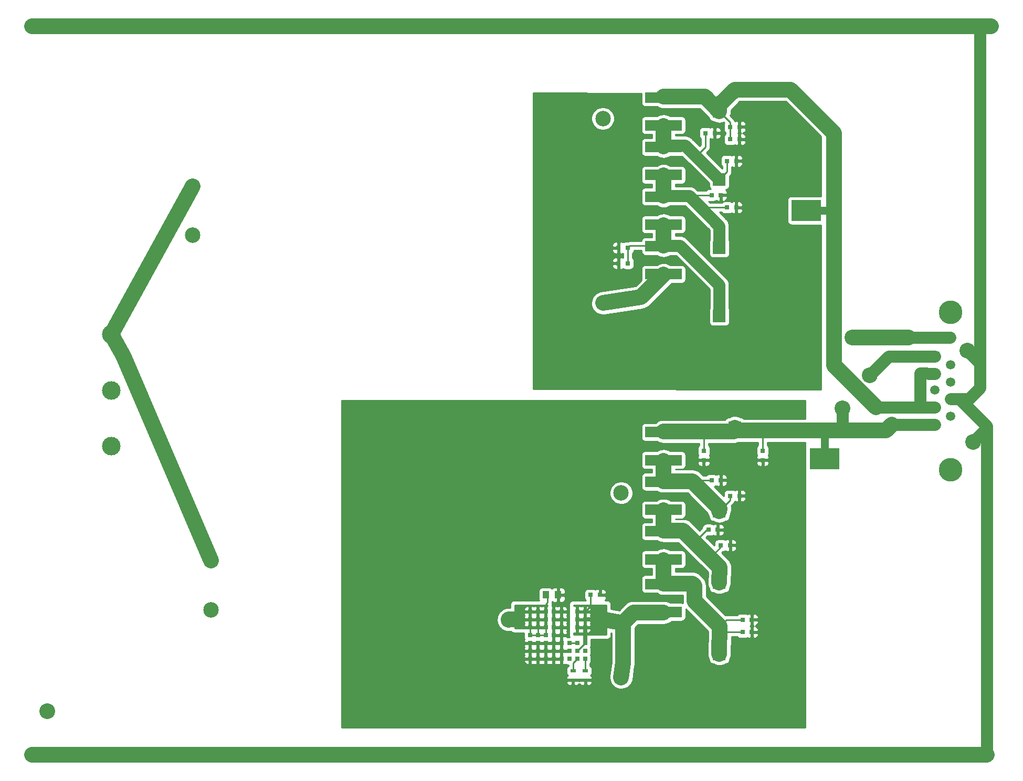
<source format=gbr>
G04 #@! TF.GenerationSoftware,KiCad,Pcbnew,(5.1.0)-1*
G04 #@! TF.CreationDate,2019-05-17T11:45:57-07:00*
G04 #@! TF.ProjectId,pwr supply rev 4,70777220-7375-4707-906c-792072657620,rev?*
G04 #@! TF.SameCoordinates,Original*
G04 #@! TF.FileFunction,Copper,L2,Bot*
G04 #@! TF.FilePolarity,Positive*
%FSLAX46Y46*%
G04 Gerber Fmt 4.6, Leading zero omitted, Abs format (unit mm)*
G04 Created by KiCad (PCBNEW (5.1.0)-1) date 2019-05-17 11:45:57*
%MOMM*%
%LPD*%
G04 APERTURE LIST*
%ADD10R,0.800000X0.750000*%
%ADD11R,2.000000X2.000000*%
%ADD12C,2.000000*%
%ADD13R,0.750000X0.800000*%
%ADD14R,0.900000X0.500000*%
%ADD15C,3.000000*%
%ADD16R,0.640000X0.640000*%
%ADD17R,5.900000X1.700000*%
%ADD18R,1.000000X1.250000*%
%ADD19R,1.400000X1.390000*%
%ADD20R,4.860000X3.360000*%
%ADD21C,3.810000*%
%ADD22R,1.520000X1.520000*%
%ADD23C,1.520000*%
%ADD24C,2.500000*%
%ADD25C,1.905000*%
%ADD26C,2.540000*%
%ADD27C,0.600000*%
%ADD28C,2.540000*%
%ADD29C,0.254000*%
%ADD30C,0.635000*%
%ADD31C,1.905000*%
%ADD32C,1.270000*%
G04 APERTURE END LIST*
D10*
X98250000Y-93000000D03*
X96750000Y-93000000D03*
X122750000Y-99000000D03*
X121250000Y-99000000D03*
X101250000Y-37000000D03*
X102750000Y-37000000D03*
D11*
X117500000Y-102500000D03*
D12*
X122500000Y-102500000D03*
D11*
X117500000Y-48000000D03*
D12*
X122500000Y-48000000D03*
D10*
X117250000Y-82500000D03*
X115750000Y-82500000D03*
X117750000Y-28500000D03*
X116250000Y-28500000D03*
D11*
X117500000Y-91000000D03*
D12*
X122500000Y-91000000D03*
D11*
X117500000Y-37000000D03*
D12*
X122500000Y-37000000D03*
D10*
X117750000Y-74500000D03*
X116250000Y-74500000D03*
X120250000Y-23000000D03*
X118750000Y-23000000D03*
D11*
X117500000Y-79500000D03*
D12*
X122500000Y-79500000D03*
D11*
X117500000Y-26000000D03*
D12*
X122500000Y-26000000D03*
D13*
X124500000Y-71250000D03*
X124500000Y-69750000D03*
D10*
X120750000Y-17500000D03*
X119250000Y-17500000D03*
D11*
X120000000Y-66000000D03*
D12*
X120000000Y-71000000D03*
D11*
X117500000Y-15000000D03*
D12*
X122500000Y-15000000D03*
D14*
X93900000Y-105250000D03*
X93900000Y-106750000D03*
X95900000Y-105250000D03*
X95900000Y-106750000D03*
D15*
X19400000Y-60000000D03*
X19400000Y-51000000D03*
X19400000Y-69000000D03*
D10*
X122750000Y-97000000D03*
X121250000Y-97000000D03*
X101250000Y-39500000D03*
X102750000Y-39500000D03*
X119250000Y-85000000D03*
X117750000Y-85000000D03*
X120250000Y-30500000D03*
X118750000Y-30500000D03*
X120750000Y-77000000D03*
X119250000Y-77000000D03*
X116750000Y-18500000D03*
X115250000Y-18500000D03*
D13*
X115000000Y-71250000D03*
X115000000Y-69750000D03*
D10*
X120750000Y-19500000D03*
X119250000Y-19500000D03*
D16*
X95845000Y-103310000D03*
X94575000Y-103310000D03*
X93305000Y-103310000D03*
X92035000Y-103310000D03*
X90765000Y-103310000D03*
X89495000Y-103310000D03*
X88225000Y-103310000D03*
X86955000Y-103310000D03*
X95845000Y-102040000D03*
X94575000Y-102040000D03*
X93305000Y-102040000D03*
X92035000Y-102040000D03*
X90765000Y-102040000D03*
X89495000Y-102040000D03*
X88225000Y-102040000D03*
X86955000Y-102040000D03*
X95845000Y-100770000D03*
X94575000Y-100770000D03*
X93305000Y-100770000D03*
X92035000Y-100770000D03*
X90765000Y-100770000D03*
X89495000Y-100770000D03*
X88225000Y-100770000D03*
X86955000Y-100770000D03*
X92035000Y-99500000D03*
X90765000Y-99500000D03*
X89495000Y-99500000D03*
X88225000Y-99500000D03*
X86955000Y-99500000D03*
X95845000Y-98230000D03*
X94575000Y-98230000D03*
X92035000Y-98230000D03*
X90765000Y-98230000D03*
X89495000Y-98230000D03*
X88225000Y-98230000D03*
X86955000Y-98230000D03*
X94575000Y-96960000D03*
X90765000Y-96960000D03*
X92035000Y-96960000D03*
X95845000Y-95690000D03*
X95845000Y-96960000D03*
X94575000Y-95690000D03*
X92035000Y-95690000D03*
X86955000Y-95690000D03*
X88225000Y-95690000D03*
X89495000Y-95690000D03*
X90765000Y-95690000D03*
X89495000Y-96960000D03*
X88225000Y-96960000D03*
X86955000Y-96960000D03*
X86955000Y-95690000D03*
D17*
X108500000Y-91250000D03*
X108500000Y-95750000D03*
X108500000Y-36750000D03*
X108500000Y-41250000D03*
X108500000Y-82750000D03*
X108500000Y-87250000D03*
X108500000Y-28750000D03*
X108500000Y-33250000D03*
X108500000Y-74750000D03*
X108500000Y-79250000D03*
X108500000Y-20750000D03*
X108500000Y-25250000D03*
X108500000Y-66750000D03*
X108500000Y-71250000D03*
X108500000Y-12750000D03*
X108500000Y-17250000D03*
D18*
X89500000Y-93000000D03*
X91500000Y-93000000D03*
D19*
X130518000Y-71920000D03*
D20*
X134500000Y-71000000D03*
D19*
X130518000Y-70080000D03*
X127518000Y-31920000D03*
D20*
X131500000Y-31000000D03*
D19*
X127518000Y-30080000D03*
D21*
X154840000Y-72790000D03*
X154840000Y-47390000D03*
D22*
X152300000Y-54500000D03*
D23*
X152300000Y-57290000D03*
X152300000Y-59960000D03*
X152300000Y-62760000D03*
X152300000Y-65550000D03*
X154840000Y-55900000D03*
X154840000Y-58690000D03*
X154840000Y-61360000D03*
X154840000Y-64150000D03*
D24*
X101670000Y-76535000D03*
X101670000Y-91415000D03*
X35530000Y-87455000D03*
X35530000Y-95375000D03*
X101670000Y-106295000D03*
X98720000Y-45920000D03*
X32580000Y-35000000D03*
X32580000Y-27080000D03*
X98720000Y-31040000D03*
X98720000Y-16160000D03*
D25*
X154680000Y-51500000D03*
D26*
X83500000Y-97000000D03*
X139000000Y-51500000D03*
X137380000Y-62880000D03*
X141770000Y-57530000D03*
X157540000Y-53570000D03*
X158460000Y-68330000D03*
D27*
X153670000Y-118745000D03*
X140970000Y-118745000D03*
X128270000Y-118745000D03*
X115570000Y-118745000D03*
X102870000Y-118745000D03*
X90170000Y-118745000D03*
X77470000Y-118745000D03*
X64770000Y-118745000D03*
X52070000Y-118745000D03*
X39370000Y-118745000D03*
X26670000Y-118745000D03*
X13970000Y-118745000D03*
X6670000Y-118745000D03*
X153670000Y-1270000D03*
X140970000Y-1270000D03*
X128270000Y-1270000D03*
X115570000Y-1270000D03*
X102870000Y-1270000D03*
X90170000Y-1270000D03*
X77470000Y-1270000D03*
X64770000Y-1270000D03*
X52070000Y-1270000D03*
X39370000Y-1270000D03*
X26670000Y-1270000D03*
X13970000Y-1270000D03*
X6670000Y-1270000D03*
D26*
X9075000Y-111750000D03*
D28*
X102000000Y-104000000D02*
X102000000Y-97500000D01*
X102000000Y-97500000D02*
X103650000Y-95850000D01*
D29*
X96750000Y-93000000D02*
X96750000Y-94785000D01*
X96750000Y-94785000D02*
X95845000Y-95690000D01*
X95845000Y-100770000D02*
X94575000Y-102040000D01*
D30*
X95845000Y-98230000D02*
X95845000Y-100770000D01*
D28*
X103650000Y-95850000D02*
X108500000Y-95850000D01*
X102000000Y-104000000D02*
X101670000Y-106295000D01*
X98700000Y-96960000D02*
X102000000Y-97500000D01*
D30*
X95845000Y-96960000D02*
X98700000Y-96960000D01*
D29*
X119250000Y-77000000D02*
X119250000Y-77750000D01*
X119250000Y-77750000D02*
X117500000Y-79500000D01*
X116250000Y-74500000D02*
X113300000Y-74500000D01*
X113300000Y-74500000D02*
X113150000Y-74650000D01*
D28*
X117500000Y-79500000D02*
X117580000Y-79080000D01*
X113150000Y-74650000D02*
X108500000Y-74650000D01*
X117580000Y-79080000D02*
X113150000Y-74650000D01*
X108500000Y-74650000D02*
X108500000Y-71350000D01*
D29*
X118750000Y-23000000D02*
X118750000Y-24750000D01*
X118750000Y-24750000D02*
X117500000Y-26000000D01*
X115250000Y-18500000D02*
X115250000Y-20500000D01*
X115250000Y-20500000D02*
X115250000Y-20750000D01*
X115250000Y-20750000D02*
X113750000Y-22250000D01*
D31*
X117500000Y-26000000D02*
X113750000Y-22250000D01*
X113750000Y-22250000D02*
X112000000Y-20500000D01*
X112000000Y-20500000D02*
X108650000Y-20500000D01*
X108650000Y-20500000D02*
X108500000Y-20650000D01*
D28*
X108500000Y-20650000D02*
X108500000Y-17350000D01*
D31*
X148000000Y-51500000D02*
X154680000Y-51500000D01*
D28*
X83540000Y-96960000D02*
X83500000Y-97000000D01*
X139000000Y-51500000D02*
X148000000Y-51500000D01*
X83540000Y-96960000D02*
X84540000Y-96960000D01*
D30*
X154840000Y-51660000D02*
X154680000Y-51500000D01*
D29*
X88225000Y-99500000D02*
X88225000Y-98230000D01*
X86955000Y-98230000D02*
X86955000Y-99500000D01*
X86955000Y-99500000D02*
X88225000Y-99500000D01*
X88225000Y-99500000D02*
X89495000Y-99500000D01*
X89495000Y-99500000D02*
X89495000Y-98230000D01*
X89750000Y-93000000D02*
X89750000Y-94250000D01*
X89495000Y-94505000D02*
X89495000Y-95690000D01*
X89750000Y-94250000D02*
X89495000Y-94505000D01*
X86955000Y-96960000D02*
X84540000Y-96960000D01*
X84540000Y-96960000D02*
X84500000Y-97000000D01*
D28*
X144350000Y-66500000D02*
X137180000Y-66500000D01*
X137180000Y-66500000D02*
X134500000Y-66500000D01*
D31*
X137380000Y-62880000D02*
X137380000Y-66300000D01*
X137380000Y-66300000D02*
X137180000Y-66500000D01*
X152300000Y-54500000D02*
X144800000Y-54500000D01*
X144800000Y-54500000D02*
X141770000Y-57530000D01*
X152300000Y-65550000D02*
X145300000Y-65550000D01*
D28*
X144350000Y-66500000D02*
X145300000Y-65550000D01*
D32*
X134500000Y-71000000D02*
X134500000Y-66500000D01*
X134500000Y-66500000D02*
X134500000Y-67000000D01*
X134500000Y-67000000D02*
X134500000Y-66500000D01*
D29*
X124500000Y-69750000D02*
X124500000Y-66500000D01*
X115000000Y-69750000D02*
X115000000Y-66650000D01*
X115000000Y-66650000D02*
X115000000Y-67000000D01*
X115000000Y-67000000D02*
X115000000Y-66650000D01*
X117000000Y-66650000D02*
X117000000Y-67000000D01*
X117000000Y-67000000D02*
X117000000Y-66650000D01*
D28*
X120000000Y-66000000D02*
X120000000Y-66500000D01*
X120000000Y-66500000D02*
X119850000Y-66650000D01*
X119850000Y-66650000D02*
X120000000Y-66000000D01*
X108500000Y-66650000D02*
X115000000Y-66650000D01*
X115000000Y-66650000D02*
X117000000Y-66650000D01*
X117000000Y-66650000D02*
X119850000Y-66650000D01*
X119850000Y-66650000D02*
X120000000Y-66500000D01*
X120000000Y-66500000D02*
X124500000Y-66500000D01*
X124500000Y-66500000D02*
X134500000Y-66500000D01*
D31*
X152300000Y-62760000D02*
X149930000Y-62760000D01*
X149930000Y-62760000D02*
X145300000Y-62760000D01*
X149870000Y-57260000D02*
X149930000Y-62760000D01*
X152300000Y-57290000D02*
X149870000Y-57260000D01*
D28*
X136000000Y-56000000D02*
X136000000Y-31000000D01*
X136000000Y-56000000D02*
X142760000Y-62760000D01*
D31*
X142760000Y-62760000D02*
X145300000Y-62760000D01*
D32*
X131500000Y-31000000D02*
X136000000Y-31000000D01*
D29*
X119250000Y-19500000D02*
X119250000Y-17500000D01*
X119250000Y-17500000D02*
X119250000Y-16750000D01*
X119250000Y-16750000D02*
X117500000Y-15000000D01*
D28*
X136000000Y-18500000D02*
X136000000Y-31000000D01*
X129000000Y-11500000D02*
X136000000Y-18500000D01*
X120000000Y-11500000D02*
X129000000Y-11500000D01*
X117500000Y-14000000D02*
X120000000Y-11500000D01*
X117500000Y-15000000D02*
X117500000Y-14000000D01*
X108500000Y-12650000D02*
X115150000Y-12650000D01*
X115150000Y-12650000D02*
X117500000Y-15000000D01*
D31*
X159580000Y-58430000D02*
X159580000Y-1270000D01*
X159580000Y-59580000D02*
X159580000Y-58430000D01*
X159580000Y-58430000D02*
X159580000Y-55610000D01*
X159580000Y-55610000D02*
X157540000Y-53570000D01*
X160655000Y-65745000D02*
X160655000Y-66135000D01*
X160655000Y-66135000D02*
X158460000Y-68330000D01*
D28*
X153670000Y-1270000D02*
X159580000Y-1270000D01*
X159580000Y-1270000D02*
X161290000Y-1270000D01*
D31*
X157800000Y-61360000D02*
X159580000Y-59580000D01*
X156270000Y-61360000D02*
X157800000Y-61360000D01*
X156270000Y-61360000D02*
X160655000Y-65745000D01*
X160655000Y-65745000D02*
X160655000Y-118745000D01*
X154840000Y-61360000D02*
X156270000Y-61360000D01*
D28*
X153670000Y-118745000D02*
X160655000Y-118745000D01*
X153670000Y-118745000D02*
X6670000Y-118745000D01*
X153670000Y-1270000D02*
X6670000Y-1270000D01*
X98720000Y-45920000D02*
X104875000Y-44975000D01*
X104875000Y-44975000D02*
X108500000Y-41350000D01*
X21350000Y-54450000D02*
X35530000Y-87455000D01*
X32580000Y-27080000D02*
X19400000Y-51000000D01*
X19400000Y-51000000D02*
X21350000Y-54450000D01*
D29*
X93900000Y-105250000D02*
X93900000Y-104000000D01*
X93900000Y-104000000D02*
X94575000Y-103325000D01*
X94575000Y-103325000D02*
X94575000Y-103310000D01*
X95900000Y-105250000D02*
X95900000Y-104000000D01*
X95845000Y-103945000D02*
X95845000Y-103310000D01*
X95900000Y-104000000D02*
X95845000Y-103945000D01*
X93305000Y-100770000D02*
X94575000Y-100770000D01*
X121250000Y-97000000D02*
X118660000Y-97000000D01*
X118660000Y-97000000D02*
X117580000Y-98080000D01*
X121250000Y-99000000D02*
X117563348Y-99000000D01*
X117500000Y-99000000D02*
X117500000Y-102500000D01*
X117563348Y-99000000D02*
X117500000Y-99000000D01*
D28*
X117500000Y-102500000D02*
X117500000Y-102500000D01*
X117500000Y-102500000D02*
X117580000Y-98080000D01*
X113150000Y-91150000D02*
X108500000Y-91150000D01*
X113500000Y-91500000D02*
X113150000Y-91150000D01*
X113500000Y-94000000D02*
X113500000Y-91500000D01*
X117580000Y-98080000D02*
X113500000Y-94000000D01*
X108500000Y-91150000D02*
X108500000Y-87350000D01*
D29*
X102750000Y-39500000D02*
X102750000Y-37000000D01*
X102750000Y-37000000D02*
X103100000Y-36650000D01*
X103100000Y-36650000D02*
X108500000Y-36650000D01*
X108150000Y-37000000D02*
X108500000Y-36650000D01*
D31*
X117500000Y-48000000D02*
X117500000Y-43000000D01*
X117500000Y-43000000D02*
X111150000Y-36650000D01*
X111150000Y-36650000D02*
X108500000Y-36650000D01*
D28*
X108500000Y-36650000D02*
X108500000Y-33350000D01*
D29*
X117750000Y-85000000D02*
X117750000Y-85250000D01*
X117750000Y-85250000D02*
X116000000Y-87000000D01*
X115750000Y-82500000D02*
X115500000Y-82500000D01*
X115500000Y-82500000D02*
X113500000Y-84500000D01*
D28*
X117500000Y-91000000D02*
X117580000Y-88580000D01*
X111650000Y-82650000D02*
X108500000Y-82650000D01*
X117580000Y-88580000D02*
X116000000Y-87000000D01*
X116000000Y-87000000D02*
X113500000Y-84500000D01*
X113500000Y-84500000D02*
X111650000Y-82650000D01*
X108500000Y-82650000D02*
X108500000Y-79350000D01*
D29*
X118750000Y-30500000D02*
X114500000Y-30500000D01*
X116250000Y-28500000D02*
X112800000Y-28500000D01*
X112800000Y-28500000D02*
X112650000Y-28650000D01*
D31*
X117500000Y-37000000D02*
X117500000Y-33500000D01*
X112650000Y-28650000D02*
X108500000Y-28650000D01*
X117500000Y-33500000D02*
X114500000Y-30500000D01*
X114500000Y-30500000D02*
X112650000Y-28650000D01*
D28*
X108500000Y-28650000D02*
X108500000Y-25350000D01*
D29*
G36*
X131373000Y-64595000D02*
G01*
X121489088Y-64595000D01*
X121451185Y-64548815D01*
X121354494Y-64469463D01*
X121244180Y-64410498D01*
X121124482Y-64374188D01*
X121000000Y-64361928D01*
X120976563Y-64361928D01*
X120923579Y-64333608D01*
X120786040Y-64254616D01*
X120758330Y-64245280D01*
X120732538Y-64231494D01*
X120580722Y-64185441D01*
X120430429Y-64134805D01*
X120401435Y-64131055D01*
X120373444Y-64122564D01*
X120215556Y-64107013D01*
X120058277Y-64086671D01*
X120029106Y-64088650D01*
X120000000Y-64085783D01*
X119842114Y-64101333D01*
X119683886Y-64112066D01*
X119655663Y-64119697D01*
X119626555Y-64122564D01*
X119474731Y-64168619D01*
X119321642Y-64210013D01*
X119295450Y-64223004D01*
X119267461Y-64231494D01*
X119127549Y-64306278D01*
X119015347Y-64361928D01*
X119000000Y-64361928D01*
X118875518Y-64374188D01*
X118755820Y-64410498D01*
X118645506Y-64469463D01*
X118548815Y-64548815D01*
X118469463Y-64645506D01*
X118416282Y-64745000D01*
X108406418Y-64745000D01*
X108126555Y-64772564D01*
X107767461Y-64881494D01*
X107436518Y-65058387D01*
X107188502Y-65261928D01*
X105550000Y-65261928D01*
X105425518Y-65274188D01*
X105305820Y-65310498D01*
X105195506Y-65369463D01*
X105098815Y-65448815D01*
X105019463Y-65545506D01*
X104960498Y-65655820D01*
X104924188Y-65775518D01*
X104911928Y-65900000D01*
X104911928Y-67600000D01*
X104924188Y-67724482D01*
X104960498Y-67844180D01*
X105019463Y-67954494D01*
X105098815Y-68051185D01*
X105195506Y-68130537D01*
X105305820Y-68189502D01*
X105425518Y-68225812D01*
X105550000Y-68238072D01*
X107432203Y-68238072D01*
X107436518Y-68241613D01*
X107767461Y-68418506D01*
X108126555Y-68527436D01*
X108406418Y-68555000D01*
X114238000Y-68555000D01*
X114238000Y-68846140D01*
X114173815Y-68898815D01*
X114094463Y-68995506D01*
X114035498Y-69105820D01*
X113999188Y-69225518D01*
X113986928Y-69350000D01*
X113986928Y-70150000D01*
X113999188Y-70274482D01*
X114035498Y-70394180D01*
X114092061Y-70500000D01*
X114035498Y-70605820D01*
X113999188Y-70725518D01*
X113986928Y-70850000D01*
X113990000Y-70964250D01*
X114148750Y-71123000D01*
X114873000Y-71123000D01*
X114873000Y-71103000D01*
X115127000Y-71103000D01*
X115127000Y-71123000D01*
X115851250Y-71123000D01*
X116010000Y-70964250D01*
X116013072Y-70850000D01*
X116000812Y-70725518D01*
X115964502Y-70605820D01*
X115907939Y-70500000D01*
X115964502Y-70394180D01*
X116000812Y-70274482D01*
X116013072Y-70150000D01*
X116013072Y-69350000D01*
X116000812Y-69225518D01*
X115964502Y-69105820D01*
X115905537Y-68995506D01*
X115826185Y-68898815D01*
X115762000Y-68846140D01*
X115762000Y-68555000D01*
X119727325Y-68555000D01*
X119791723Y-68563329D01*
X119820895Y-68561350D01*
X119850000Y-68564217D01*
X119943580Y-68555000D01*
X119943582Y-68555000D01*
X120007867Y-68548668D01*
X120166114Y-68537935D01*
X120194342Y-68530302D01*
X120223445Y-68527436D01*
X120375257Y-68481384D01*
X120528358Y-68439987D01*
X120554550Y-68426996D01*
X120582539Y-68418506D01*
X120607807Y-68405000D01*
X123738000Y-68405000D01*
X123738000Y-68846140D01*
X123673815Y-68898815D01*
X123594463Y-68995506D01*
X123535498Y-69105820D01*
X123499188Y-69225518D01*
X123486928Y-69350000D01*
X123486928Y-70150000D01*
X123499188Y-70274482D01*
X123535498Y-70394180D01*
X123592061Y-70500000D01*
X123535498Y-70605820D01*
X123499188Y-70725518D01*
X123486928Y-70850000D01*
X123490000Y-70964250D01*
X123648750Y-71123000D01*
X124373000Y-71123000D01*
X124373000Y-71103000D01*
X124627000Y-71103000D01*
X124627000Y-71123000D01*
X125351250Y-71123000D01*
X125510000Y-70964250D01*
X125513072Y-70850000D01*
X125500812Y-70725518D01*
X125464502Y-70605820D01*
X125407939Y-70500000D01*
X125464502Y-70394180D01*
X125500812Y-70274482D01*
X125513072Y-70150000D01*
X125513072Y-69350000D01*
X125500812Y-69225518D01*
X125464502Y-69105820D01*
X125405537Y-68995506D01*
X125326185Y-68898815D01*
X125262000Y-68846140D01*
X125262000Y-68405000D01*
X131373000Y-68405000D01*
X131373000Y-114373000D01*
X56627000Y-114373000D01*
X56627000Y-107031750D01*
X92815000Y-107031750D01*
X92826896Y-107137397D01*
X92865674Y-107256318D01*
X92926907Y-107365389D01*
X93008242Y-107460419D01*
X93106553Y-107537755D01*
X93218063Y-107594425D01*
X93338486Y-107628252D01*
X93463195Y-107637936D01*
X93614250Y-107635000D01*
X93773000Y-107476250D01*
X93773000Y-106873000D01*
X94027000Y-106873000D01*
X94027000Y-107476250D01*
X94185750Y-107635000D01*
X94336805Y-107637936D01*
X94461514Y-107628252D01*
X94581937Y-107594425D01*
X94693447Y-107537755D01*
X94791758Y-107460419D01*
X94873093Y-107365389D01*
X94900000Y-107317461D01*
X94926907Y-107365389D01*
X95008242Y-107460419D01*
X95106553Y-107537755D01*
X95218063Y-107594425D01*
X95338486Y-107628252D01*
X95463195Y-107637936D01*
X95614250Y-107635000D01*
X95773000Y-107476250D01*
X95773000Y-106873000D01*
X96027000Y-106873000D01*
X96027000Y-107476250D01*
X96185750Y-107635000D01*
X96336805Y-107637936D01*
X96461514Y-107628252D01*
X96581937Y-107594425D01*
X96693447Y-107537755D01*
X96791758Y-107460419D01*
X96873093Y-107365389D01*
X96934326Y-107256318D01*
X96973104Y-107137397D01*
X96985000Y-107031750D01*
X96826250Y-106873000D01*
X96027000Y-106873000D01*
X95773000Y-106873000D01*
X94973750Y-106873000D01*
X94900000Y-106946750D01*
X94826250Y-106873000D01*
X94027000Y-106873000D01*
X93773000Y-106873000D01*
X92973750Y-106873000D01*
X92815000Y-107031750D01*
X56627000Y-107031750D01*
X56627000Y-103630000D01*
X85996928Y-103630000D01*
X86009188Y-103754482D01*
X86045498Y-103874180D01*
X86104463Y-103984494D01*
X86183815Y-104081185D01*
X86280506Y-104160537D01*
X86390820Y-104219502D01*
X86510518Y-104255812D01*
X86635000Y-104268072D01*
X86669250Y-104265000D01*
X86828000Y-104106250D01*
X86828000Y-103437000D01*
X87082000Y-103437000D01*
X87082000Y-104106250D01*
X87240750Y-104265000D01*
X87275000Y-104268072D01*
X87399482Y-104255812D01*
X87519180Y-104219502D01*
X87590000Y-104181647D01*
X87660820Y-104219502D01*
X87780518Y-104255812D01*
X87905000Y-104268072D01*
X87939250Y-104265000D01*
X88098000Y-104106250D01*
X88098000Y-103437000D01*
X88352000Y-103437000D01*
X88352000Y-104106250D01*
X88510750Y-104265000D01*
X88545000Y-104268072D01*
X88669482Y-104255812D01*
X88789180Y-104219502D01*
X88860000Y-104181647D01*
X88930820Y-104219502D01*
X89050518Y-104255812D01*
X89175000Y-104268072D01*
X89209250Y-104265000D01*
X89368000Y-104106250D01*
X89368000Y-103437000D01*
X89622000Y-103437000D01*
X89622000Y-104106250D01*
X89780750Y-104265000D01*
X89815000Y-104268072D01*
X89939482Y-104255812D01*
X90059180Y-104219502D01*
X90130000Y-104181647D01*
X90200820Y-104219502D01*
X90320518Y-104255812D01*
X90445000Y-104268072D01*
X90479250Y-104265000D01*
X90638000Y-104106250D01*
X90638000Y-103437000D01*
X90892000Y-103437000D01*
X90892000Y-104106250D01*
X91050750Y-104265000D01*
X91085000Y-104268072D01*
X91209482Y-104255812D01*
X91329180Y-104219502D01*
X91400000Y-104181647D01*
X91470820Y-104219502D01*
X91590518Y-104255812D01*
X91715000Y-104268072D01*
X91749250Y-104265000D01*
X91908000Y-104106250D01*
X91908000Y-103437000D01*
X90892000Y-103437000D01*
X90638000Y-103437000D01*
X89622000Y-103437000D01*
X89368000Y-103437000D01*
X88352000Y-103437000D01*
X88098000Y-103437000D01*
X87082000Y-103437000D01*
X86828000Y-103437000D01*
X86158750Y-103437000D01*
X86000000Y-103595750D01*
X85996928Y-103630000D01*
X56627000Y-103630000D01*
X56627000Y-102360000D01*
X85996928Y-102360000D01*
X86009188Y-102484482D01*
X86045498Y-102604180D01*
X86083353Y-102675000D01*
X86045498Y-102745820D01*
X86009188Y-102865518D01*
X85996928Y-102990000D01*
X86000000Y-103024250D01*
X86158750Y-103183000D01*
X86828000Y-103183000D01*
X86828000Y-102167000D01*
X87082000Y-102167000D01*
X87082000Y-103183000D01*
X88098000Y-103183000D01*
X88098000Y-102167000D01*
X88352000Y-102167000D01*
X88352000Y-103183000D01*
X89368000Y-103183000D01*
X89368000Y-102167000D01*
X89622000Y-102167000D01*
X89622000Y-103183000D01*
X90638000Y-103183000D01*
X90638000Y-102167000D01*
X90892000Y-102167000D01*
X90892000Y-103183000D01*
X91908000Y-103183000D01*
X91908000Y-102167000D01*
X90892000Y-102167000D01*
X90638000Y-102167000D01*
X89622000Y-102167000D01*
X89368000Y-102167000D01*
X88352000Y-102167000D01*
X88098000Y-102167000D01*
X87082000Y-102167000D01*
X86828000Y-102167000D01*
X86158750Y-102167000D01*
X86000000Y-102325750D01*
X85996928Y-102360000D01*
X56627000Y-102360000D01*
X56627000Y-101090000D01*
X85996928Y-101090000D01*
X86009188Y-101214482D01*
X86045498Y-101334180D01*
X86083353Y-101405000D01*
X86045498Y-101475820D01*
X86009188Y-101595518D01*
X85996928Y-101720000D01*
X86000000Y-101754250D01*
X86158750Y-101913000D01*
X86828000Y-101913000D01*
X86828000Y-100897000D01*
X87082000Y-100897000D01*
X87082000Y-101913000D01*
X88098000Y-101913000D01*
X88098000Y-100897000D01*
X88352000Y-100897000D01*
X88352000Y-101913000D01*
X89368000Y-101913000D01*
X89368000Y-100897000D01*
X89622000Y-100897000D01*
X89622000Y-101913000D01*
X90638000Y-101913000D01*
X90638000Y-100897000D01*
X90892000Y-100897000D01*
X90892000Y-101913000D01*
X91908000Y-101913000D01*
X91908000Y-100897000D01*
X90892000Y-100897000D01*
X90638000Y-100897000D01*
X89622000Y-100897000D01*
X89368000Y-100897000D01*
X88352000Y-100897000D01*
X88098000Y-100897000D01*
X87082000Y-100897000D01*
X86828000Y-100897000D01*
X86158750Y-100897000D01*
X86000000Y-101055750D01*
X85996928Y-101090000D01*
X56627000Y-101090000D01*
X56627000Y-97000000D01*
X81585783Y-97000000D01*
X81595000Y-97093580D01*
X81595000Y-97187626D01*
X81613348Y-97279868D01*
X81622565Y-97373445D01*
X81649861Y-97463428D01*
X81668209Y-97555668D01*
X81704199Y-97642556D01*
X81731495Y-97732539D01*
X81775820Y-97815466D01*
X81811811Y-97902356D01*
X81864061Y-97980553D01*
X81908387Y-98063482D01*
X81968042Y-98136171D01*
X82020290Y-98214366D01*
X82086792Y-98280868D01*
X82146445Y-98353555D01*
X82219132Y-98413208D01*
X82285634Y-98479710D01*
X82363829Y-98531958D01*
X82436518Y-98591613D01*
X82519447Y-98635939D01*
X82597644Y-98688189D01*
X82684534Y-98724180D01*
X82767461Y-98768505D01*
X82857444Y-98795801D01*
X82944332Y-98831791D01*
X83036572Y-98850139D01*
X83126555Y-98877435D01*
X83220132Y-98886652D01*
X83312374Y-98905000D01*
X83406420Y-98905000D01*
X83500000Y-98914217D01*
X83593580Y-98905000D01*
X83687626Y-98905000D01*
X83779868Y-98886652D01*
X83873445Y-98877435D01*
X83888498Y-98872869D01*
X83950987Y-98949013D01*
X84047213Y-99027983D01*
X84156996Y-99086664D01*
X84276118Y-99122799D01*
X84400000Y-99135000D01*
X86001360Y-99135000D01*
X85996928Y-99180000D01*
X85996928Y-99820000D01*
X86009188Y-99944482D01*
X86045498Y-100064180D01*
X86083353Y-100135000D01*
X86045498Y-100205820D01*
X86009188Y-100325518D01*
X85996928Y-100450000D01*
X86000000Y-100484250D01*
X86158750Y-100643000D01*
X86828000Y-100643000D01*
X86828000Y-100623000D01*
X87082000Y-100623000D01*
X87082000Y-100643000D01*
X88098000Y-100643000D01*
X88098000Y-100623000D01*
X88352000Y-100623000D01*
X88352000Y-100643000D01*
X89368000Y-100643000D01*
X89368000Y-100623000D01*
X89622000Y-100623000D01*
X89622000Y-100643000D01*
X90638000Y-100643000D01*
X90638000Y-99627000D01*
X90892000Y-99627000D01*
X90892000Y-100643000D01*
X91908000Y-100643000D01*
X91908000Y-99627000D01*
X92162000Y-99627000D01*
X92162000Y-100643000D01*
X92182000Y-100643000D01*
X92182000Y-100897000D01*
X92162000Y-100897000D01*
X92162000Y-101913000D01*
X93178000Y-101913000D01*
X93178000Y-101893000D01*
X93432000Y-101893000D01*
X93432000Y-101913000D01*
X93452000Y-101913000D01*
X93452000Y-102167000D01*
X93432000Y-102167000D01*
X93432000Y-102187000D01*
X93178000Y-102187000D01*
X93178000Y-102167000D01*
X92162000Y-102167000D01*
X92162000Y-103183000D01*
X92182000Y-103183000D01*
X92182000Y-103437000D01*
X92162000Y-103437000D01*
X92162000Y-104106250D01*
X92320750Y-104265000D01*
X92355000Y-104268072D01*
X92479482Y-104255812D01*
X92599180Y-104219502D01*
X92670000Y-104181647D01*
X92740820Y-104219502D01*
X92860518Y-104255812D01*
X92985000Y-104268072D01*
X93138001Y-104268072D01*
X93138001Y-104446749D01*
X93095506Y-104469463D01*
X92998815Y-104548815D01*
X92919463Y-104645506D01*
X92860498Y-104755820D01*
X92824188Y-104875518D01*
X92811928Y-105000000D01*
X92811928Y-105500000D01*
X92824188Y-105624482D01*
X92860498Y-105744180D01*
X92919463Y-105854494D01*
X92998815Y-105951185D01*
X93058425Y-106000105D01*
X93008242Y-106039581D01*
X92926907Y-106134611D01*
X92865674Y-106243682D01*
X92826896Y-106362603D01*
X92815000Y-106468250D01*
X92973750Y-106627000D01*
X93773000Y-106627000D01*
X93773000Y-106603000D01*
X94027000Y-106603000D01*
X94027000Y-106627000D01*
X94826250Y-106627000D01*
X94900000Y-106553250D01*
X94973750Y-106627000D01*
X95773000Y-106627000D01*
X95773000Y-106603000D01*
X96027000Y-106603000D01*
X96027000Y-106627000D01*
X96826250Y-106627000D01*
X96985000Y-106468250D01*
X96973104Y-106362603D01*
X96934326Y-106243682D01*
X96873093Y-106134611D01*
X96791758Y-106039581D01*
X96741575Y-106000105D01*
X96801185Y-105951185D01*
X96880537Y-105854494D01*
X96939502Y-105744180D01*
X96975812Y-105624482D01*
X96988072Y-105500000D01*
X96988072Y-105000000D01*
X96975812Y-104875518D01*
X96939502Y-104755820D01*
X96880537Y-104645506D01*
X96801185Y-104548815D01*
X96704494Y-104469463D01*
X96662000Y-104446749D01*
X96662000Y-104037423D01*
X96663350Y-104023714D01*
X96695537Y-103984494D01*
X96754502Y-103874180D01*
X96790812Y-103754482D01*
X96803072Y-103630000D01*
X96803072Y-102990000D01*
X96790812Y-102865518D01*
X96754502Y-102745820D01*
X96716647Y-102675000D01*
X96754502Y-102604180D01*
X96790812Y-102484482D01*
X96803072Y-102360000D01*
X96803072Y-101720000D01*
X96790812Y-101595518D01*
X96754502Y-101475820D01*
X96716647Y-101405000D01*
X96754502Y-101334180D01*
X96790812Y-101214482D01*
X96803072Y-101090000D01*
X96803072Y-100450000D01*
X96797500Y-100393425D01*
X96797500Y-100135000D01*
X99400000Y-100135000D01*
X99523882Y-100122799D01*
X99643004Y-100086664D01*
X99752787Y-100027983D01*
X99849013Y-99949013D01*
X99927983Y-99852787D01*
X99986664Y-99743004D01*
X100022799Y-99623882D01*
X100035000Y-99500000D01*
X100035000Y-99108790D01*
X100095001Y-99118609D01*
X100095000Y-103863742D01*
X99771075Y-106116497D01*
X99758526Y-106397433D01*
X99815238Y-106768375D01*
X99943228Y-107121125D01*
X100137577Y-107442128D01*
X100390816Y-107719047D01*
X100693213Y-107941241D01*
X101033147Y-108100171D01*
X101397556Y-108189729D01*
X101772433Y-108206474D01*
X102143375Y-108149762D01*
X102496125Y-108021772D01*
X102817128Y-107827423D01*
X103094047Y-107574184D01*
X103316241Y-107271787D01*
X103475171Y-106931853D01*
X103542287Y-106658762D01*
X103864999Y-104414444D01*
X103877436Y-104373445D01*
X103891659Y-104229035D01*
X103898925Y-104178504D01*
X103900825Y-104135974D01*
X103905000Y-104093582D01*
X103905000Y-104042502D01*
X103911474Y-103897567D01*
X103905000Y-103855222D01*
X103905000Y-98289076D01*
X104439076Y-97755000D01*
X108593582Y-97755000D01*
X108873445Y-97727436D01*
X109232539Y-97618506D01*
X109563482Y-97441613D01*
X109811498Y-97238072D01*
X111450000Y-97238072D01*
X111574482Y-97225812D01*
X111694180Y-97189502D01*
X111804494Y-97130537D01*
X111901185Y-97051185D01*
X111980537Y-96954494D01*
X112039502Y-96844180D01*
X112075812Y-96724482D01*
X112088072Y-96600000D01*
X112088072Y-95282429D01*
X112146444Y-95353556D01*
X112219145Y-95413220D01*
X115660666Y-98854743D01*
X115596694Y-102389223D01*
X115585783Y-102500000D01*
X115602487Y-102669602D01*
X115616114Y-102839408D01*
X115620859Y-102856134D01*
X115622564Y-102873445D01*
X115672038Y-103036540D01*
X115718528Y-103200415D01*
X115726445Y-103215893D01*
X115731494Y-103232539D01*
X115811835Y-103382846D01*
X115861928Y-103480787D01*
X115861928Y-103500000D01*
X115874188Y-103624482D01*
X115910498Y-103744180D01*
X115969463Y-103854494D01*
X116048815Y-103951185D01*
X116145506Y-104030537D01*
X116255820Y-104089502D01*
X116375518Y-104125812D01*
X116500000Y-104138072D01*
X116523437Y-104138072D01*
X116586845Y-104171965D01*
X116735578Y-104254959D01*
X116752119Y-104260305D01*
X116767461Y-104268506D01*
X116930554Y-104317980D01*
X117092641Y-104370370D01*
X117109911Y-104372387D01*
X117126555Y-104377436D01*
X117296153Y-104394140D01*
X117465360Y-104413903D01*
X117576302Y-104405000D01*
X117593582Y-104405000D01*
X117669599Y-104397513D01*
X117839408Y-104383886D01*
X117856134Y-104379141D01*
X117873445Y-104377436D01*
X118036540Y-104327962D01*
X118200415Y-104281472D01*
X118215893Y-104273555D01*
X118232539Y-104268506D01*
X118382846Y-104188165D01*
X118480787Y-104138072D01*
X118500000Y-104138072D01*
X118624482Y-104125812D01*
X118744180Y-104089502D01*
X118854494Y-104030537D01*
X118951185Y-103951185D01*
X119030537Y-103854494D01*
X119089502Y-103744180D01*
X119125812Y-103624482D01*
X119138072Y-103500000D01*
X119138072Y-103476563D01*
X119171965Y-103413155D01*
X119254959Y-103264422D01*
X119260305Y-103247881D01*
X119268506Y-103232539D01*
X119317980Y-103069446D01*
X119370370Y-102907359D01*
X119372387Y-102890089D01*
X119377436Y-102873445D01*
X119394140Y-102703846D01*
X119402994Y-102628040D01*
X119403306Y-102610777D01*
X119414217Y-102500000D01*
X119406694Y-102423617D01*
X119454868Y-99762000D01*
X120346140Y-99762000D01*
X120398815Y-99826185D01*
X120495506Y-99905537D01*
X120605820Y-99964502D01*
X120725518Y-100000812D01*
X120850000Y-100013072D01*
X121650000Y-100013072D01*
X121774482Y-100000812D01*
X121894180Y-99964502D01*
X122000000Y-99907939D01*
X122105820Y-99964502D01*
X122225518Y-100000812D01*
X122350000Y-100013072D01*
X122464250Y-100010000D01*
X122623000Y-99851250D01*
X122623000Y-99127000D01*
X122877000Y-99127000D01*
X122877000Y-99851250D01*
X123035750Y-100010000D01*
X123150000Y-100013072D01*
X123274482Y-100000812D01*
X123394180Y-99964502D01*
X123504494Y-99905537D01*
X123601185Y-99826185D01*
X123680537Y-99729494D01*
X123739502Y-99619180D01*
X123775812Y-99499482D01*
X123788072Y-99375000D01*
X123785000Y-99285750D01*
X123626250Y-99127000D01*
X122877000Y-99127000D01*
X122623000Y-99127000D01*
X122603000Y-99127000D01*
X122603000Y-98873000D01*
X122623000Y-98873000D01*
X122623000Y-98148750D01*
X122474250Y-98000000D01*
X122623000Y-97851250D01*
X122623000Y-97127000D01*
X122877000Y-97127000D01*
X122877000Y-97851250D01*
X123025750Y-98000000D01*
X122877000Y-98148750D01*
X122877000Y-98873000D01*
X123626250Y-98873000D01*
X123785000Y-98714250D01*
X123788072Y-98625000D01*
X123775812Y-98500518D01*
X123739502Y-98380820D01*
X123680537Y-98270506D01*
X123601185Y-98173815D01*
X123504494Y-98094463D01*
X123394180Y-98035498D01*
X123277159Y-98000000D01*
X123394180Y-97964502D01*
X123504494Y-97905537D01*
X123601185Y-97826185D01*
X123680537Y-97729494D01*
X123739502Y-97619180D01*
X123775812Y-97499482D01*
X123788072Y-97375000D01*
X123785000Y-97285750D01*
X123626250Y-97127000D01*
X122877000Y-97127000D01*
X122623000Y-97127000D01*
X122603000Y-97127000D01*
X122603000Y-96873000D01*
X122623000Y-96873000D01*
X122623000Y-96148750D01*
X122877000Y-96148750D01*
X122877000Y-96873000D01*
X123626250Y-96873000D01*
X123785000Y-96714250D01*
X123788072Y-96625000D01*
X123775812Y-96500518D01*
X123739502Y-96380820D01*
X123680537Y-96270506D01*
X123601185Y-96173815D01*
X123504494Y-96094463D01*
X123394180Y-96035498D01*
X123274482Y-95999188D01*
X123150000Y-95986928D01*
X123035750Y-95990000D01*
X122877000Y-96148750D01*
X122623000Y-96148750D01*
X122464250Y-95990000D01*
X122350000Y-95986928D01*
X122225518Y-95999188D01*
X122105820Y-96035498D01*
X122000000Y-96092061D01*
X121894180Y-96035498D01*
X121774482Y-95999188D01*
X121650000Y-95986928D01*
X120850000Y-95986928D01*
X120725518Y-95999188D01*
X120605820Y-96035498D01*
X120495506Y-96094463D01*
X120398815Y-96173815D01*
X120346140Y-96238000D01*
X118697423Y-96238000D01*
X118660000Y-96234314D01*
X118622577Y-96238000D01*
X118622574Y-96238000D01*
X118510622Y-96249026D01*
X118458818Y-96264741D01*
X115405000Y-93210925D01*
X115405000Y-91593580D01*
X115414217Y-91500000D01*
X115405000Y-91406418D01*
X115377436Y-91126555D01*
X115268506Y-90767461D01*
X115091613Y-90436518D01*
X114853556Y-90146444D01*
X114780859Y-90086783D01*
X114563219Y-89869144D01*
X114503556Y-89796444D01*
X114213482Y-89558387D01*
X113882539Y-89381494D01*
X113523445Y-89272564D01*
X113243582Y-89245000D01*
X113243580Y-89245000D01*
X113150000Y-89235783D01*
X113056420Y-89245000D01*
X110405000Y-89245000D01*
X110405000Y-88738072D01*
X111450000Y-88738072D01*
X111574482Y-88725812D01*
X111694180Y-88689502D01*
X111804494Y-88630537D01*
X111901185Y-88551185D01*
X111980537Y-88454494D01*
X112039502Y-88344180D01*
X112075812Y-88224482D01*
X112088072Y-88100000D01*
X112088072Y-86400000D01*
X112075812Y-86275518D01*
X112039502Y-86155820D01*
X111980537Y-86045506D01*
X111901185Y-85948815D01*
X111804494Y-85869463D01*
X111694180Y-85810498D01*
X111574482Y-85774188D01*
X111450000Y-85761928D01*
X109567797Y-85761928D01*
X109563482Y-85758387D01*
X109232539Y-85581494D01*
X108873445Y-85472564D01*
X108500000Y-85435783D01*
X108126556Y-85472564D01*
X107767462Y-85581494D01*
X107436519Y-85758387D01*
X107432204Y-85761928D01*
X105550000Y-85761928D01*
X105425518Y-85774188D01*
X105305820Y-85810498D01*
X105195506Y-85869463D01*
X105098815Y-85948815D01*
X105019463Y-86045506D01*
X104960498Y-86155820D01*
X104924188Y-86275518D01*
X104911928Y-86400000D01*
X104911928Y-88100000D01*
X104924188Y-88224482D01*
X104960498Y-88344180D01*
X105019463Y-88454494D01*
X105098815Y-88551185D01*
X105195506Y-88630537D01*
X105305820Y-88689502D01*
X105425518Y-88725812D01*
X105550000Y-88738072D01*
X106595001Y-88738072D01*
X106595000Y-89761928D01*
X105550000Y-89761928D01*
X105425518Y-89774188D01*
X105305820Y-89810498D01*
X105195506Y-89869463D01*
X105098815Y-89948815D01*
X105019463Y-90045506D01*
X104960498Y-90155820D01*
X104924188Y-90275518D01*
X104911928Y-90400000D01*
X104911928Y-92100000D01*
X104924188Y-92224482D01*
X104960498Y-92344180D01*
X105019463Y-92454494D01*
X105098815Y-92551185D01*
X105195506Y-92630537D01*
X105305820Y-92689502D01*
X105425518Y-92725812D01*
X105550000Y-92738072D01*
X107432203Y-92738072D01*
X107436518Y-92741613D01*
X107767461Y-92918506D01*
X108126555Y-93027436D01*
X108500000Y-93064217D01*
X108593582Y-93055000D01*
X111595000Y-93055000D01*
X111595000Y-93906420D01*
X111585783Y-94000000D01*
X111595000Y-94093580D01*
X111595000Y-94093581D01*
X111613968Y-94286166D01*
X111574482Y-94274188D01*
X111450000Y-94261928D01*
X109567797Y-94261928D01*
X109563482Y-94258387D01*
X109232539Y-94081494D01*
X108873445Y-93972564D01*
X108593582Y-93945000D01*
X103743571Y-93945000D01*
X103649999Y-93935784D01*
X103556427Y-93945000D01*
X103556418Y-93945000D01*
X103276555Y-93972564D01*
X102917461Y-94081494D01*
X102586518Y-94258387D01*
X102296444Y-94496444D01*
X102236788Y-94569135D01*
X101343661Y-95462263D01*
X100035000Y-95248119D01*
X100035000Y-94500000D01*
X100022799Y-94376118D01*
X99986664Y-94256996D01*
X99927983Y-94147213D01*
X99849013Y-94050987D01*
X99752787Y-93972017D01*
X99643004Y-93913336D01*
X99523882Y-93877201D01*
X99400000Y-93865000D01*
X99053889Y-93865000D01*
X99101185Y-93826185D01*
X99180537Y-93729494D01*
X99239502Y-93619180D01*
X99275812Y-93499482D01*
X99288072Y-93375000D01*
X99285000Y-93285750D01*
X99126250Y-93127000D01*
X98377000Y-93127000D01*
X98377000Y-93147000D01*
X98123000Y-93147000D01*
X98123000Y-93127000D01*
X98103000Y-93127000D01*
X98103000Y-92873000D01*
X98123000Y-92873000D01*
X98123000Y-92148750D01*
X98377000Y-92148750D01*
X98377000Y-92873000D01*
X99126250Y-92873000D01*
X99285000Y-92714250D01*
X99288072Y-92625000D01*
X99275812Y-92500518D01*
X99239502Y-92380820D01*
X99180537Y-92270506D01*
X99101185Y-92173815D01*
X99004494Y-92094463D01*
X98894180Y-92035498D01*
X98774482Y-91999188D01*
X98650000Y-91986928D01*
X98535750Y-91990000D01*
X98377000Y-92148750D01*
X98123000Y-92148750D01*
X97964250Y-91990000D01*
X97850000Y-91986928D01*
X97725518Y-91999188D01*
X97605820Y-92035498D01*
X97500000Y-92092061D01*
X97394180Y-92035498D01*
X97274482Y-91999188D01*
X97150000Y-91986928D01*
X96350000Y-91986928D01*
X96225518Y-91999188D01*
X96105820Y-92035498D01*
X95995506Y-92094463D01*
X95898815Y-92173815D01*
X95819463Y-92270506D01*
X95760498Y-92380820D01*
X95724188Y-92500518D01*
X95711928Y-92625000D01*
X95711928Y-93375000D01*
X95724188Y-93499482D01*
X95760498Y-93619180D01*
X95819463Y-93729494D01*
X95898815Y-93826185D01*
X95946111Y-93865000D01*
X93900000Y-93865000D01*
X93776118Y-93877201D01*
X93656996Y-93913336D01*
X93547213Y-93972017D01*
X93450987Y-94050987D01*
X93372017Y-94147213D01*
X93313336Y-94256996D01*
X93277201Y-94376118D01*
X93265000Y-94500000D01*
X93265000Y-99500000D01*
X93277201Y-99623882D01*
X93313336Y-99743004D01*
X93350177Y-99811928D01*
X92992348Y-99811928D01*
X92990000Y-99785750D01*
X92831250Y-99627000D01*
X92162000Y-99627000D01*
X91908000Y-99627000D01*
X90892000Y-99627000D01*
X90638000Y-99627000D01*
X90618000Y-99627000D01*
X90618000Y-99373000D01*
X90638000Y-99373000D01*
X90638000Y-98357000D01*
X90892000Y-98357000D01*
X90892000Y-99373000D01*
X91908000Y-99373000D01*
X91908000Y-98357000D01*
X92162000Y-98357000D01*
X92162000Y-99373000D01*
X92831250Y-99373000D01*
X92990000Y-99214250D01*
X92993072Y-99180000D01*
X92980812Y-99055518D01*
X92944502Y-98935820D01*
X92906647Y-98865000D01*
X92944502Y-98794180D01*
X92980812Y-98674482D01*
X92993072Y-98550000D01*
X92990000Y-98515750D01*
X92831250Y-98357000D01*
X92162000Y-98357000D01*
X91908000Y-98357000D01*
X90892000Y-98357000D01*
X90638000Y-98357000D01*
X90618000Y-98357000D01*
X90618000Y-98103000D01*
X90638000Y-98103000D01*
X90638000Y-97087000D01*
X90892000Y-97087000D01*
X90892000Y-98103000D01*
X91908000Y-98103000D01*
X91908000Y-97087000D01*
X92162000Y-97087000D01*
X92162000Y-98103000D01*
X92831250Y-98103000D01*
X92990000Y-97944250D01*
X92993072Y-97910000D01*
X92980812Y-97785518D01*
X92944502Y-97665820D01*
X92906647Y-97595000D01*
X92944502Y-97524180D01*
X92980812Y-97404482D01*
X92993072Y-97280000D01*
X92990000Y-97245750D01*
X92831250Y-97087000D01*
X92162000Y-97087000D01*
X91908000Y-97087000D01*
X90892000Y-97087000D01*
X90638000Y-97087000D01*
X90618000Y-97087000D01*
X90618000Y-96833000D01*
X90638000Y-96833000D01*
X90638000Y-95817000D01*
X90892000Y-95817000D01*
X90892000Y-96833000D01*
X91908000Y-96833000D01*
X91908000Y-95817000D01*
X92162000Y-95817000D01*
X92162000Y-96833000D01*
X92831250Y-96833000D01*
X92990000Y-96674250D01*
X92993072Y-96640000D01*
X92980812Y-96515518D01*
X92944502Y-96395820D01*
X92906647Y-96325000D01*
X92944502Y-96254180D01*
X92980812Y-96134482D01*
X92993072Y-96010000D01*
X92990000Y-95975750D01*
X92831250Y-95817000D01*
X92162000Y-95817000D01*
X91908000Y-95817000D01*
X90892000Y-95817000D01*
X90638000Y-95817000D01*
X90618000Y-95817000D01*
X90618000Y-95563000D01*
X90638000Y-95563000D01*
X90638000Y-94893750D01*
X90892000Y-94893750D01*
X90892000Y-95563000D01*
X91908000Y-95563000D01*
X91908000Y-94893750D01*
X92162000Y-94893750D01*
X92162000Y-95563000D01*
X92831250Y-95563000D01*
X92990000Y-95404250D01*
X92993072Y-95370000D01*
X92980812Y-95245518D01*
X92944502Y-95125820D01*
X92885537Y-95015506D01*
X92806185Y-94918815D01*
X92709494Y-94839463D01*
X92599180Y-94780498D01*
X92479482Y-94744188D01*
X92355000Y-94731928D01*
X92320750Y-94735000D01*
X92162000Y-94893750D01*
X91908000Y-94893750D01*
X91749250Y-94735000D01*
X91715000Y-94731928D01*
X91590518Y-94744188D01*
X91470820Y-94780498D01*
X91400000Y-94818353D01*
X91329180Y-94780498D01*
X91209482Y-94744188D01*
X91085000Y-94731928D01*
X91050750Y-94735000D01*
X90892000Y-94893750D01*
X90638000Y-94893750D01*
X90535000Y-94790750D01*
X90535000Y-94500000D01*
X90522799Y-94376118D01*
X90508053Y-94327505D01*
X90512000Y-94287426D01*
X90512000Y-94287424D01*
X90515686Y-94250001D01*
X90512000Y-94212578D01*
X90512000Y-94031326D01*
X90548815Y-94076185D01*
X90645506Y-94155537D01*
X90755820Y-94214502D01*
X90875518Y-94250812D01*
X91000000Y-94263072D01*
X91214250Y-94260000D01*
X91373000Y-94101250D01*
X91373000Y-93127000D01*
X91627000Y-93127000D01*
X91627000Y-94101250D01*
X91785750Y-94260000D01*
X92000000Y-94263072D01*
X92124482Y-94250812D01*
X92244180Y-94214502D01*
X92354494Y-94155537D01*
X92451185Y-94076185D01*
X92530537Y-93979494D01*
X92589502Y-93869180D01*
X92625812Y-93749482D01*
X92638072Y-93625000D01*
X92635000Y-93285750D01*
X92476250Y-93127000D01*
X91627000Y-93127000D01*
X91373000Y-93127000D01*
X91353000Y-93127000D01*
X91353000Y-92873000D01*
X91373000Y-92873000D01*
X91373000Y-91898750D01*
X91627000Y-91898750D01*
X91627000Y-92873000D01*
X92476250Y-92873000D01*
X92635000Y-92714250D01*
X92638072Y-92375000D01*
X92625812Y-92250518D01*
X92589502Y-92130820D01*
X92530537Y-92020506D01*
X92451185Y-91923815D01*
X92354494Y-91844463D01*
X92244180Y-91785498D01*
X92124482Y-91749188D01*
X92000000Y-91736928D01*
X91785750Y-91740000D01*
X91627000Y-91898750D01*
X91373000Y-91898750D01*
X91214250Y-91740000D01*
X91000000Y-91736928D01*
X90875518Y-91749188D01*
X90755820Y-91785498D01*
X90645506Y-91844463D01*
X90548815Y-91923815D01*
X90500000Y-91983296D01*
X90451185Y-91923815D01*
X90354494Y-91844463D01*
X90244180Y-91785498D01*
X90124482Y-91749188D01*
X90000000Y-91736928D01*
X89000000Y-91736928D01*
X88875518Y-91749188D01*
X88755820Y-91785498D01*
X88645506Y-91844463D01*
X88548815Y-91923815D01*
X88469463Y-92020506D01*
X88410498Y-92130820D01*
X88374188Y-92250518D01*
X88361928Y-92375000D01*
X88361928Y-93625000D01*
X88374188Y-93749482D01*
X88409230Y-93865000D01*
X84400000Y-93865000D01*
X84276118Y-93877201D01*
X84156996Y-93913336D01*
X84047213Y-93972017D01*
X83950987Y-94050987D01*
X83872017Y-94147213D01*
X83813336Y-94256996D01*
X83777201Y-94376118D01*
X83765000Y-94500000D01*
X83765000Y-95055000D01*
X83633582Y-95055000D01*
X83540000Y-95045783D01*
X83446418Y-95055000D01*
X83166555Y-95082564D01*
X82807461Y-95191494D01*
X82476518Y-95368387D01*
X82316789Y-95499473D01*
X82285634Y-95520290D01*
X82259140Y-95546784D01*
X82186444Y-95606444D01*
X82126784Y-95679140D01*
X82020290Y-95785634D01*
X81968041Y-95863830D01*
X81908387Y-95936518D01*
X81864061Y-96019447D01*
X81811811Y-96097644D01*
X81775820Y-96184534D01*
X81731495Y-96267461D01*
X81704199Y-96357444D01*
X81668209Y-96444332D01*
X81649861Y-96536572D01*
X81622565Y-96626555D01*
X81613348Y-96720132D01*
X81595000Y-96812374D01*
X81595000Y-96906420D01*
X81585783Y-97000000D01*
X56627000Y-97000000D01*
X56627000Y-76349344D01*
X99785000Y-76349344D01*
X99785000Y-76720656D01*
X99857439Y-77084834D01*
X99999534Y-77427882D01*
X100205825Y-77736618D01*
X100468382Y-77999175D01*
X100777118Y-78205466D01*
X101120166Y-78347561D01*
X101484344Y-78420000D01*
X101855656Y-78420000D01*
X101956203Y-78400000D01*
X104911928Y-78400000D01*
X104911928Y-80100000D01*
X104924188Y-80224482D01*
X104960498Y-80344180D01*
X105019463Y-80454494D01*
X105098815Y-80551185D01*
X105195506Y-80630537D01*
X105305820Y-80689502D01*
X105425518Y-80725812D01*
X105550000Y-80738072D01*
X106595001Y-80738072D01*
X106595000Y-81261928D01*
X105550000Y-81261928D01*
X105425518Y-81274188D01*
X105305820Y-81310498D01*
X105195506Y-81369463D01*
X105098815Y-81448815D01*
X105019463Y-81545506D01*
X104960498Y-81655820D01*
X104924188Y-81775518D01*
X104911928Y-81900000D01*
X104911928Y-83600000D01*
X104924188Y-83724482D01*
X104960498Y-83844180D01*
X105019463Y-83954494D01*
X105098815Y-84051185D01*
X105195506Y-84130537D01*
X105305820Y-84189502D01*
X105425518Y-84225812D01*
X105550000Y-84238072D01*
X107432203Y-84238072D01*
X107436518Y-84241613D01*
X107767461Y-84418506D01*
X108126555Y-84527436D01*
X108500000Y-84564217D01*
X108593582Y-84555000D01*
X110860924Y-84555000D01*
X112219133Y-85913210D01*
X112219144Y-85913219D01*
X114719134Y-88413210D01*
X114719139Y-88413214D01*
X115648743Y-89342819D01*
X115592949Y-91030590D01*
X115611251Y-91311210D01*
X115708257Y-91673707D01*
X115861928Y-91985573D01*
X115861928Y-92000000D01*
X115874188Y-92124482D01*
X115910498Y-92244180D01*
X115969463Y-92354494D01*
X116048815Y-92451185D01*
X116145506Y-92530537D01*
X116255820Y-92589502D01*
X116375518Y-92625812D01*
X116500000Y-92638072D01*
X116527242Y-92638072D01*
X116709430Y-92743337D01*
X117064729Y-92864072D01*
X117436755Y-92913171D01*
X117811210Y-92888749D01*
X118173707Y-92791743D01*
X118485573Y-92638072D01*
X118500000Y-92638072D01*
X118624482Y-92625812D01*
X118744180Y-92589502D01*
X118854494Y-92530537D01*
X118951185Y-92451185D01*
X119030537Y-92354494D01*
X119089502Y-92244180D01*
X119125812Y-92124482D01*
X119138072Y-92000000D01*
X119138072Y-91972758D01*
X119243337Y-91790570D01*
X119364072Y-91435271D01*
X119400868Y-91156471D01*
X119481909Y-88704953D01*
X119494216Y-88579999D01*
X119478912Y-88424611D01*
X119468749Y-88268789D01*
X119460545Y-88238133D01*
X119457435Y-88206554D01*
X119412110Y-88057138D01*
X119371743Y-87906292D01*
X119357716Y-87877826D01*
X119348505Y-87847460D01*
X119274896Y-87709748D01*
X119205881Y-87569686D01*
X119186572Y-87544505D01*
X119171612Y-87516517D01*
X119072546Y-87395804D01*
X118977538Y-87271905D01*
X118883172Y-87189095D01*
X117885853Y-86191778D01*
X118064559Y-86013072D01*
X118150000Y-86013072D01*
X118274482Y-86000812D01*
X118394180Y-85964502D01*
X118500000Y-85907939D01*
X118605820Y-85964502D01*
X118725518Y-86000812D01*
X118850000Y-86013072D01*
X118964250Y-86010000D01*
X119123000Y-85851250D01*
X119123000Y-85127000D01*
X119377000Y-85127000D01*
X119377000Y-85851250D01*
X119535750Y-86010000D01*
X119650000Y-86013072D01*
X119774482Y-86000812D01*
X119894180Y-85964502D01*
X120004494Y-85905537D01*
X120101185Y-85826185D01*
X120180537Y-85729494D01*
X120239502Y-85619180D01*
X120275812Y-85499482D01*
X120288072Y-85375000D01*
X120285000Y-85285750D01*
X120126250Y-85127000D01*
X119377000Y-85127000D01*
X119123000Y-85127000D01*
X119103000Y-85127000D01*
X119103000Y-84873000D01*
X119123000Y-84873000D01*
X119123000Y-84148750D01*
X119377000Y-84148750D01*
X119377000Y-84873000D01*
X120126250Y-84873000D01*
X120285000Y-84714250D01*
X120288072Y-84625000D01*
X120275812Y-84500518D01*
X120239502Y-84380820D01*
X120180537Y-84270506D01*
X120101185Y-84173815D01*
X120004494Y-84094463D01*
X119894180Y-84035498D01*
X119774482Y-83999188D01*
X119650000Y-83986928D01*
X119535750Y-83990000D01*
X119377000Y-84148750D01*
X119123000Y-84148750D01*
X118964250Y-83990000D01*
X118850000Y-83986928D01*
X118725518Y-83999188D01*
X118605820Y-84035498D01*
X118500000Y-84092061D01*
X118394180Y-84035498D01*
X118274482Y-83999188D01*
X118150000Y-83986928D01*
X117350000Y-83986928D01*
X117225518Y-83999188D01*
X117105820Y-84035498D01*
X116995506Y-84094463D01*
X116898815Y-84173815D01*
X116819463Y-84270506D01*
X116760498Y-84380820D01*
X116724188Y-84500518D01*
X116711928Y-84625000D01*
X116711928Y-85017852D01*
X115385853Y-83691778D01*
X115564559Y-83513072D01*
X116150000Y-83513072D01*
X116274482Y-83500812D01*
X116394180Y-83464502D01*
X116500000Y-83407939D01*
X116605820Y-83464502D01*
X116725518Y-83500812D01*
X116850000Y-83513072D01*
X116964250Y-83510000D01*
X117123000Y-83351250D01*
X117123000Y-82627000D01*
X117377000Y-82627000D01*
X117377000Y-83351250D01*
X117535750Y-83510000D01*
X117650000Y-83513072D01*
X117774482Y-83500812D01*
X117894180Y-83464502D01*
X118004494Y-83405537D01*
X118101185Y-83326185D01*
X118180537Y-83229494D01*
X118239502Y-83119180D01*
X118275812Y-82999482D01*
X118288072Y-82875000D01*
X118285000Y-82785750D01*
X118126250Y-82627000D01*
X117377000Y-82627000D01*
X117123000Y-82627000D01*
X117103000Y-82627000D01*
X117103000Y-82373000D01*
X117123000Y-82373000D01*
X117123000Y-81648750D01*
X117377000Y-81648750D01*
X117377000Y-82373000D01*
X118126250Y-82373000D01*
X118285000Y-82214250D01*
X118288072Y-82125000D01*
X118275812Y-82000518D01*
X118239502Y-81880820D01*
X118180537Y-81770506D01*
X118101185Y-81673815D01*
X118004494Y-81594463D01*
X117894180Y-81535498D01*
X117774482Y-81499188D01*
X117650000Y-81486928D01*
X117535750Y-81490000D01*
X117377000Y-81648750D01*
X117123000Y-81648750D01*
X116964250Y-81490000D01*
X116850000Y-81486928D01*
X116725518Y-81499188D01*
X116605820Y-81535498D01*
X116500000Y-81592061D01*
X116394180Y-81535498D01*
X116274482Y-81499188D01*
X116150000Y-81486928D01*
X115350000Y-81486928D01*
X115225518Y-81499188D01*
X115105820Y-81535498D01*
X114995506Y-81594463D01*
X114898815Y-81673815D01*
X114819463Y-81770506D01*
X114760498Y-81880820D01*
X114724188Y-82000518D01*
X114711928Y-82125000D01*
X114711928Y-82210441D01*
X114308223Y-82614146D01*
X113063220Y-81369144D01*
X113003556Y-81296444D01*
X112713482Y-81058387D01*
X112382539Y-80881494D01*
X112023445Y-80772564D01*
X111743582Y-80745000D01*
X111743580Y-80745000D01*
X111650000Y-80735783D01*
X111556420Y-80745000D01*
X110405000Y-80745000D01*
X110405000Y-80738072D01*
X111450000Y-80738072D01*
X111574482Y-80725812D01*
X111694180Y-80689502D01*
X111804494Y-80630537D01*
X111901185Y-80551185D01*
X111980537Y-80454494D01*
X112039502Y-80344180D01*
X112075812Y-80224482D01*
X112088072Y-80100000D01*
X112088072Y-78400000D01*
X112075812Y-78275518D01*
X112039502Y-78155820D01*
X111980537Y-78045506D01*
X111901185Y-77948815D01*
X111804494Y-77869463D01*
X111694180Y-77810498D01*
X111574482Y-77774188D01*
X111450000Y-77761928D01*
X109567797Y-77761928D01*
X109563482Y-77758387D01*
X109232539Y-77581494D01*
X108873445Y-77472564D01*
X108500000Y-77435783D01*
X108126556Y-77472564D01*
X107767462Y-77581494D01*
X107436519Y-77758387D01*
X107432204Y-77761928D01*
X105550000Y-77761928D01*
X105425518Y-77774188D01*
X105305820Y-77810498D01*
X105195506Y-77869463D01*
X105098815Y-77948815D01*
X105019463Y-78045506D01*
X104960498Y-78155820D01*
X104924188Y-78275518D01*
X104911928Y-78400000D01*
X101956203Y-78400000D01*
X102219834Y-78347561D01*
X102562882Y-78205466D01*
X102871618Y-77999175D01*
X103134175Y-77736618D01*
X103340466Y-77427882D01*
X103482561Y-77084834D01*
X103555000Y-76720656D01*
X103555000Y-76349344D01*
X103482561Y-75985166D01*
X103340466Y-75642118D01*
X103134175Y-75333382D01*
X102871618Y-75070825D01*
X102562882Y-74864534D01*
X102219834Y-74722439D01*
X101855656Y-74650000D01*
X101484344Y-74650000D01*
X101120166Y-74722439D01*
X100777118Y-74864534D01*
X100468382Y-75070825D01*
X100205825Y-75333382D01*
X99999534Y-75642118D01*
X99857439Y-75985166D01*
X99785000Y-76349344D01*
X56627000Y-76349344D01*
X56627000Y-70400000D01*
X104911928Y-70400000D01*
X104911928Y-72100000D01*
X104924188Y-72224482D01*
X104960498Y-72344180D01*
X105019463Y-72454494D01*
X105098815Y-72551185D01*
X105195506Y-72630537D01*
X105305820Y-72689502D01*
X105425518Y-72725812D01*
X105550000Y-72738072D01*
X106595001Y-72738072D01*
X106595000Y-73261928D01*
X105550000Y-73261928D01*
X105425518Y-73274188D01*
X105305820Y-73310498D01*
X105195506Y-73369463D01*
X105098815Y-73448815D01*
X105019463Y-73545506D01*
X104960498Y-73655820D01*
X104924188Y-73775518D01*
X104911928Y-73900000D01*
X104911928Y-75600000D01*
X104924188Y-75724482D01*
X104960498Y-75844180D01*
X105019463Y-75954494D01*
X105098815Y-76051185D01*
X105195506Y-76130537D01*
X105305820Y-76189502D01*
X105425518Y-76225812D01*
X105550000Y-76238072D01*
X107432203Y-76238072D01*
X107436518Y-76241613D01*
X107767461Y-76418506D01*
X108126555Y-76527436D01*
X108500000Y-76564217D01*
X108593582Y-76555000D01*
X112360925Y-76555000D01*
X115617426Y-79811502D01*
X115625662Y-79888692D01*
X115737507Y-80246889D01*
X115861928Y-80475181D01*
X115861928Y-80500000D01*
X115874188Y-80624482D01*
X115910498Y-80744180D01*
X115969463Y-80854494D01*
X116048815Y-80951185D01*
X116145506Y-81030537D01*
X116255820Y-81089502D01*
X116375518Y-81125812D01*
X116500000Y-81138072D01*
X116521743Y-81138072D01*
X116781860Y-81274401D01*
X117141827Y-81380409D01*
X117515558Y-81414153D01*
X117888692Y-81374338D01*
X118246889Y-81262493D01*
X118475181Y-81138072D01*
X118500000Y-81138072D01*
X118624482Y-81125812D01*
X118744180Y-81089502D01*
X118854494Y-81030537D01*
X118951185Y-80951185D01*
X119030537Y-80854494D01*
X119089502Y-80744180D01*
X119125812Y-80624482D01*
X119138072Y-80500000D01*
X119138072Y-80478257D01*
X119274401Y-80218140D01*
X119353844Y-79948377D01*
X119432393Y-79535996D01*
X119457435Y-79453444D01*
X119467412Y-79352148D01*
X119468865Y-79344520D01*
X119476587Y-79258999D01*
X119494217Y-79079999D01*
X119493451Y-79072220D01*
X119494153Y-79064442D01*
X119475071Y-78885615D01*
X119457435Y-78706554D01*
X119455167Y-78699078D01*
X119454338Y-78691308D01*
X119438154Y-78639477D01*
X119762352Y-78315279D01*
X119791422Y-78291422D01*
X119820640Y-78255820D01*
X119886645Y-78175393D01*
X119924465Y-78104636D01*
X119957402Y-78043015D01*
X119998063Y-77908975D01*
X120000000Y-77907939D01*
X120105820Y-77964502D01*
X120225518Y-78000812D01*
X120350000Y-78013072D01*
X120464250Y-78010000D01*
X120623000Y-77851250D01*
X120623000Y-77127000D01*
X120877000Y-77127000D01*
X120877000Y-77851250D01*
X121035750Y-78010000D01*
X121150000Y-78013072D01*
X121274482Y-78000812D01*
X121394180Y-77964502D01*
X121504494Y-77905537D01*
X121601185Y-77826185D01*
X121680537Y-77729494D01*
X121739502Y-77619180D01*
X121775812Y-77499482D01*
X121788072Y-77375000D01*
X121785000Y-77285750D01*
X121626250Y-77127000D01*
X120877000Y-77127000D01*
X120623000Y-77127000D01*
X120603000Y-77127000D01*
X120603000Y-76873000D01*
X120623000Y-76873000D01*
X120623000Y-76148750D01*
X120877000Y-76148750D01*
X120877000Y-76873000D01*
X121626250Y-76873000D01*
X121785000Y-76714250D01*
X121788072Y-76625000D01*
X121775812Y-76500518D01*
X121739502Y-76380820D01*
X121680537Y-76270506D01*
X121601185Y-76173815D01*
X121504494Y-76094463D01*
X121394180Y-76035498D01*
X121274482Y-75999188D01*
X121150000Y-75986928D01*
X121035750Y-75990000D01*
X120877000Y-76148750D01*
X120623000Y-76148750D01*
X120464250Y-75990000D01*
X120350000Y-75986928D01*
X120225518Y-75999188D01*
X120105820Y-76035498D01*
X120000000Y-76092061D01*
X119894180Y-76035498D01*
X119774482Y-75999188D01*
X119650000Y-75986928D01*
X118850000Y-75986928D01*
X118725518Y-75999188D01*
X118605820Y-76035498D01*
X118495506Y-76094463D01*
X118398815Y-76173815D01*
X118319463Y-76270506D01*
X118260498Y-76380820D01*
X118224188Y-76500518D01*
X118211928Y-76625000D01*
X118211928Y-77017851D01*
X116702024Y-75507948D01*
X116774482Y-75500812D01*
X116894180Y-75464502D01*
X117000000Y-75407939D01*
X117105820Y-75464502D01*
X117225518Y-75500812D01*
X117350000Y-75513072D01*
X117464250Y-75510000D01*
X117623000Y-75351250D01*
X117623000Y-74627000D01*
X117877000Y-74627000D01*
X117877000Y-75351250D01*
X118035750Y-75510000D01*
X118150000Y-75513072D01*
X118274482Y-75500812D01*
X118394180Y-75464502D01*
X118504494Y-75405537D01*
X118601185Y-75326185D01*
X118680537Y-75229494D01*
X118739502Y-75119180D01*
X118775812Y-74999482D01*
X118788072Y-74875000D01*
X118785000Y-74785750D01*
X118626250Y-74627000D01*
X117877000Y-74627000D01*
X117623000Y-74627000D01*
X117603000Y-74627000D01*
X117603000Y-74373000D01*
X117623000Y-74373000D01*
X117623000Y-73648750D01*
X117877000Y-73648750D01*
X117877000Y-74373000D01*
X118626250Y-74373000D01*
X118785000Y-74214250D01*
X118788072Y-74125000D01*
X118775812Y-74000518D01*
X118739502Y-73880820D01*
X118680537Y-73770506D01*
X118601185Y-73673815D01*
X118504494Y-73594463D01*
X118394180Y-73535498D01*
X118274482Y-73499188D01*
X118150000Y-73486928D01*
X118035750Y-73490000D01*
X117877000Y-73648750D01*
X117623000Y-73648750D01*
X117464250Y-73490000D01*
X117350000Y-73486928D01*
X117225518Y-73499188D01*
X117105820Y-73535498D01*
X117000000Y-73592061D01*
X116894180Y-73535498D01*
X116774482Y-73499188D01*
X116650000Y-73486928D01*
X115850000Y-73486928D01*
X115725518Y-73499188D01*
X115605820Y-73535498D01*
X115495506Y-73594463D01*
X115398815Y-73673815D01*
X115346140Y-73738000D01*
X114932075Y-73738000D01*
X114563220Y-73369145D01*
X114503556Y-73296444D01*
X114213482Y-73058387D01*
X113882539Y-72881494D01*
X113523445Y-72772564D01*
X113243582Y-72745000D01*
X113243580Y-72745000D01*
X113150000Y-72735783D01*
X113056420Y-72745000D01*
X110405000Y-72745000D01*
X110405000Y-72738072D01*
X111450000Y-72738072D01*
X111574482Y-72725812D01*
X111694180Y-72689502D01*
X111804494Y-72630537D01*
X111901185Y-72551185D01*
X111980537Y-72454494D01*
X112039502Y-72344180D01*
X112075812Y-72224482D01*
X112088072Y-72100000D01*
X112088072Y-71650000D01*
X113986928Y-71650000D01*
X113999188Y-71774482D01*
X114035498Y-71894180D01*
X114094463Y-72004494D01*
X114173815Y-72101185D01*
X114270506Y-72180537D01*
X114380820Y-72239502D01*
X114500518Y-72275812D01*
X114625000Y-72288072D01*
X114714250Y-72285000D01*
X114873000Y-72126250D01*
X114873000Y-71377000D01*
X115127000Y-71377000D01*
X115127000Y-72126250D01*
X115285750Y-72285000D01*
X115375000Y-72288072D01*
X115499482Y-72275812D01*
X115619180Y-72239502D01*
X115729494Y-72180537D01*
X115826185Y-72101185D01*
X115905537Y-72004494D01*
X115964502Y-71894180D01*
X116000812Y-71774482D01*
X116013072Y-71650000D01*
X123486928Y-71650000D01*
X123499188Y-71774482D01*
X123535498Y-71894180D01*
X123594463Y-72004494D01*
X123673815Y-72101185D01*
X123770506Y-72180537D01*
X123880820Y-72239502D01*
X124000518Y-72275812D01*
X124125000Y-72288072D01*
X124214250Y-72285000D01*
X124373000Y-72126250D01*
X124373000Y-71377000D01*
X124627000Y-71377000D01*
X124627000Y-72126250D01*
X124785750Y-72285000D01*
X124875000Y-72288072D01*
X124999482Y-72275812D01*
X125119180Y-72239502D01*
X125229494Y-72180537D01*
X125326185Y-72101185D01*
X125405537Y-72004494D01*
X125464502Y-71894180D01*
X125500812Y-71774482D01*
X125513072Y-71650000D01*
X125510000Y-71535750D01*
X125351250Y-71377000D01*
X124627000Y-71377000D01*
X124373000Y-71377000D01*
X123648750Y-71377000D01*
X123490000Y-71535750D01*
X123486928Y-71650000D01*
X116013072Y-71650000D01*
X116010000Y-71535750D01*
X115851250Y-71377000D01*
X115127000Y-71377000D01*
X114873000Y-71377000D01*
X114148750Y-71377000D01*
X113990000Y-71535750D01*
X113986928Y-71650000D01*
X112088072Y-71650000D01*
X112088072Y-70400000D01*
X112075812Y-70275518D01*
X112039502Y-70155820D01*
X111980537Y-70045506D01*
X111901185Y-69948815D01*
X111804494Y-69869463D01*
X111694180Y-69810498D01*
X111574482Y-69774188D01*
X111450000Y-69761928D01*
X109567797Y-69761928D01*
X109563482Y-69758387D01*
X109232539Y-69581494D01*
X108873445Y-69472564D01*
X108500000Y-69435783D01*
X108126556Y-69472564D01*
X107767462Y-69581494D01*
X107436519Y-69758387D01*
X107432204Y-69761928D01*
X105550000Y-69761928D01*
X105425518Y-69774188D01*
X105305820Y-69810498D01*
X105195506Y-69869463D01*
X105098815Y-69948815D01*
X105019463Y-70045506D01*
X104960498Y-70155820D01*
X104924188Y-70275518D01*
X104911928Y-70400000D01*
X56627000Y-70400000D01*
X56627000Y-61627000D01*
X131373000Y-61627000D01*
X131373000Y-64595000D01*
X131373000Y-64595000D01*
G37*
X131373000Y-64595000D02*
X121489088Y-64595000D01*
X121451185Y-64548815D01*
X121354494Y-64469463D01*
X121244180Y-64410498D01*
X121124482Y-64374188D01*
X121000000Y-64361928D01*
X120976563Y-64361928D01*
X120923579Y-64333608D01*
X120786040Y-64254616D01*
X120758330Y-64245280D01*
X120732538Y-64231494D01*
X120580722Y-64185441D01*
X120430429Y-64134805D01*
X120401435Y-64131055D01*
X120373444Y-64122564D01*
X120215556Y-64107013D01*
X120058277Y-64086671D01*
X120029106Y-64088650D01*
X120000000Y-64085783D01*
X119842114Y-64101333D01*
X119683886Y-64112066D01*
X119655663Y-64119697D01*
X119626555Y-64122564D01*
X119474731Y-64168619D01*
X119321642Y-64210013D01*
X119295450Y-64223004D01*
X119267461Y-64231494D01*
X119127549Y-64306278D01*
X119015347Y-64361928D01*
X119000000Y-64361928D01*
X118875518Y-64374188D01*
X118755820Y-64410498D01*
X118645506Y-64469463D01*
X118548815Y-64548815D01*
X118469463Y-64645506D01*
X118416282Y-64745000D01*
X108406418Y-64745000D01*
X108126555Y-64772564D01*
X107767461Y-64881494D01*
X107436518Y-65058387D01*
X107188502Y-65261928D01*
X105550000Y-65261928D01*
X105425518Y-65274188D01*
X105305820Y-65310498D01*
X105195506Y-65369463D01*
X105098815Y-65448815D01*
X105019463Y-65545506D01*
X104960498Y-65655820D01*
X104924188Y-65775518D01*
X104911928Y-65900000D01*
X104911928Y-67600000D01*
X104924188Y-67724482D01*
X104960498Y-67844180D01*
X105019463Y-67954494D01*
X105098815Y-68051185D01*
X105195506Y-68130537D01*
X105305820Y-68189502D01*
X105425518Y-68225812D01*
X105550000Y-68238072D01*
X107432203Y-68238072D01*
X107436518Y-68241613D01*
X107767461Y-68418506D01*
X108126555Y-68527436D01*
X108406418Y-68555000D01*
X114238000Y-68555000D01*
X114238000Y-68846140D01*
X114173815Y-68898815D01*
X114094463Y-68995506D01*
X114035498Y-69105820D01*
X113999188Y-69225518D01*
X113986928Y-69350000D01*
X113986928Y-70150000D01*
X113999188Y-70274482D01*
X114035498Y-70394180D01*
X114092061Y-70500000D01*
X114035498Y-70605820D01*
X113999188Y-70725518D01*
X113986928Y-70850000D01*
X113990000Y-70964250D01*
X114148750Y-71123000D01*
X114873000Y-71123000D01*
X114873000Y-71103000D01*
X115127000Y-71103000D01*
X115127000Y-71123000D01*
X115851250Y-71123000D01*
X116010000Y-70964250D01*
X116013072Y-70850000D01*
X116000812Y-70725518D01*
X115964502Y-70605820D01*
X115907939Y-70500000D01*
X115964502Y-70394180D01*
X116000812Y-70274482D01*
X116013072Y-70150000D01*
X116013072Y-69350000D01*
X116000812Y-69225518D01*
X115964502Y-69105820D01*
X115905537Y-68995506D01*
X115826185Y-68898815D01*
X115762000Y-68846140D01*
X115762000Y-68555000D01*
X119727325Y-68555000D01*
X119791723Y-68563329D01*
X119820895Y-68561350D01*
X119850000Y-68564217D01*
X119943580Y-68555000D01*
X119943582Y-68555000D01*
X120007867Y-68548668D01*
X120166114Y-68537935D01*
X120194342Y-68530302D01*
X120223445Y-68527436D01*
X120375257Y-68481384D01*
X120528358Y-68439987D01*
X120554550Y-68426996D01*
X120582539Y-68418506D01*
X120607807Y-68405000D01*
X123738000Y-68405000D01*
X123738000Y-68846140D01*
X123673815Y-68898815D01*
X123594463Y-68995506D01*
X123535498Y-69105820D01*
X123499188Y-69225518D01*
X123486928Y-69350000D01*
X123486928Y-70150000D01*
X123499188Y-70274482D01*
X123535498Y-70394180D01*
X123592061Y-70500000D01*
X123535498Y-70605820D01*
X123499188Y-70725518D01*
X123486928Y-70850000D01*
X123490000Y-70964250D01*
X123648750Y-71123000D01*
X124373000Y-71123000D01*
X124373000Y-71103000D01*
X124627000Y-71103000D01*
X124627000Y-71123000D01*
X125351250Y-71123000D01*
X125510000Y-70964250D01*
X125513072Y-70850000D01*
X125500812Y-70725518D01*
X125464502Y-70605820D01*
X125407939Y-70500000D01*
X125464502Y-70394180D01*
X125500812Y-70274482D01*
X125513072Y-70150000D01*
X125513072Y-69350000D01*
X125500812Y-69225518D01*
X125464502Y-69105820D01*
X125405537Y-68995506D01*
X125326185Y-68898815D01*
X125262000Y-68846140D01*
X125262000Y-68405000D01*
X131373000Y-68405000D01*
X131373000Y-114373000D01*
X56627000Y-114373000D01*
X56627000Y-107031750D01*
X92815000Y-107031750D01*
X92826896Y-107137397D01*
X92865674Y-107256318D01*
X92926907Y-107365389D01*
X93008242Y-107460419D01*
X93106553Y-107537755D01*
X93218063Y-107594425D01*
X93338486Y-107628252D01*
X93463195Y-107637936D01*
X93614250Y-107635000D01*
X93773000Y-107476250D01*
X93773000Y-106873000D01*
X94027000Y-106873000D01*
X94027000Y-107476250D01*
X94185750Y-107635000D01*
X94336805Y-107637936D01*
X94461514Y-107628252D01*
X94581937Y-107594425D01*
X94693447Y-107537755D01*
X94791758Y-107460419D01*
X94873093Y-107365389D01*
X94900000Y-107317461D01*
X94926907Y-107365389D01*
X95008242Y-107460419D01*
X95106553Y-107537755D01*
X95218063Y-107594425D01*
X95338486Y-107628252D01*
X95463195Y-107637936D01*
X95614250Y-107635000D01*
X95773000Y-107476250D01*
X95773000Y-106873000D01*
X96027000Y-106873000D01*
X96027000Y-107476250D01*
X96185750Y-107635000D01*
X96336805Y-107637936D01*
X96461514Y-107628252D01*
X96581937Y-107594425D01*
X96693447Y-107537755D01*
X96791758Y-107460419D01*
X96873093Y-107365389D01*
X96934326Y-107256318D01*
X96973104Y-107137397D01*
X96985000Y-107031750D01*
X96826250Y-106873000D01*
X96027000Y-106873000D01*
X95773000Y-106873000D01*
X94973750Y-106873000D01*
X94900000Y-106946750D01*
X94826250Y-106873000D01*
X94027000Y-106873000D01*
X93773000Y-106873000D01*
X92973750Y-106873000D01*
X92815000Y-107031750D01*
X56627000Y-107031750D01*
X56627000Y-103630000D01*
X85996928Y-103630000D01*
X86009188Y-103754482D01*
X86045498Y-103874180D01*
X86104463Y-103984494D01*
X86183815Y-104081185D01*
X86280506Y-104160537D01*
X86390820Y-104219502D01*
X86510518Y-104255812D01*
X86635000Y-104268072D01*
X86669250Y-104265000D01*
X86828000Y-104106250D01*
X86828000Y-103437000D01*
X87082000Y-103437000D01*
X87082000Y-104106250D01*
X87240750Y-104265000D01*
X87275000Y-104268072D01*
X87399482Y-104255812D01*
X87519180Y-104219502D01*
X87590000Y-104181647D01*
X87660820Y-104219502D01*
X87780518Y-104255812D01*
X87905000Y-104268072D01*
X87939250Y-104265000D01*
X88098000Y-104106250D01*
X88098000Y-103437000D01*
X88352000Y-103437000D01*
X88352000Y-104106250D01*
X88510750Y-104265000D01*
X88545000Y-104268072D01*
X88669482Y-104255812D01*
X88789180Y-104219502D01*
X88860000Y-104181647D01*
X88930820Y-104219502D01*
X89050518Y-104255812D01*
X89175000Y-104268072D01*
X89209250Y-104265000D01*
X89368000Y-104106250D01*
X89368000Y-103437000D01*
X89622000Y-103437000D01*
X89622000Y-104106250D01*
X89780750Y-104265000D01*
X89815000Y-104268072D01*
X89939482Y-104255812D01*
X90059180Y-104219502D01*
X90130000Y-104181647D01*
X90200820Y-104219502D01*
X90320518Y-104255812D01*
X90445000Y-104268072D01*
X90479250Y-104265000D01*
X90638000Y-104106250D01*
X90638000Y-103437000D01*
X90892000Y-103437000D01*
X90892000Y-104106250D01*
X91050750Y-104265000D01*
X91085000Y-104268072D01*
X91209482Y-104255812D01*
X91329180Y-104219502D01*
X91400000Y-104181647D01*
X91470820Y-104219502D01*
X91590518Y-104255812D01*
X91715000Y-104268072D01*
X91749250Y-104265000D01*
X91908000Y-104106250D01*
X91908000Y-103437000D01*
X90892000Y-103437000D01*
X90638000Y-103437000D01*
X89622000Y-103437000D01*
X89368000Y-103437000D01*
X88352000Y-103437000D01*
X88098000Y-103437000D01*
X87082000Y-103437000D01*
X86828000Y-103437000D01*
X86158750Y-103437000D01*
X86000000Y-103595750D01*
X85996928Y-103630000D01*
X56627000Y-103630000D01*
X56627000Y-102360000D01*
X85996928Y-102360000D01*
X86009188Y-102484482D01*
X86045498Y-102604180D01*
X86083353Y-102675000D01*
X86045498Y-102745820D01*
X86009188Y-102865518D01*
X85996928Y-102990000D01*
X86000000Y-103024250D01*
X86158750Y-103183000D01*
X86828000Y-103183000D01*
X86828000Y-102167000D01*
X87082000Y-102167000D01*
X87082000Y-103183000D01*
X88098000Y-103183000D01*
X88098000Y-102167000D01*
X88352000Y-102167000D01*
X88352000Y-103183000D01*
X89368000Y-103183000D01*
X89368000Y-102167000D01*
X89622000Y-102167000D01*
X89622000Y-103183000D01*
X90638000Y-103183000D01*
X90638000Y-102167000D01*
X90892000Y-102167000D01*
X90892000Y-103183000D01*
X91908000Y-103183000D01*
X91908000Y-102167000D01*
X90892000Y-102167000D01*
X90638000Y-102167000D01*
X89622000Y-102167000D01*
X89368000Y-102167000D01*
X88352000Y-102167000D01*
X88098000Y-102167000D01*
X87082000Y-102167000D01*
X86828000Y-102167000D01*
X86158750Y-102167000D01*
X86000000Y-102325750D01*
X85996928Y-102360000D01*
X56627000Y-102360000D01*
X56627000Y-101090000D01*
X85996928Y-101090000D01*
X86009188Y-101214482D01*
X86045498Y-101334180D01*
X86083353Y-101405000D01*
X86045498Y-101475820D01*
X86009188Y-101595518D01*
X85996928Y-101720000D01*
X86000000Y-101754250D01*
X86158750Y-101913000D01*
X86828000Y-101913000D01*
X86828000Y-100897000D01*
X87082000Y-100897000D01*
X87082000Y-101913000D01*
X88098000Y-101913000D01*
X88098000Y-100897000D01*
X88352000Y-100897000D01*
X88352000Y-101913000D01*
X89368000Y-101913000D01*
X89368000Y-100897000D01*
X89622000Y-100897000D01*
X89622000Y-101913000D01*
X90638000Y-101913000D01*
X90638000Y-100897000D01*
X90892000Y-100897000D01*
X90892000Y-101913000D01*
X91908000Y-101913000D01*
X91908000Y-100897000D01*
X90892000Y-100897000D01*
X90638000Y-100897000D01*
X89622000Y-100897000D01*
X89368000Y-100897000D01*
X88352000Y-100897000D01*
X88098000Y-100897000D01*
X87082000Y-100897000D01*
X86828000Y-100897000D01*
X86158750Y-100897000D01*
X86000000Y-101055750D01*
X85996928Y-101090000D01*
X56627000Y-101090000D01*
X56627000Y-97000000D01*
X81585783Y-97000000D01*
X81595000Y-97093580D01*
X81595000Y-97187626D01*
X81613348Y-97279868D01*
X81622565Y-97373445D01*
X81649861Y-97463428D01*
X81668209Y-97555668D01*
X81704199Y-97642556D01*
X81731495Y-97732539D01*
X81775820Y-97815466D01*
X81811811Y-97902356D01*
X81864061Y-97980553D01*
X81908387Y-98063482D01*
X81968042Y-98136171D01*
X82020290Y-98214366D01*
X82086792Y-98280868D01*
X82146445Y-98353555D01*
X82219132Y-98413208D01*
X82285634Y-98479710D01*
X82363829Y-98531958D01*
X82436518Y-98591613D01*
X82519447Y-98635939D01*
X82597644Y-98688189D01*
X82684534Y-98724180D01*
X82767461Y-98768505D01*
X82857444Y-98795801D01*
X82944332Y-98831791D01*
X83036572Y-98850139D01*
X83126555Y-98877435D01*
X83220132Y-98886652D01*
X83312374Y-98905000D01*
X83406420Y-98905000D01*
X83500000Y-98914217D01*
X83593580Y-98905000D01*
X83687626Y-98905000D01*
X83779868Y-98886652D01*
X83873445Y-98877435D01*
X83888498Y-98872869D01*
X83950987Y-98949013D01*
X84047213Y-99027983D01*
X84156996Y-99086664D01*
X84276118Y-99122799D01*
X84400000Y-99135000D01*
X86001360Y-99135000D01*
X85996928Y-99180000D01*
X85996928Y-99820000D01*
X86009188Y-99944482D01*
X86045498Y-100064180D01*
X86083353Y-100135000D01*
X86045498Y-100205820D01*
X86009188Y-100325518D01*
X85996928Y-100450000D01*
X86000000Y-100484250D01*
X86158750Y-100643000D01*
X86828000Y-100643000D01*
X86828000Y-100623000D01*
X87082000Y-100623000D01*
X87082000Y-100643000D01*
X88098000Y-100643000D01*
X88098000Y-100623000D01*
X88352000Y-100623000D01*
X88352000Y-100643000D01*
X89368000Y-100643000D01*
X89368000Y-100623000D01*
X89622000Y-100623000D01*
X89622000Y-100643000D01*
X90638000Y-100643000D01*
X90638000Y-99627000D01*
X90892000Y-99627000D01*
X90892000Y-100643000D01*
X91908000Y-100643000D01*
X91908000Y-99627000D01*
X92162000Y-99627000D01*
X92162000Y-100643000D01*
X92182000Y-100643000D01*
X92182000Y-100897000D01*
X92162000Y-100897000D01*
X92162000Y-101913000D01*
X93178000Y-101913000D01*
X93178000Y-101893000D01*
X93432000Y-101893000D01*
X93432000Y-101913000D01*
X93452000Y-101913000D01*
X93452000Y-102167000D01*
X93432000Y-102167000D01*
X93432000Y-102187000D01*
X93178000Y-102187000D01*
X93178000Y-102167000D01*
X92162000Y-102167000D01*
X92162000Y-103183000D01*
X92182000Y-103183000D01*
X92182000Y-103437000D01*
X92162000Y-103437000D01*
X92162000Y-104106250D01*
X92320750Y-104265000D01*
X92355000Y-104268072D01*
X92479482Y-104255812D01*
X92599180Y-104219502D01*
X92670000Y-104181647D01*
X92740820Y-104219502D01*
X92860518Y-104255812D01*
X92985000Y-104268072D01*
X93138001Y-104268072D01*
X93138001Y-104446749D01*
X93095506Y-104469463D01*
X92998815Y-104548815D01*
X92919463Y-104645506D01*
X92860498Y-104755820D01*
X92824188Y-104875518D01*
X92811928Y-105000000D01*
X92811928Y-105500000D01*
X92824188Y-105624482D01*
X92860498Y-105744180D01*
X92919463Y-105854494D01*
X92998815Y-105951185D01*
X93058425Y-106000105D01*
X93008242Y-106039581D01*
X92926907Y-106134611D01*
X92865674Y-106243682D01*
X92826896Y-106362603D01*
X92815000Y-106468250D01*
X92973750Y-106627000D01*
X93773000Y-106627000D01*
X93773000Y-106603000D01*
X94027000Y-106603000D01*
X94027000Y-106627000D01*
X94826250Y-106627000D01*
X94900000Y-106553250D01*
X94973750Y-106627000D01*
X95773000Y-106627000D01*
X95773000Y-106603000D01*
X96027000Y-106603000D01*
X96027000Y-106627000D01*
X96826250Y-106627000D01*
X96985000Y-106468250D01*
X96973104Y-106362603D01*
X96934326Y-106243682D01*
X96873093Y-106134611D01*
X96791758Y-106039581D01*
X96741575Y-106000105D01*
X96801185Y-105951185D01*
X96880537Y-105854494D01*
X96939502Y-105744180D01*
X96975812Y-105624482D01*
X96988072Y-105500000D01*
X96988072Y-105000000D01*
X96975812Y-104875518D01*
X96939502Y-104755820D01*
X96880537Y-104645506D01*
X96801185Y-104548815D01*
X96704494Y-104469463D01*
X96662000Y-104446749D01*
X96662000Y-104037423D01*
X96663350Y-104023714D01*
X96695537Y-103984494D01*
X96754502Y-103874180D01*
X96790812Y-103754482D01*
X96803072Y-103630000D01*
X96803072Y-102990000D01*
X96790812Y-102865518D01*
X96754502Y-102745820D01*
X96716647Y-102675000D01*
X96754502Y-102604180D01*
X96790812Y-102484482D01*
X96803072Y-102360000D01*
X96803072Y-101720000D01*
X96790812Y-101595518D01*
X96754502Y-101475820D01*
X96716647Y-101405000D01*
X96754502Y-101334180D01*
X96790812Y-101214482D01*
X96803072Y-101090000D01*
X96803072Y-100450000D01*
X96797500Y-100393425D01*
X96797500Y-100135000D01*
X99400000Y-100135000D01*
X99523882Y-100122799D01*
X99643004Y-100086664D01*
X99752787Y-100027983D01*
X99849013Y-99949013D01*
X99927983Y-99852787D01*
X99986664Y-99743004D01*
X100022799Y-99623882D01*
X100035000Y-99500000D01*
X100035000Y-99108790D01*
X100095001Y-99118609D01*
X100095000Y-103863742D01*
X99771075Y-106116497D01*
X99758526Y-106397433D01*
X99815238Y-106768375D01*
X99943228Y-107121125D01*
X100137577Y-107442128D01*
X100390816Y-107719047D01*
X100693213Y-107941241D01*
X101033147Y-108100171D01*
X101397556Y-108189729D01*
X101772433Y-108206474D01*
X102143375Y-108149762D01*
X102496125Y-108021772D01*
X102817128Y-107827423D01*
X103094047Y-107574184D01*
X103316241Y-107271787D01*
X103475171Y-106931853D01*
X103542287Y-106658762D01*
X103864999Y-104414444D01*
X103877436Y-104373445D01*
X103891659Y-104229035D01*
X103898925Y-104178504D01*
X103900825Y-104135974D01*
X103905000Y-104093582D01*
X103905000Y-104042502D01*
X103911474Y-103897567D01*
X103905000Y-103855222D01*
X103905000Y-98289076D01*
X104439076Y-97755000D01*
X108593582Y-97755000D01*
X108873445Y-97727436D01*
X109232539Y-97618506D01*
X109563482Y-97441613D01*
X109811498Y-97238072D01*
X111450000Y-97238072D01*
X111574482Y-97225812D01*
X111694180Y-97189502D01*
X111804494Y-97130537D01*
X111901185Y-97051185D01*
X111980537Y-96954494D01*
X112039502Y-96844180D01*
X112075812Y-96724482D01*
X112088072Y-96600000D01*
X112088072Y-95282429D01*
X112146444Y-95353556D01*
X112219145Y-95413220D01*
X115660666Y-98854743D01*
X115596694Y-102389223D01*
X115585783Y-102500000D01*
X115602487Y-102669602D01*
X115616114Y-102839408D01*
X115620859Y-102856134D01*
X115622564Y-102873445D01*
X115672038Y-103036540D01*
X115718528Y-103200415D01*
X115726445Y-103215893D01*
X115731494Y-103232539D01*
X115811835Y-103382846D01*
X115861928Y-103480787D01*
X115861928Y-103500000D01*
X115874188Y-103624482D01*
X115910498Y-103744180D01*
X115969463Y-103854494D01*
X116048815Y-103951185D01*
X116145506Y-104030537D01*
X116255820Y-104089502D01*
X116375518Y-104125812D01*
X116500000Y-104138072D01*
X116523437Y-104138072D01*
X116586845Y-104171965D01*
X116735578Y-104254959D01*
X116752119Y-104260305D01*
X116767461Y-104268506D01*
X116930554Y-104317980D01*
X117092641Y-104370370D01*
X117109911Y-104372387D01*
X117126555Y-104377436D01*
X117296153Y-104394140D01*
X117465360Y-104413903D01*
X117576302Y-104405000D01*
X117593582Y-104405000D01*
X117669599Y-104397513D01*
X117839408Y-104383886D01*
X117856134Y-104379141D01*
X117873445Y-104377436D01*
X118036540Y-104327962D01*
X118200415Y-104281472D01*
X118215893Y-104273555D01*
X118232539Y-104268506D01*
X118382846Y-104188165D01*
X118480787Y-104138072D01*
X118500000Y-104138072D01*
X118624482Y-104125812D01*
X118744180Y-104089502D01*
X118854494Y-104030537D01*
X118951185Y-103951185D01*
X119030537Y-103854494D01*
X119089502Y-103744180D01*
X119125812Y-103624482D01*
X119138072Y-103500000D01*
X119138072Y-103476563D01*
X119171965Y-103413155D01*
X119254959Y-103264422D01*
X119260305Y-103247881D01*
X119268506Y-103232539D01*
X119317980Y-103069446D01*
X119370370Y-102907359D01*
X119372387Y-102890089D01*
X119377436Y-102873445D01*
X119394140Y-102703846D01*
X119402994Y-102628040D01*
X119403306Y-102610777D01*
X119414217Y-102500000D01*
X119406694Y-102423617D01*
X119454868Y-99762000D01*
X120346140Y-99762000D01*
X120398815Y-99826185D01*
X120495506Y-99905537D01*
X120605820Y-99964502D01*
X120725518Y-100000812D01*
X120850000Y-100013072D01*
X121650000Y-100013072D01*
X121774482Y-100000812D01*
X121894180Y-99964502D01*
X122000000Y-99907939D01*
X122105820Y-99964502D01*
X122225518Y-100000812D01*
X122350000Y-100013072D01*
X122464250Y-100010000D01*
X122623000Y-99851250D01*
X122623000Y-99127000D01*
X122877000Y-99127000D01*
X122877000Y-99851250D01*
X123035750Y-100010000D01*
X123150000Y-100013072D01*
X123274482Y-100000812D01*
X123394180Y-99964502D01*
X123504494Y-99905537D01*
X123601185Y-99826185D01*
X123680537Y-99729494D01*
X123739502Y-99619180D01*
X123775812Y-99499482D01*
X123788072Y-99375000D01*
X123785000Y-99285750D01*
X123626250Y-99127000D01*
X122877000Y-99127000D01*
X122623000Y-99127000D01*
X122603000Y-99127000D01*
X122603000Y-98873000D01*
X122623000Y-98873000D01*
X122623000Y-98148750D01*
X122474250Y-98000000D01*
X122623000Y-97851250D01*
X122623000Y-97127000D01*
X122877000Y-97127000D01*
X122877000Y-97851250D01*
X123025750Y-98000000D01*
X122877000Y-98148750D01*
X122877000Y-98873000D01*
X123626250Y-98873000D01*
X123785000Y-98714250D01*
X123788072Y-98625000D01*
X123775812Y-98500518D01*
X123739502Y-98380820D01*
X123680537Y-98270506D01*
X123601185Y-98173815D01*
X123504494Y-98094463D01*
X123394180Y-98035498D01*
X123277159Y-98000000D01*
X123394180Y-97964502D01*
X123504494Y-97905537D01*
X123601185Y-97826185D01*
X123680537Y-97729494D01*
X123739502Y-97619180D01*
X123775812Y-97499482D01*
X123788072Y-97375000D01*
X123785000Y-97285750D01*
X123626250Y-97127000D01*
X122877000Y-97127000D01*
X122623000Y-97127000D01*
X122603000Y-97127000D01*
X122603000Y-96873000D01*
X122623000Y-96873000D01*
X122623000Y-96148750D01*
X122877000Y-96148750D01*
X122877000Y-96873000D01*
X123626250Y-96873000D01*
X123785000Y-96714250D01*
X123788072Y-96625000D01*
X123775812Y-96500518D01*
X123739502Y-96380820D01*
X123680537Y-96270506D01*
X123601185Y-96173815D01*
X123504494Y-96094463D01*
X123394180Y-96035498D01*
X123274482Y-95999188D01*
X123150000Y-95986928D01*
X123035750Y-95990000D01*
X122877000Y-96148750D01*
X122623000Y-96148750D01*
X122464250Y-95990000D01*
X122350000Y-95986928D01*
X122225518Y-95999188D01*
X122105820Y-96035498D01*
X122000000Y-96092061D01*
X121894180Y-96035498D01*
X121774482Y-95999188D01*
X121650000Y-95986928D01*
X120850000Y-95986928D01*
X120725518Y-95999188D01*
X120605820Y-96035498D01*
X120495506Y-96094463D01*
X120398815Y-96173815D01*
X120346140Y-96238000D01*
X118697423Y-96238000D01*
X118660000Y-96234314D01*
X118622577Y-96238000D01*
X118622574Y-96238000D01*
X118510622Y-96249026D01*
X118458818Y-96264741D01*
X115405000Y-93210925D01*
X115405000Y-91593580D01*
X115414217Y-91500000D01*
X115405000Y-91406418D01*
X115377436Y-91126555D01*
X115268506Y-90767461D01*
X115091613Y-90436518D01*
X114853556Y-90146444D01*
X114780859Y-90086783D01*
X114563219Y-89869144D01*
X114503556Y-89796444D01*
X114213482Y-89558387D01*
X113882539Y-89381494D01*
X113523445Y-89272564D01*
X113243582Y-89245000D01*
X113243580Y-89245000D01*
X113150000Y-89235783D01*
X113056420Y-89245000D01*
X110405000Y-89245000D01*
X110405000Y-88738072D01*
X111450000Y-88738072D01*
X111574482Y-88725812D01*
X111694180Y-88689502D01*
X111804494Y-88630537D01*
X111901185Y-88551185D01*
X111980537Y-88454494D01*
X112039502Y-88344180D01*
X112075812Y-88224482D01*
X112088072Y-88100000D01*
X112088072Y-86400000D01*
X112075812Y-86275518D01*
X112039502Y-86155820D01*
X111980537Y-86045506D01*
X111901185Y-85948815D01*
X111804494Y-85869463D01*
X111694180Y-85810498D01*
X111574482Y-85774188D01*
X111450000Y-85761928D01*
X109567797Y-85761928D01*
X109563482Y-85758387D01*
X109232539Y-85581494D01*
X108873445Y-85472564D01*
X108500000Y-85435783D01*
X108126556Y-85472564D01*
X107767462Y-85581494D01*
X107436519Y-85758387D01*
X107432204Y-85761928D01*
X105550000Y-85761928D01*
X105425518Y-85774188D01*
X105305820Y-85810498D01*
X105195506Y-85869463D01*
X105098815Y-85948815D01*
X105019463Y-86045506D01*
X104960498Y-86155820D01*
X104924188Y-86275518D01*
X104911928Y-86400000D01*
X104911928Y-88100000D01*
X104924188Y-88224482D01*
X104960498Y-88344180D01*
X105019463Y-88454494D01*
X105098815Y-88551185D01*
X105195506Y-88630537D01*
X105305820Y-88689502D01*
X105425518Y-88725812D01*
X105550000Y-88738072D01*
X106595001Y-88738072D01*
X106595000Y-89761928D01*
X105550000Y-89761928D01*
X105425518Y-89774188D01*
X105305820Y-89810498D01*
X105195506Y-89869463D01*
X105098815Y-89948815D01*
X105019463Y-90045506D01*
X104960498Y-90155820D01*
X104924188Y-90275518D01*
X104911928Y-90400000D01*
X104911928Y-92100000D01*
X104924188Y-92224482D01*
X104960498Y-92344180D01*
X105019463Y-92454494D01*
X105098815Y-92551185D01*
X105195506Y-92630537D01*
X105305820Y-92689502D01*
X105425518Y-92725812D01*
X105550000Y-92738072D01*
X107432203Y-92738072D01*
X107436518Y-92741613D01*
X107767461Y-92918506D01*
X108126555Y-93027436D01*
X108500000Y-93064217D01*
X108593582Y-93055000D01*
X111595000Y-93055000D01*
X111595000Y-93906420D01*
X111585783Y-94000000D01*
X111595000Y-94093580D01*
X111595000Y-94093581D01*
X111613968Y-94286166D01*
X111574482Y-94274188D01*
X111450000Y-94261928D01*
X109567797Y-94261928D01*
X109563482Y-94258387D01*
X109232539Y-94081494D01*
X108873445Y-93972564D01*
X108593582Y-93945000D01*
X103743571Y-93945000D01*
X103649999Y-93935784D01*
X103556427Y-93945000D01*
X103556418Y-93945000D01*
X103276555Y-93972564D01*
X102917461Y-94081494D01*
X102586518Y-94258387D01*
X102296444Y-94496444D01*
X102236788Y-94569135D01*
X101343661Y-95462263D01*
X100035000Y-95248119D01*
X100035000Y-94500000D01*
X100022799Y-94376118D01*
X99986664Y-94256996D01*
X99927983Y-94147213D01*
X99849013Y-94050987D01*
X99752787Y-93972017D01*
X99643004Y-93913336D01*
X99523882Y-93877201D01*
X99400000Y-93865000D01*
X99053889Y-93865000D01*
X99101185Y-93826185D01*
X99180537Y-93729494D01*
X99239502Y-93619180D01*
X99275812Y-93499482D01*
X99288072Y-93375000D01*
X99285000Y-93285750D01*
X99126250Y-93127000D01*
X98377000Y-93127000D01*
X98377000Y-93147000D01*
X98123000Y-93147000D01*
X98123000Y-93127000D01*
X98103000Y-93127000D01*
X98103000Y-92873000D01*
X98123000Y-92873000D01*
X98123000Y-92148750D01*
X98377000Y-92148750D01*
X98377000Y-92873000D01*
X99126250Y-92873000D01*
X99285000Y-92714250D01*
X99288072Y-92625000D01*
X99275812Y-92500518D01*
X99239502Y-92380820D01*
X99180537Y-92270506D01*
X99101185Y-92173815D01*
X99004494Y-92094463D01*
X98894180Y-92035498D01*
X98774482Y-91999188D01*
X98650000Y-91986928D01*
X98535750Y-91990000D01*
X98377000Y-92148750D01*
X98123000Y-92148750D01*
X97964250Y-91990000D01*
X97850000Y-91986928D01*
X97725518Y-91999188D01*
X97605820Y-92035498D01*
X97500000Y-92092061D01*
X97394180Y-92035498D01*
X97274482Y-91999188D01*
X97150000Y-91986928D01*
X96350000Y-91986928D01*
X96225518Y-91999188D01*
X96105820Y-92035498D01*
X95995506Y-92094463D01*
X95898815Y-92173815D01*
X95819463Y-92270506D01*
X95760498Y-92380820D01*
X95724188Y-92500518D01*
X95711928Y-92625000D01*
X95711928Y-93375000D01*
X95724188Y-93499482D01*
X95760498Y-93619180D01*
X95819463Y-93729494D01*
X95898815Y-93826185D01*
X95946111Y-93865000D01*
X93900000Y-93865000D01*
X93776118Y-93877201D01*
X93656996Y-93913336D01*
X93547213Y-93972017D01*
X93450987Y-94050987D01*
X93372017Y-94147213D01*
X93313336Y-94256996D01*
X93277201Y-94376118D01*
X93265000Y-94500000D01*
X93265000Y-99500000D01*
X93277201Y-99623882D01*
X93313336Y-99743004D01*
X93350177Y-99811928D01*
X92992348Y-99811928D01*
X92990000Y-99785750D01*
X92831250Y-99627000D01*
X92162000Y-99627000D01*
X91908000Y-99627000D01*
X90892000Y-99627000D01*
X90638000Y-99627000D01*
X90618000Y-99627000D01*
X90618000Y-99373000D01*
X90638000Y-99373000D01*
X90638000Y-98357000D01*
X90892000Y-98357000D01*
X90892000Y-99373000D01*
X91908000Y-99373000D01*
X91908000Y-98357000D01*
X92162000Y-98357000D01*
X92162000Y-99373000D01*
X92831250Y-99373000D01*
X92990000Y-99214250D01*
X92993072Y-99180000D01*
X92980812Y-99055518D01*
X92944502Y-98935820D01*
X92906647Y-98865000D01*
X92944502Y-98794180D01*
X92980812Y-98674482D01*
X92993072Y-98550000D01*
X92990000Y-98515750D01*
X92831250Y-98357000D01*
X92162000Y-98357000D01*
X91908000Y-98357000D01*
X90892000Y-98357000D01*
X90638000Y-98357000D01*
X90618000Y-98357000D01*
X90618000Y-98103000D01*
X90638000Y-98103000D01*
X90638000Y-97087000D01*
X90892000Y-97087000D01*
X90892000Y-98103000D01*
X91908000Y-98103000D01*
X91908000Y-97087000D01*
X92162000Y-97087000D01*
X92162000Y-98103000D01*
X92831250Y-98103000D01*
X92990000Y-97944250D01*
X92993072Y-97910000D01*
X92980812Y-97785518D01*
X92944502Y-97665820D01*
X92906647Y-97595000D01*
X92944502Y-97524180D01*
X92980812Y-97404482D01*
X92993072Y-97280000D01*
X92990000Y-97245750D01*
X92831250Y-97087000D01*
X92162000Y-97087000D01*
X91908000Y-97087000D01*
X90892000Y-97087000D01*
X90638000Y-97087000D01*
X90618000Y-97087000D01*
X90618000Y-96833000D01*
X90638000Y-96833000D01*
X90638000Y-95817000D01*
X90892000Y-95817000D01*
X90892000Y-96833000D01*
X91908000Y-96833000D01*
X91908000Y-95817000D01*
X92162000Y-95817000D01*
X92162000Y-96833000D01*
X92831250Y-96833000D01*
X92990000Y-96674250D01*
X92993072Y-96640000D01*
X92980812Y-96515518D01*
X92944502Y-96395820D01*
X92906647Y-96325000D01*
X92944502Y-96254180D01*
X92980812Y-96134482D01*
X92993072Y-96010000D01*
X92990000Y-95975750D01*
X92831250Y-95817000D01*
X92162000Y-95817000D01*
X91908000Y-95817000D01*
X90892000Y-95817000D01*
X90638000Y-95817000D01*
X90618000Y-95817000D01*
X90618000Y-95563000D01*
X90638000Y-95563000D01*
X90638000Y-94893750D01*
X90892000Y-94893750D01*
X90892000Y-95563000D01*
X91908000Y-95563000D01*
X91908000Y-94893750D01*
X92162000Y-94893750D01*
X92162000Y-95563000D01*
X92831250Y-95563000D01*
X92990000Y-95404250D01*
X92993072Y-95370000D01*
X92980812Y-95245518D01*
X92944502Y-95125820D01*
X92885537Y-95015506D01*
X92806185Y-94918815D01*
X92709494Y-94839463D01*
X92599180Y-94780498D01*
X92479482Y-94744188D01*
X92355000Y-94731928D01*
X92320750Y-94735000D01*
X92162000Y-94893750D01*
X91908000Y-94893750D01*
X91749250Y-94735000D01*
X91715000Y-94731928D01*
X91590518Y-94744188D01*
X91470820Y-94780498D01*
X91400000Y-94818353D01*
X91329180Y-94780498D01*
X91209482Y-94744188D01*
X91085000Y-94731928D01*
X91050750Y-94735000D01*
X90892000Y-94893750D01*
X90638000Y-94893750D01*
X90535000Y-94790750D01*
X90535000Y-94500000D01*
X90522799Y-94376118D01*
X90508053Y-94327505D01*
X90512000Y-94287426D01*
X90512000Y-94287424D01*
X90515686Y-94250001D01*
X90512000Y-94212578D01*
X90512000Y-94031326D01*
X90548815Y-94076185D01*
X90645506Y-94155537D01*
X90755820Y-94214502D01*
X90875518Y-94250812D01*
X91000000Y-94263072D01*
X91214250Y-94260000D01*
X91373000Y-94101250D01*
X91373000Y-93127000D01*
X91627000Y-93127000D01*
X91627000Y-94101250D01*
X91785750Y-94260000D01*
X92000000Y-94263072D01*
X92124482Y-94250812D01*
X92244180Y-94214502D01*
X92354494Y-94155537D01*
X92451185Y-94076185D01*
X92530537Y-93979494D01*
X92589502Y-93869180D01*
X92625812Y-93749482D01*
X92638072Y-93625000D01*
X92635000Y-93285750D01*
X92476250Y-93127000D01*
X91627000Y-93127000D01*
X91373000Y-93127000D01*
X91353000Y-93127000D01*
X91353000Y-92873000D01*
X91373000Y-92873000D01*
X91373000Y-91898750D01*
X91627000Y-91898750D01*
X91627000Y-92873000D01*
X92476250Y-92873000D01*
X92635000Y-92714250D01*
X92638072Y-92375000D01*
X92625812Y-92250518D01*
X92589502Y-92130820D01*
X92530537Y-92020506D01*
X92451185Y-91923815D01*
X92354494Y-91844463D01*
X92244180Y-91785498D01*
X92124482Y-91749188D01*
X92000000Y-91736928D01*
X91785750Y-91740000D01*
X91627000Y-91898750D01*
X91373000Y-91898750D01*
X91214250Y-91740000D01*
X91000000Y-91736928D01*
X90875518Y-91749188D01*
X90755820Y-91785498D01*
X90645506Y-91844463D01*
X90548815Y-91923815D01*
X90500000Y-91983296D01*
X90451185Y-91923815D01*
X90354494Y-91844463D01*
X90244180Y-91785498D01*
X90124482Y-91749188D01*
X90000000Y-91736928D01*
X89000000Y-91736928D01*
X88875518Y-91749188D01*
X88755820Y-91785498D01*
X88645506Y-91844463D01*
X88548815Y-91923815D01*
X88469463Y-92020506D01*
X88410498Y-92130820D01*
X88374188Y-92250518D01*
X88361928Y-92375000D01*
X88361928Y-93625000D01*
X88374188Y-93749482D01*
X88409230Y-93865000D01*
X84400000Y-93865000D01*
X84276118Y-93877201D01*
X84156996Y-93913336D01*
X84047213Y-93972017D01*
X83950987Y-94050987D01*
X83872017Y-94147213D01*
X83813336Y-94256996D01*
X83777201Y-94376118D01*
X83765000Y-94500000D01*
X83765000Y-95055000D01*
X83633582Y-95055000D01*
X83540000Y-95045783D01*
X83446418Y-95055000D01*
X83166555Y-95082564D01*
X82807461Y-95191494D01*
X82476518Y-95368387D01*
X82316789Y-95499473D01*
X82285634Y-95520290D01*
X82259140Y-95546784D01*
X82186444Y-95606444D01*
X82126784Y-95679140D01*
X82020290Y-95785634D01*
X81968041Y-95863830D01*
X81908387Y-95936518D01*
X81864061Y-96019447D01*
X81811811Y-96097644D01*
X81775820Y-96184534D01*
X81731495Y-96267461D01*
X81704199Y-96357444D01*
X81668209Y-96444332D01*
X81649861Y-96536572D01*
X81622565Y-96626555D01*
X81613348Y-96720132D01*
X81595000Y-96812374D01*
X81595000Y-96906420D01*
X81585783Y-97000000D01*
X56627000Y-97000000D01*
X56627000Y-76349344D01*
X99785000Y-76349344D01*
X99785000Y-76720656D01*
X99857439Y-77084834D01*
X99999534Y-77427882D01*
X100205825Y-77736618D01*
X100468382Y-77999175D01*
X100777118Y-78205466D01*
X101120166Y-78347561D01*
X101484344Y-78420000D01*
X101855656Y-78420000D01*
X101956203Y-78400000D01*
X104911928Y-78400000D01*
X104911928Y-80100000D01*
X104924188Y-80224482D01*
X104960498Y-80344180D01*
X105019463Y-80454494D01*
X105098815Y-80551185D01*
X105195506Y-80630537D01*
X105305820Y-80689502D01*
X105425518Y-80725812D01*
X105550000Y-80738072D01*
X106595001Y-80738072D01*
X106595000Y-81261928D01*
X105550000Y-81261928D01*
X105425518Y-81274188D01*
X105305820Y-81310498D01*
X105195506Y-81369463D01*
X105098815Y-81448815D01*
X105019463Y-81545506D01*
X104960498Y-81655820D01*
X104924188Y-81775518D01*
X104911928Y-81900000D01*
X104911928Y-83600000D01*
X104924188Y-83724482D01*
X104960498Y-83844180D01*
X105019463Y-83954494D01*
X105098815Y-84051185D01*
X105195506Y-84130537D01*
X105305820Y-84189502D01*
X105425518Y-84225812D01*
X105550000Y-84238072D01*
X107432203Y-84238072D01*
X107436518Y-84241613D01*
X107767461Y-84418506D01*
X108126555Y-84527436D01*
X108500000Y-84564217D01*
X108593582Y-84555000D01*
X110860924Y-84555000D01*
X112219133Y-85913210D01*
X112219144Y-85913219D01*
X114719134Y-88413210D01*
X114719139Y-88413214D01*
X115648743Y-89342819D01*
X115592949Y-91030590D01*
X115611251Y-91311210D01*
X115708257Y-91673707D01*
X115861928Y-91985573D01*
X115861928Y-92000000D01*
X115874188Y-92124482D01*
X115910498Y-92244180D01*
X115969463Y-92354494D01*
X116048815Y-92451185D01*
X116145506Y-92530537D01*
X116255820Y-92589502D01*
X116375518Y-92625812D01*
X116500000Y-92638072D01*
X116527242Y-92638072D01*
X116709430Y-92743337D01*
X117064729Y-92864072D01*
X117436755Y-92913171D01*
X117811210Y-92888749D01*
X118173707Y-92791743D01*
X118485573Y-92638072D01*
X118500000Y-92638072D01*
X118624482Y-92625812D01*
X118744180Y-92589502D01*
X118854494Y-92530537D01*
X118951185Y-92451185D01*
X119030537Y-92354494D01*
X119089502Y-92244180D01*
X119125812Y-92124482D01*
X119138072Y-92000000D01*
X119138072Y-91972758D01*
X119243337Y-91790570D01*
X119364072Y-91435271D01*
X119400868Y-91156471D01*
X119481909Y-88704953D01*
X119494216Y-88579999D01*
X119478912Y-88424611D01*
X119468749Y-88268789D01*
X119460545Y-88238133D01*
X119457435Y-88206554D01*
X119412110Y-88057138D01*
X119371743Y-87906292D01*
X119357716Y-87877826D01*
X119348505Y-87847460D01*
X119274896Y-87709748D01*
X119205881Y-87569686D01*
X119186572Y-87544505D01*
X119171612Y-87516517D01*
X119072546Y-87395804D01*
X118977538Y-87271905D01*
X118883172Y-87189095D01*
X117885853Y-86191778D01*
X118064559Y-86013072D01*
X118150000Y-86013072D01*
X118274482Y-86000812D01*
X118394180Y-85964502D01*
X118500000Y-85907939D01*
X118605820Y-85964502D01*
X118725518Y-86000812D01*
X118850000Y-86013072D01*
X118964250Y-86010000D01*
X119123000Y-85851250D01*
X119123000Y-85127000D01*
X119377000Y-85127000D01*
X119377000Y-85851250D01*
X119535750Y-86010000D01*
X119650000Y-86013072D01*
X119774482Y-86000812D01*
X119894180Y-85964502D01*
X120004494Y-85905537D01*
X120101185Y-85826185D01*
X120180537Y-85729494D01*
X120239502Y-85619180D01*
X120275812Y-85499482D01*
X120288072Y-85375000D01*
X120285000Y-85285750D01*
X120126250Y-85127000D01*
X119377000Y-85127000D01*
X119123000Y-85127000D01*
X119103000Y-85127000D01*
X119103000Y-84873000D01*
X119123000Y-84873000D01*
X119123000Y-84148750D01*
X119377000Y-84148750D01*
X119377000Y-84873000D01*
X120126250Y-84873000D01*
X120285000Y-84714250D01*
X120288072Y-84625000D01*
X120275812Y-84500518D01*
X120239502Y-84380820D01*
X120180537Y-84270506D01*
X120101185Y-84173815D01*
X120004494Y-84094463D01*
X119894180Y-84035498D01*
X119774482Y-83999188D01*
X119650000Y-83986928D01*
X119535750Y-83990000D01*
X119377000Y-84148750D01*
X119123000Y-84148750D01*
X118964250Y-83990000D01*
X118850000Y-83986928D01*
X118725518Y-83999188D01*
X118605820Y-84035498D01*
X118500000Y-84092061D01*
X118394180Y-84035498D01*
X118274482Y-83999188D01*
X118150000Y-83986928D01*
X117350000Y-83986928D01*
X117225518Y-83999188D01*
X117105820Y-84035498D01*
X116995506Y-84094463D01*
X116898815Y-84173815D01*
X116819463Y-84270506D01*
X116760498Y-84380820D01*
X116724188Y-84500518D01*
X116711928Y-84625000D01*
X116711928Y-85017852D01*
X115385853Y-83691778D01*
X115564559Y-83513072D01*
X116150000Y-83513072D01*
X116274482Y-83500812D01*
X116394180Y-83464502D01*
X116500000Y-83407939D01*
X116605820Y-83464502D01*
X116725518Y-83500812D01*
X116850000Y-83513072D01*
X116964250Y-83510000D01*
X117123000Y-83351250D01*
X117123000Y-82627000D01*
X117377000Y-82627000D01*
X117377000Y-83351250D01*
X117535750Y-83510000D01*
X117650000Y-83513072D01*
X117774482Y-83500812D01*
X117894180Y-83464502D01*
X118004494Y-83405537D01*
X118101185Y-83326185D01*
X118180537Y-83229494D01*
X118239502Y-83119180D01*
X118275812Y-82999482D01*
X118288072Y-82875000D01*
X118285000Y-82785750D01*
X118126250Y-82627000D01*
X117377000Y-82627000D01*
X117123000Y-82627000D01*
X117103000Y-82627000D01*
X117103000Y-82373000D01*
X117123000Y-82373000D01*
X117123000Y-81648750D01*
X117377000Y-81648750D01*
X117377000Y-82373000D01*
X118126250Y-82373000D01*
X118285000Y-82214250D01*
X118288072Y-82125000D01*
X118275812Y-82000518D01*
X118239502Y-81880820D01*
X118180537Y-81770506D01*
X118101185Y-81673815D01*
X118004494Y-81594463D01*
X117894180Y-81535498D01*
X117774482Y-81499188D01*
X117650000Y-81486928D01*
X117535750Y-81490000D01*
X117377000Y-81648750D01*
X117123000Y-81648750D01*
X116964250Y-81490000D01*
X116850000Y-81486928D01*
X116725518Y-81499188D01*
X116605820Y-81535498D01*
X116500000Y-81592061D01*
X116394180Y-81535498D01*
X116274482Y-81499188D01*
X116150000Y-81486928D01*
X115350000Y-81486928D01*
X115225518Y-81499188D01*
X115105820Y-81535498D01*
X114995506Y-81594463D01*
X114898815Y-81673815D01*
X114819463Y-81770506D01*
X114760498Y-81880820D01*
X114724188Y-82000518D01*
X114711928Y-82125000D01*
X114711928Y-82210441D01*
X114308223Y-82614146D01*
X113063220Y-81369144D01*
X113003556Y-81296444D01*
X112713482Y-81058387D01*
X112382539Y-80881494D01*
X112023445Y-80772564D01*
X111743582Y-80745000D01*
X111743580Y-80745000D01*
X111650000Y-80735783D01*
X111556420Y-80745000D01*
X110405000Y-80745000D01*
X110405000Y-80738072D01*
X111450000Y-80738072D01*
X111574482Y-80725812D01*
X111694180Y-80689502D01*
X111804494Y-80630537D01*
X111901185Y-80551185D01*
X111980537Y-80454494D01*
X112039502Y-80344180D01*
X112075812Y-80224482D01*
X112088072Y-80100000D01*
X112088072Y-78400000D01*
X112075812Y-78275518D01*
X112039502Y-78155820D01*
X111980537Y-78045506D01*
X111901185Y-77948815D01*
X111804494Y-77869463D01*
X111694180Y-77810498D01*
X111574482Y-77774188D01*
X111450000Y-77761928D01*
X109567797Y-77761928D01*
X109563482Y-77758387D01*
X109232539Y-77581494D01*
X108873445Y-77472564D01*
X108500000Y-77435783D01*
X108126556Y-77472564D01*
X107767462Y-77581494D01*
X107436519Y-77758387D01*
X107432204Y-77761928D01*
X105550000Y-77761928D01*
X105425518Y-77774188D01*
X105305820Y-77810498D01*
X105195506Y-77869463D01*
X105098815Y-77948815D01*
X105019463Y-78045506D01*
X104960498Y-78155820D01*
X104924188Y-78275518D01*
X104911928Y-78400000D01*
X101956203Y-78400000D01*
X102219834Y-78347561D01*
X102562882Y-78205466D01*
X102871618Y-77999175D01*
X103134175Y-77736618D01*
X103340466Y-77427882D01*
X103482561Y-77084834D01*
X103555000Y-76720656D01*
X103555000Y-76349344D01*
X103482561Y-75985166D01*
X103340466Y-75642118D01*
X103134175Y-75333382D01*
X102871618Y-75070825D01*
X102562882Y-74864534D01*
X102219834Y-74722439D01*
X101855656Y-74650000D01*
X101484344Y-74650000D01*
X101120166Y-74722439D01*
X100777118Y-74864534D01*
X100468382Y-75070825D01*
X100205825Y-75333382D01*
X99999534Y-75642118D01*
X99857439Y-75985166D01*
X99785000Y-76349344D01*
X56627000Y-76349344D01*
X56627000Y-70400000D01*
X104911928Y-70400000D01*
X104911928Y-72100000D01*
X104924188Y-72224482D01*
X104960498Y-72344180D01*
X105019463Y-72454494D01*
X105098815Y-72551185D01*
X105195506Y-72630537D01*
X105305820Y-72689502D01*
X105425518Y-72725812D01*
X105550000Y-72738072D01*
X106595001Y-72738072D01*
X106595000Y-73261928D01*
X105550000Y-73261928D01*
X105425518Y-73274188D01*
X105305820Y-73310498D01*
X105195506Y-73369463D01*
X105098815Y-73448815D01*
X105019463Y-73545506D01*
X104960498Y-73655820D01*
X104924188Y-73775518D01*
X104911928Y-73900000D01*
X104911928Y-75600000D01*
X104924188Y-75724482D01*
X104960498Y-75844180D01*
X105019463Y-75954494D01*
X105098815Y-76051185D01*
X105195506Y-76130537D01*
X105305820Y-76189502D01*
X105425518Y-76225812D01*
X105550000Y-76238072D01*
X107432203Y-76238072D01*
X107436518Y-76241613D01*
X107767461Y-76418506D01*
X108126555Y-76527436D01*
X108500000Y-76564217D01*
X108593582Y-76555000D01*
X112360925Y-76555000D01*
X115617426Y-79811502D01*
X115625662Y-79888692D01*
X115737507Y-80246889D01*
X115861928Y-80475181D01*
X115861928Y-80500000D01*
X115874188Y-80624482D01*
X115910498Y-80744180D01*
X115969463Y-80854494D01*
X116048815Y-80951185D01*
X116145506Y-81030537D01*
X116255820Y-81089502D01*
X116375518Y-81125812D01*
X116500000Y-81138072D01*
X116521743Y-81138072D01*
X116781860Y-81274401D01*
X117141827Y-81380409D01*
X117515558Y-81414153D01*
X117888692Y-81374338D01*
X118246889Y-81262493D01*
X118475181Y-81138072D01*
X118500000Y-81138072D01*
X118624482Y-81125812D01*
X118744180Y-81089502D01*
X118854494Y-81030537D01*
X118951185Y-80951185D01*
X119030537Y-80854494D01*
X119089502Y-80744180D01*
X119125812Y-80624482D01*
X119138072Y-80500000D01*
X119138072Y-80478257D01*
X119274401Y-80218140D01*
X119353844Y-79948377D01*
X119432393Y-79535996D01*
X119457435Y-79453444D01*
X119467412Y-79352148D01*
X119468865Y-79344520D01*
X119476587Y-79258999D01*
X119494217Y-79079999D01*
X119493451Y-79072220D01*
X119494153Y-79064442D01*
X119475071Y-78885615D01*
X119457435Y-78706554D01*
X119455167Y-78699078D01*
X119454338Y-78691308D01*
X119438154Y-78639477D01*
X119762352Y-78315279D01*
X119791422Y-78291422D01*
X119820640Y-78255820D01*
X119886645Y-78175393D01*
X119924465Y-78104636D01*
X119957402Y-78043015D01*
X119998063Y-77908975D01*
X120000000Y-77907939D01*
X120105820Y-77964502D01*
X120225518Y-78000812D01*
X120350000Y-78013072D01*
X120464250Y-78010000D01*
X120623000Y-77851250D01*
X120623000Y-77127000D01*
X120877000Y-77127000D01*
X120877000Y-77851250D01*
X121035750Y-78010000D01*
X121150000Y-78013072D01*
X121274482Y-78000812D01*
X121394180Y-77964502D01*
X121504494Y-77905537D01*
X121601185Y-77826185D01*
X121680537Y-77729494D01*
X121739502Y-77619180D01*
X121775812Y-77499482D01*
X121788072Y-77375000D01*
X121785000Y-77285750D01*
X121626250Y-77127000D01*
X120877000Y-77127000D01*
X120623000Y-77127000D01*
X120603000Y-77127000D01*
X120603000Y-76873000D01*
X120623000Y-76873000D01*
X120623000Y-76148750D01*
X120877000Y-76148750D01*
X120877000Y-76873000D01*
X121626250Y-76873000D01*
X121785000Y-76714250D01*
X121788072Y-76625000D01*
X121775812Y-76500518D01*
X121739502Y-76380820D01*
X121680537Y-76270506D01*
X121601185Y-76173815D01*
X121504494Y-76094463D01*
X121394180Y-76035498D01*
X121274482Y-75999188D01*
X121150000Y-75986928D01*
X121035750Y-75990000D01*
X120877000Y-76148750D01*
X120623000Y-76148750D01*
X120464250Y-75990000D01*
X120350000Y-75986928D01*
X120225518Y-75999188D01*
X120105820Y-76035498D01*
X120000000Y-76092061D01*
X119894180Y-76035498D01*
X119774482Y-75999188D01*
X119650000Y-75986928D01*
X118850000Y-75986928D01*
X118725518Y-75999188D01*
X118605820Y-76035498D01*
X118495506Y-76094463D01*
X118398815Y-76173815D01*
X118319463Y-76270506D01*
X118260498Y-76380820D01*
X118224188Y-76500518D01*
X118211928Y-76625000D01*
X118211928Y-77017851D01*
X116702024Y-75507948D01*
X116774482Y-75500812D01*
X116894180Y-75464502D01*
X117000000Y-75407939D01*
X117105820Y-75464502D01*
X117225518Y-75500812D01*
X117350000Y-75513072D01*
X117464250Y-75510000D01*
X117623000Y-75351250D01*
X117623000Y-74627000D01*
X117877000Y-74627000D01*
X117877000Y-75351250D01*
X118035750Y-75510000D01*
X118150000Y-75513072D01*
X118274482Y-75500812D01*
X118394180Y-75464502D01*
X118504494Y-75405537D01*
X118601185Y-75326185D01*
X118680537Y-75229494D01*
X118739502Y-75119180D01*
X118775812Y-74999482D01*
X118788072Y-74875000D01*
X118785000Y-74785750D01*
X118626250Y-74627000D01*
X117877000Y-74627000D01*
X117623000Y-74627000D01*
X117603000Y-74627000D01*
X117603000Y-74373000D01*
X117623000Y-74373000D01*
X117623000Y-73648750D01*
X117877000Y-73648750D01*
X117877000Y-74373000D01*
X118626250Y-74373000D01*
X118785000Y-74214250D01*
X118788072Y-74125000D01*
X118775812Y-74000518D01*
X118739502Y-73880820D01*
X118680537Y-73770506D01*
X118601185Y-73673815D01*
X118504494Y-73594463D01*
X118394180Y-73535498D01*
X118274482Y-73499188D01*
X118150000Y-73486928D01*
X118035750Y-73490000D01*
X117877000Y-73648750D01*
X117623000Y-73648750D01*
X117464250Y-73490000D01*
X117350000Y-73486928D01*
X117225518Y-73499188D01*
X117105820Y-73535498D01*
X117000000Y-73592061D01*
X116894180Y-73535498D01*
X116774482Y-73499188D01*
X116650000Y-73486928D01*
X115850000Y-73486928D01*
X115725518Y-73499188D01*
X115605820Y-73535498D01*
X115495506Y-73594463D01*
X115398815Y-73673815D01*
X115346140Y-73738000D01*
X114932075Y-73738000D01*
X114563220Y-73369145D01*
X114503556Y-73296444D01*
X114213482Y-73058387D01*
X113882539Y-72881494D01*
X113523445Y-72772564D01*
X113243582Y-72745000D01*
X113243580Y-72745000D01*
X113150000Y-72735783D01*
X113056420Y-72745000D01*
X110405000Y-72745000D01*
X110405000Y-72738072D01*
X111450000Y-72738072D01*
X111574482Y-72725812D01*
X111694180Y-72689502D01*
X111804494Y-72630537D01*
X111901185Y-72551185D01*
X111980537Y-72454494D01*
X112039502Y-72344180D01*
X112075812Y-72224482D01*
X112088072Y-72100000D01*
X112088072Y-71650000D01*
X113986928Y-71650000D01*
X113999188Y-71774482D01*
X114035498Y-71894180D01*
X114094463Y-72004494D01*
X114173815Y-72101185D01*
X114270506Y-72180537D01*
X114380820Y-72239502D01*
X114500518Y-72275812D01*
X114625000Y-72288072D01*
X114714250Y-72285000D01*
X114873000Y-72126250D01*
X114873000Y-71377000D01*
X115127000Y-71377000D01*
X115127000Y-72126250D01*
X115285750Y-72285000D01*
X115375000Y-72288072D01*
X115499482Y-72275812D01*
X115619180Y-72239502D01*
X115729494Y-72180537D01*
X115826185Y-72101185D01*
X115905537Y-72004494D01*
X115964502Y-71894180D01*
X116000812Y-71774482D01*
X116013072Y-71650000D01*
X123486928Y-71650000D01*
X123499188Y-71774482D01*
X123535498Y-71894180D01*
X123594463Y-72004494D01*
X123673815Y-72101185D01*
X123770506Y-72180537D01*
X123880820Y-72239502D01*
X124000518Y-72275812D01*
X124125000Y-72288072D01*
X124214250Y-72285000D01*
X124373000Y-72126250D01*
X124373000Y-71377000D01*
X124627000Y-71377000D01*
X124627000Y-72126250D01*
X124785750Y-72285000D01*
X124875000Y-72288072D01*
X124999482Y-72275812D01*
X125119180Y-72239502D01*
X125229494Y-72180537D01*
X125326185Y-72101185D01*
X125405537Y-72004494D01*
X125464502Y-71894180D01*
X125500812Y-71774482D01*
X125513072Y-71650000D01*
X125510000Y-71535750D01*
X125351250Y-71377000D01*
X124627000Y-71377000D01*
X124373000Y-71377000D01*
X123648750Y-71377000D01*
X123490000Y-71535750D01*
X123486928Y-71650000D01*
X116013072Y-71650000D01*
X116010000Y-71535750D01*
X115851250Y-71377000D01*
X115127000Y-71377000D01*
X114873000Y-71377000D01*
X114148750Y-71377000D01*
X113990000Y-71535750D01*
X113986928Y-71650000D01*
X112088072Y-71650000D01*
X112088072Y-70400000D01*
X112075812Y-70275518D01*
X112039502Y-70155820D01*
X111980537Y-70045506D01*
X111901185Y-69948815D01*
X111804494Y-69869463D01*
X111694180Y-69810498D01*
X111574482Y-69774188D01*
X111450000Y-69761928D01*
X109567797Y-69761928D01*
X109563482Y-69758387D01*
X109232539Y-69581494D01*
X108873445Y-69472564D01*
X108500000Y-69435783D01*
X108126556Y-69472564D01*
X107767462Y-69581494D01*
X107436519Y-69758387D01*
X107432204Y-69761928D01*
X105550000Y-69761928D01*
X105425518Y-69774188D01*
X105305820Y-69810498D01*
X105195506Y-69869463D01*
X105098815Y-69948815D01*
X105019463Y-70045506D01*
X104960498Y-70155820D01*
X104924188Y-70275518D01*
X104911928Y-70400000D01*
X56627000Y-70400000D01*
X56627000Y-61627000D01*
X131373000Y-61627000D01*
X131373000Y-64595000D01*
G36*
X89773000Y-94742750D02*
G01*
X89622000Y-94893750D01*
X89622000Y-95563000D01*
X89642000Y-95563000D01*
X89642000Y-95817000D01*
X89622000Y-95817000D01*
X89622000Y-96833000D01*
X89642000Y-96833000D01*
X89642000Y-97087000D01*
X89622000Y-97087000D01*
X89622000Y-98103000D01*
X89642000Y-98103000D01*
X89642000Y-98357000D01*
X89622000Y-98357000D01*
X89622000Y-98373000D01*
X89368000Y-98373000D01*
X89368000Y-98357000D01*
X88352000Y-98357000D01*
X88352000Y-98373000D01*
X88098000Y-98373000D01*
X88098000Y-98357000D01*
X87082000Y-98357000D01*
X87082000Y-98373000D01*
X86828000Y-98373000D01*
X86828000Y-98357000D01*
X86158750Y-98357000D01*
X86142750Y-98373000D01*
X84527000Y-98373000D01*
X84527000Y-97280000D01*
X85996928Y-97280000D01*
X86009188Y-97404482D01*
X86045498Y-97524180D01*
X86083353Y-97595000D01*
X86045498Y-97665820D01*
X86009188Y-97785518D01*
X85996928Y-97910000D01*
X86000000Y-97944250D01*
X86158750Y-98103000D01*
X86828000Y-98103000D01*
X86828000Y-97087000D01*
X87082000Y-97087000D01*
X87082000Y-98103000D01*
X88098000Y-98103000D01*
X88098000Y-97087000D01*
X88352000Y-97087000D01*
X88352000Y-98103000D01*
X89368000Y-98103000D01*
X89368000Y-97087000D01*
X88352000Y-97087000D01*
X88098000Y-97087000D01*
X87082000Y-97087000D01*
X86828000Y-97087000D01*
X86158750Y-97087000D01*
X86000000Y-97245750D01*
X85996928Y-97280000D01*
X84527000Y-97280000D01*
X84527000Y-96010000D01*
X85996928Y-96010000D01*
X86009188Y-96134482D01*
X86045498Y-96254180D01*
X86083353Y-96325000D01*
X86045498Y-96395820D01*
X86009188Y-96515518D01*
X85996928Y-96640000D01*
X86000000Y-96674250D01*
X86158750Y-96833000D01*
X86828000Y-96833000D01*
X86828000Y-95817000D01*
X87082000Y-95817000D01*
X87082000Y-96833000D01*
X88098000Y-96833000D01*
X88098000Y-95817000D01*
X88352000Y-95817000D01*
X88352000Y-96833000D01*
X89368000Y-96833000D01*
X89368000Y-95817000D01*
X88352000Y-95817000D01*
X88098000Y-95817000D01*
X87082000Y-95817000D01*
X86828000Y-95817000D01*
X86158750Y-95817000D01*
X86000000Y-95975750D01*
X85996928Y-96010000D01*
X84527000Y-96010000D01*
X84527000Y-95370000D01*
X85996928Y-95370000D01*
X86000000Y-95404250D01*
X86158750Y-95563000D01*
X86828000Y-95563000D01*
X86828000Y-94893750D01*
X87082000Y-94893750D01*
X87082000Y-95563000D01*
X88098000Y-95563000D01*
X88098000Y-94893750D01*
X88352000Y-94893750D01*
X88352000Y-95563000D01*
X89368000Y-95563000D01*
X89368000Y-94893750D01*
X89209250Y-94735000D01*
X89175000Y-94731928D01*
X89050518Y-94744188D01*
X88930820Y-94780498D01*
X88860000Y-94818353D01*
X88789180Y-94780498D01*
X88669482Y-94744188D01*
X88545000Y-94731928D01*
X88510750Y-94735000D01*
X88352000Y-94893750D01*
X88098000Y-94893750D01*
X87939250Y-94735000D01*
X87905000Y-94731928D01*
X87780518Y-94744188D01*
X87660820Y-94780498D01*
X87590000Y-94818353D01*
X87519180Y-94780498D01*
X87399482Y-94744188D01*
X87275000Y-94731928D01*
X87240750Y-94735000D01*
X87082000Y-94893750D01*
X86828000Y-94893750D01*
X86669250Y-94735000D01*
X86635000Y-94731928D01*
X86510518Y-94744188D01*
X86390820Y-94780498D01*
X86280506Y-94839463D01*
X86183815Y-94918815D01*
X86104463Y-95015506D01*
X86045498Y-95125820D01*
X86009188Y-95245518D01*
X85996928Y-95370000D01*
X84527000Y-95370000D01*
X84527000Y-94627000D01*
X89773000Y-94627000D01*
X89773000Y-94742750D01*
X89773000Y-94742750D01*
G37*
X89773000Y-94742750D02*
X89622000Y-94893750D01*
X89622000Y-95563000D01*
X89642000Y-95563000D01*
X89642000Y-95817000D01*
X89622000Y-95817000D01*
X89622000Y-96833000D01*
X89642000Y-96833000D01*
X89642000Y-97087000D01*
X89622000Y-97087000D01*
X89622000Y-98103000D01*
X89642000Y-98103000D01*
X89642000Y-98357000D01*
X89622000Y-98357000D01*
X89622000Y-98373000D01*
X89368000Y-98373000D01*
X89368000Y-98357000D01*
X88352000Y-98357000D01*
X88352000Y-98373000D01*
X88098000Y-98373000D01*
X88098000Y-98357000D01*
X87082000Y-98357000D01*
X87082000Y-98373000D01*
X86828000Y-98373000D01*
X86828000Y-98357000D01*
X86158750Y-98357000D01*
X86142750Y-98373000D01*
X84527000Y-98373000D01*
X84527000Y-97280000D01*
X85996928Y-97280000D01*
X86009188Y-97404482D01*
X86045498Y-97524180D01*
X86083353Y-97595000D01*
X86045498Y-97665820D01*
X86009188Y-97785518D01*
X85996928Y-97910000D01*
X86000000Y-97944250D01*
X86158750Y-98103000D01*
X86828000Y-98103000D01*
X86828000Y-97087000D01*
X87082000Y-97087000D01*
X87082000Y-98103000D01*
X88098000Y-98103000D01*
X88098000Y-97087000D01*
X88352000Y-97087000D01*
X88352000Y-98103000D01*
X89368000Y-98103000D01*
X89368000Y-97087000D01*
X88352000Y-97087000D01*
X88098000Y-97087000D01*
X87082000Y-97087000D01*
X86828000Y-97087000D01*
X86158750Y-97087000D01*
X86000000Y-97245750D01*
X85996928Y-97280000D01*
X84527000Y-97280000D01*
X84527000Y-96010000D01*
X85996928Y-96010000D01*
X86009188Y-96134482D01*
X86045498Y-96254180D01*
X86083353Y-96325000D01*
X86045498Y-96395820D01*
X86009188Y-96515518D01*
X85996928Y-96640000D01*
X86000000Y-96674250D01*
X86158750Y-96833000D01*
X86828000Y-96833000D01*
X86828000Y-95817000D01*
X87082000Y-95817000D01*
X87082000Y-96833000D01*
X88098000Y-96833000D01*
X88098000Y-95817000D01*
X88352000Y-95817000D01*
X88352000Y-96833000D01*
X89368000Y-96833000D01*
X89368000Y-95817000D01*
X88352000Y-95817000D01*
X88098000Y-95817000D01*
X87082000Y-95817000D01*
X86828000Y-95817000D01*
X86158750Y-95817000D01*
X86000000Y-95975750D01*
X85996928Y-96010000D01*
X84527000Y-96010000D01*
X84527000Y-95370000D01*
X85996928Y-95370000D01*
X86000000Y-95404250D01*
X86158750Y-95563000D01*
X86828000Y-95563000D01*
X86828000Y-94893750D01*
X87082000Y-94893750D01*
X87082000Y-95563000D01*
X88098000Y-95563000D01*
X88098000Y-94893750D01*
X88352000Y-94893750D01*
X88352000Y-95563000D01*
X89368000Y-95563000D01*
X89368000Y-94893750D01*
X89209250Y-94735000D01*
X89175000Y-94731928D01*
X89050518Y-94744188D01*
X88930820Y-94780498D01*
X88860000Y-94818353D01*
X88789180Y-94780498D01*
X88669482Y-94744188D01*
X88545000Y-94731928D01*
X88510750Y-94735000D01*
X88352000Y-94893750D01*
X88098000Y-94893750D01*
X87939250Y-94735000D01*
X87905000Y-94731928D01*
X87780518Y-94744188D01*
X87660820Y-94780498D01*
X87590000Y-94818353D01*
X87519180Y-94780498D01*
X87399482Y-94744188D01*
X87275000Y-94731928D01*
X87240750Y-94735000D01*
X87082000Y-94893750D01*
X86828000Y-94893750D01*
X86669250Y-94735000D01*
X86635000Y-94731928D01*
X86510518Y-94744188D01*
X86390820Y-94780498D01*
X86280506Y-94839463D01*
X86183815Y-94918815D01*
X86104463Y-95015506D01*
X86045498Y-95125820D01*
X86009188Y-95245518D01*
X85996928Y-95370000D01*
X84527000Y-95370000D01*
X84527000Y-94627000D01*
X89773000Y-94627000D01*
X89773000Y-94742750D01*
G36*
X99273000Y-99373000D02*
G01*
X94027000Y-99373000D01*
X94027000Y-99144410D01*
X94130518Y-99175812D01*
X94255000Y-99188072D01*
X94289250Y-99185000D01*
X94448000Y-99026250D01*
X94448000Y-98357000D01*
X94702000Y-98357000D01*
X94702000Y-99026250D01*
X94860750Y-99185000D01*
X94895000Y-99188072D01*
X95019482Y-99175812D01*
X95139180Y-99139502D01*
X95210000Y-99101647D01*
X95280820Y-99139502D01*
X95400518Y-99175812D01*
X95525000Y-99188072D01*
X95559250Y-99185000D01*
X95718000Y-99026250D01*
X95718000Y-98357000D01*
X95972000Y-98357000D01*
X95972000Y-99026250D01*
X96130750Y-99185000D01*
X96165000Y-99188072D01*
X96289482Y-99175812D01*
X96409180Y-99139502D01*
X96519494Y-99080537D01*
X96616185Y-99001185D01*
X96695537Y-98904494D01*
X96754502Y-98794180D01*
X96790812Y-98674482D01*
X96803072Y-98550000D01*
X96800000Y-98515750D01*
X96641250Y-98357000D01*
X95972000Y-98357000D01*
X95718000Y-98357000D01*
X94702000Y-98357000D01*
X94448000Y-98357000D01*
X94428000Y-98357000D01*
X94428000Y-98103000D01*
X94448000Y-98103000D01*
X94448000Y-97087000D01*
X94702000Y-97087000D01*
X94702000Y-98103000D01*
X95718000Y-98103000D01*
X95718000Y-97087000D01*
X95972000Y-97087000D01*
X95972000Y-98103000D01*
X96641250Y-98103000D01*
X96800000Y-97944250D01*
X96803072Y-97910000D01*
X96790812Y-97785518D01*
X96754502Y-97665820D01*
X96716647Y-97595000D01*
X96754502Y-97524180D01*
X96790812Y-97404482D01*
X96803072Y-97280000D01*
X96800000Y-97245750D01*
X96641250Y-97087000D01*
X95972000Y-97087000D01*
X95718000Y-97087000D01*
X94702000Y-97087000D01*
X94448000Y-97087000D01*
X94428000Y-97087000D01*
X94428000Y-96833000D01*
X94448000Y-96833000D01*
X94448000Y-95817000D01*
X94702000Y-95817000D01*
X94702000Y-96833000D01*
X95718000Y-96833000D01*
X95718000Y-95817000D01*
X95972000Y-95817000D01*
X95972000Y-96833000D01*
X96641250Y-96833000D01*
X96800000Y-96674250D01*
X96803072Y-96640000D01*
X96790812Y-96515518D01*
X96754502Y-96395820D01*
X96716647Y-96325000D01*
X96754502Y-96254180D01*
X96790812Y-96134482D01*
X96803072Y-96010000D01*
X96800000Y-95975750D01*
X96641250Y-95817000D01*
X95972000Y-95817000D01*
X95718000Y-95817000D01*
X94702000Y-95817000D01*
X94448000Y-95817000D01*
X94428000Y-95817000D01*
X94428000Y-95563000D01*
X94448000Y-95563000D01*
X94448000Y-94893750D01*
X94702000Y-94893750D01*
X94702000Y-95563000D01*
X95718000Y-95563000D01*
X95718000Y-94893750D01*
X95972000Y-94893750D01*
X95972000Y-95563000D01*
X96641250Y-95563000D01*
X96800000Y-95404250D01*
X96803072Y-95370000D01*
X96790812Y-95245518D01*
X96754502Y-95125820D01*
X96695537Y-95015506D01*
X96616185Y-94918815D01*
X96519494Y-94839463D01*
X96409180Y-94780498D01*
X96289482Y-94744188D01*
X96165000Y-94731928D01*
X96130750Y-94735000D01*
X95972000Y-94893750D01*
X95718000Y-94893750D01*
X95559250Y-94735000D01*
X95525000Y-94731928D01*
X95400518Y-94744188D01*
X95280820Y-94780498D01*
X95210000Y-94818353D01*
X95139180Y-94780498D01*
X95019482Y-94744188D01*
X94895000Y-94731928D01*
X94860750Y-94735000D01*
X94702000Y-94893750D01*
X94448000Y-94893750D01*
X94289250Y-94735000D01*
X94255000Y-94731928D01*
X94130518Y-94744188D01*
X94027000Y-94775590D01*
X94027000Y-94627000D01*
X99273000Y-94627000D01*
X99273000Y-99373000D01*
X99273000Y-99373000D01*
G37*
X99273000Y-99373000D02*
X94027000Y-99373000D01*
X94027000Y-99144410D01*
X94130518Y-99175812D01*
X94255000Y-99188072D01*
X94289250Y-99185000D01*
X94448000Y-99026250D01*
X94448000Y-98357000D01*
X94702000Y-98357000D01*
X94702000Y-99026250D01*
X94860750Y-99185000D01*
X94895000Y-99188072D01*
X95019482Y-99175812D01*
X95139180Y-99139502D01*
X95210000Y-99101647D01*
X95280820Y-99139502D01*
X95400518Y-99175812D01*
X95525000Y-99188072D01*
X95559250Y-99185000D01*
X95718000Y-99026250D01*
X95718000Y-98357000D01*
X95972000Y-98357000D01*
X95972000Y-99026250D01*
X96130750Y-99185000D01*
X96165000Y-99188072D01*
X96289482Y-99175812D01*
X96409180Y-99139502D01*
X96519494Y-99080537D01*
X96616185Y-99001185D01*
X96695537Y-98904494D01*
X96754502Y-98794180D01*
X96790812Y-98674482D01*
X96803072Y-98550000D01*
X96800000Y-98515750D01*
X96641250Y-98357000D01*
X95972000Y-98357000D01*
X95718000Y-98357000D01*
X94702000Y-98357000D01*
X94448000Y-98357000D01*
X94428000Y-98357000D01*
X94428000Y-98103000D01*
X94448000Y-98103000D01*
X94448000Y-97087000D01*
X94702000Y-97087000D01*
X94702000Y-98103000D01*
X95718000Y-98103000D01*
X95718000Y-97087000D01*
X95972000Y-97087000D01*
X95972000Y-98103000D01*
X96641250Y-98103000D01*
X96800000Y-97944250D01*
X96803072Y-97910000D01*
X96790812Y-97785518D01*
X96754502Y-97665820D01*
X96716647Y-97595000D01*
X96754502Y-97524180D01*
X96790812Y-97404482D01*
X96803072Y-97280000D01*
X96800000Y-97245750D01*
X96641250Y-97087000D01*
X95972000Y-97087000D01*
X95718000Y-97087000D01*
X94702000Y-97087000D01*
X94448000Y-97087000D01*
X94428000Y-97087000D01*
X94428000Y-96833000D01*
X94448000Y-96833000D01*
X94448000Y-95817000D01*
X94702000Y-95817000D01*
X94702000Y-96833000D01*
X95718000Y-96833000D01*
X95718000Y-95817000D01*
X95972000Y-95817000D01*
X95972000Y-96833000D01*
X96641250Y-96833000D01*
X96800000Y-96674250D01*
X96803072Y-96640000D01*
X96790812Y-96515518D01*
X96754502Y-96395820D01*
X96716647Y-96325000D01*
X96754502Y-96254180D01*
X96790812Y-96134482D01*
X96803072Y-96010000D01*
X96800000Y-95975750D01*
X96641250Y-95817000D01*
X95972000Y-95817000D01*
X95718000Y-95817000D01*
X94702000Y-95817000D01*
X94448000Y-95817000D01*
X94428000Y-95817000D01*
X94428000Y-95563000D01*
X94448000Y-95563000D01*
X94448000Y-94893750D01*
X94702000Y-94893750D01*
X94702000Y-95563000D01*
X95718000Y-95563000D01*
X95718000Y-94893750D01*
X95972000Y-94893750D01*
X95972000Y-95563000D01*
X96641250Y-95563000D01*
X96800000Y-95404250D01*
X96803072Y-95370000D01*
X96790812Y-95245518D01*
X96754502Y-95125820D01*
X96695537Y-95015506D01*
X96616185Y-94918815D01*
X96519494Y-94839463D01*
X96409180Y-94780498D01*
X96289482Y-94744188D01*
X96165000Y-94731928D01*
X96130750Y-94735000D01*
X95972000Y-94893750D01*
X95718000Y-94893750D01*
X95559250Y-94735000D01*
X95525000Y-94731928D01*
X95400518Y-94744188D01*
X95280820Y-94780498D01*
X95210000Y-94818353D01*
X95139180Y-94780498D01*
X95019482Y-94744188D01*
X94895000Y-94731928D01*
X94860750Y-94735000D01*
X94702000Y-94893750D01*
X94448000Y-94893750D01*
X94289250Y-94735000D01*
X94255000Y-94731928D01*
X94130518Y-94744188D01*
X94027000Y-94775590D01*
X94027000Y-94627000D01*
X99273000Y-94627000D01*
X99273000Y-99373000D01*
G36*
X104911928Y-12080235D02*
G01*
X104911928Y-13600000D01*
X104924188Y-13724482D01*
X104960498Y-13844180D01*
X105019463Y-13954494D01*
X105098815Y-14051185D01*
X105195506Y-14130537D01*
X105305820Y-14189502D01*
X105425518Y-14225812D01*
X105550000Y-14238072D01*
X107432203Y-14238072D01*
X107436518Y-14241613D01*
X107767461Y-14418506D01*
X108126555Y-14527436D01*
X108406418Y-14555000D01*
X114360925Y-14555000D01*
X115868046Y-16062122D01*
X115874188Y-16124482D01*
X115910498Y-16244180D01*
X115969463Y-16354494D01*
X116048815Y-16451185D01*
X116145506Y-16530537D01*
X116255820Y-16589502D01*
X116375518Y-16625812D01*
X116500000Y-16638072D01*
X116523436Y-16638072D01*
X116590307Y-16673815D01*
X116767461Y-16768506D01*
X117126555Y-16877436D01*
X117500000Y-16914217D01*
X117873444Y-16877436D01*
X118200572Y-16778203D01*
X118275369Y-16852999D01*
X118260498Y-16880820D01*
X118224188Y-17000518D01*
X118211928Y-17125000D01*
X118211928Y-17875000D01*
X118224188Y-17999482D01*
X118260498Y-18119180D01*
X118319463Y-18229494D01*
X118398815Y-18326185D01*
X118488001Y-18399377D01*
X118488000Y-18600623D01*
X118398815Y-18673815D01*
X118319463Y-18770506D01*
X118260498Y-18880820D01*
X118224188Y-19000518D01*
X118211928Y-19125000D01*
X118211928Y-19875000D01*
X118224188Y-19999482D01*
X118260498Y-20119180D01*
X118319463Y-20229494D01*
X118398815Y-20326185D01*
X118495506Y-20405537D01*
X118605820Y-20464502D01*
X118725518Y-20500812D01*
X118850000Y-20513072D01*
X119650000Y-20513072D01*
X119774482Y-20500812D01*
X119894180Y-20464502D01*
X120000000Y-20407939D01*
X120105820Y-20464502D01*
X120225518Y-20500812D01*
X120350000Y-20513072D01*
X120464250Y-20510000D01*
X120623000Y-20351250D01*
X120623000Y-19627000D01*
X120877000Y-19627000D01*
X120877000Y-20351250D01*
X121035750Y-20510000D01*
X121150000Y-20513072D01*
X121274482Y-20500812D01*
X121394180Y-20464502D01*
X121504494Y-20405537D01*
X121601185Y-20326185D01*
X121680537Y-20229494D01*
X121739502Y-20119180D01*
X121775812Y-19999482D01*
X121788072Y-19875000D01*
X121785000Y-19785750D01*
X121626250Y-19627000D01*
X120877000Y-19627000D01*
X120623000Y-19627000D01*
X120603000Y-19627000D01*
X120603000Y-19373000D01*
X120623000Y-19373000D01*
X120623000Y-18648750D01*
X120474250Y-18500000D01*
X120623000Y-18351250D01*
X120623000Y-17627000D01*
X120877000Y-17627000D01*
X120877000Y-18351250D01*
X121025750Y-18500000D01*
X120877000Y-18648750D01*
X120877000Y-19373000D01*
X121626250Y-19373000D01*
X121785000Y-19214250D01*
X121788072Y-19125000D01*
X121775812Y-19000518D01*
X121739502Y-18880820D01*
X121680537Y-18770506D01*
X121601185Y-18673815D01*
X121504494Y-18594463D01*
X121394180Y-18535498D01*
X121277159Y-18500000D01*
X121394180Y-18464502D01*
X121504494Y-18405537D01*
X121601185Y-18326185D01*
X121680537Y-18229494D01*
X121739502Y-18119180D01*
X121775812Y-17999482D01*
X121788072Y-17875000D01*
X121785000Y-17785750D01*
X121626250Y-17627000D01*
X120877000Y-17627000D01*
X120623000Y-17627000D01*
X120603000Y-17627000D01*
X120603000Y-17373000D01*
X120623000Y-17373000D01*
X120623000Y-16648750D01*
X120877000Y-16648750D01*
X120877000Y-17373000D01*
X121626250Y-17373000D01*
X121785000Y-17214250D01*
X121788072Y-17125000D01*
X121775812Y-17000518D01*
X121739502Y-16880820D01*
X121680537Y-16770506D01*
X121601185Y-16673815D01*
X121504494Y-16594463D01*
X121394180Y-16535498D01*
X121274482Y-16499188D01*
X121150000Y-16486928D01*
X121035750Y-16490000D01*
X120877000Y-16648750D01*
X120623000Y-16648750D01*
X120464250Y-16490000D01*
X120350000Y-16486928D01*
X120225518Y-16499188D01*
X120105820Y-16535498D01*
X120000000Y-16592061D01*
X119998063Y-16591025D01*
X119957402Y-16456985D01*
X119924465Y-16395364D01*
X119886645Y-16324607D01*
X119815279Y-16237648D01*
X119791422Y-16208578D01*
X119762352Y-16184721D01*
X119278203Y-15700572D01*
X119377436Y-15373445D01*
X119405000Y-15093582D01*
X119405000Y-15093580D01*
X119414217Y-15000000D01*
X119405000Y-14906420D01*
X119405000Y-14789075D01*
X120789076Y-13405000D01*
X128210925Y-13405000D01*
X133873000Y-19067076D01*
X133873000Y-28681928D01*
X129070000Y-28681928D01*
X128945518Y-28694188D01*
X128825820Y-28730498D01*
X128715506Y-28789463D01*
X128618815Y-28868815D01*
X128539463Y-28965506D01*
X128480498Y-29075820D01*
X128444188Y-29195518D01*
X128431928Y-29320000D01*
X128431928Y-32680000D01*
X128444188Y-32804482D01*
X128480498Y-32924180D01*
X128539463Y-33034494D01*
X128618815Y-33131185D01*
X128715506Y-33210537D01*
X128825820Y-33269502D01*
X128945518Y-33305812D01*
X129070000Y-33318072D01*
X133873000Y-33318072D01*
X133873000Y-59872795D01*
X87526868Y-59798204D01*
X87512324Y-45835792D01*
X96807637Y-45835792D01*
X96827954Y-46210492D01*
X96920981Y-46574031D01*
X97083144Y-46912435D01*
X97308211Y-47212700D01*
X97587531Y-47463288D01*
X97910372Y-47654568D01*
X98264326Y-47779190D01*
X98635792Y-47832363D01*
X98916596Y-47817137D01*
X105113086Y-46865767D01*
X105248445Y-46852435D01*
X105387870Y-46810141D01*
X105529030Y-46774019D01*
X105567122Y-46755765D01*
X105607539Y-46743505D01*
X105736037Y-46674822D01*
X105867435Y-46611856D01*
X105901230Y-46586524D01*
X105938482Y-46566613D01*
X106051117Y-46474175D01*
X106167700Y-46386789D01*
X106258526Y-46285549D01*
X109806005Y-42738072D01*
X111450000Y-42738072D01*
X111574482Y-42725812D01*
X111694180Y-42689502D01*
X111804494Y-42630537D01*
X111901185Y-42551185D01*
X111980537Y-42454494D01*
X112039502Y-42344180D01*
X112075812Y-42224482D01*
X112088072Y-42100000D01*
X112088072Y-40400000D01*
X112075812Y-40275518D01*
X112039502Y-40155820D01*
X111980537Y-40045506D01*
X111901185Y-39948815D01*
X111804494Y-39869463D01*
X111694180Y-39810498D01*
X111574482Y-39774188D01*
X111450000Y-39761928D01*
X109567797Y-39761928D01*
X109563482Y-39758387D01*
X109232539Y-39581495D01*
X108873444Y-39472565D01*
X108499999Y-39435783D01*
X108126554Y-39472565D01*
X107767460Y-39581495D01*
X107436517Y-39758387D01*
X107432202Y-39761928D01*
X105550000Y-39761928D01*
X105425518Y-39774188D01*
X105305820Y-39810498D01*
X105195506Y-39869463D01*
X105098815Y-39948815D01*
X105019463Y-40045506D01*
X104960498Y-40155820D01*
X104924188Y-40275518D01*
X104911928Y-40400000D01*
X104911928Y-42100000D01*
X104924188Y-42224482D01*
X104925876Y-42230048D01*
X103969171Y-43186754D01*
X98338408Y-44051266D01*
X98065969Y-44120981D01*
X97727565Y-44283144D01*
X97427300Y-44508211D01*
X97176712Y-44787531D01*
X96985432Y-45110372D01*
X96860810Y-45464326D01*
X96807637Y-45835792D01*
X87512324Y-45835792D01*
X87506115Y-39875000D01*
X100211928Y-39875000D01*
X100224188Y-39999482D01*
X100260498Y-40119180D01*
X100319463Y-40229494D01*
X100398815Y-40326185D01*
X100495506Y-40405537D01*
X100605820Y-40464502D01*
X100725518Y-40500812D01*
X100850000Y-40513072D01*
X100964250Y-40510000D01*
X101123000Y-40351250D01*
X101123000Y-39627000D01*
X100373750Y-39627000D01*
X100215000Y-39785750D01*
X100211928Y-39875000D01*
X87506115Y-39875000D01*
X87505334Y-39125000D01*
X100211928Y-39125000D01*
X100215000Y-39214250D01*
X100373750Y-39373000D01*
X101123000Y-39373000D01*
X101123000Y-38648750D01*
X100964250Y-38490000D01*
X100850000Y-38486928D01*
X100725518Y-38499188D01*
X100605820Y-38535498D01*
X100495506Y-38594463D01*
X100398815Y-38673815D01*
X100319463Y-38770506D01*
X100260498Y-38880820D01*
X100224188Y-39000518D01*
X100211928Y-39125000D01*
X87505334Y-39125000D01*
X87503512Y-37375000D01*
X100211928Y-37375000D01*
X100224188Y-37499482D01*
X100260498Y-37619180D01*
X100319463Y-37729494D01*
X100398815Y-37826185D01*
X100495506Y-37905537D01*
X100605820Y-37964502D01*
X100725518Y-38000812D01*
X100850000Y-38013072D01*
X100964250Y-38010000D01*
X101123000Y-37851250D01*
X101123000Y-37127000D01*
X100373750Y-37127000D01*
X100215000Y-37285750D01*
X100211928Y-37375000D01*
X87503512Y-37375000D01*
X87502731Y-36625000D01*
X100211928Y-36625000D01*
X100215000Y-36714250D01*
X100373750Y-36873000D01*
X101123000Y-36873000D01*
X101123000Y-36148750D01*
X101377000Y-36148750D01*
X101377000Y-36873000D01*
X101397000Y-36873000D01*
X101397000Y-37127000D01*
X101377000Y-37127000D01*
X101377000Y-37851250D01*
X101535750Y-38010000D01*
X101650000Y-38013072D01*
X101774482Y-38000812D01*
X101894180Y-37964502D01*
X101988001Y-37914353D01*
X101988000Y-38585647D01*
X101894180Y-38535498D01*
X101774482Y-38499188D01*
X101650000Y-38486928D01*
X101535750Y-38490000D01*
X101377000Y-38648750D01*
X101377000Y-39373000D01*
X101397000Y-39373000D01*
X101397000Y-39627000D01*
X101377000Y-39627000D01*
X101377000Y-40351250D01*
X101535750Y-40510000D01*
X101650000Y-40513072D01*
X101774482Y-40500812D01*
X101894180Y-40464502D01*
X102000000Y-40407939D01*
X102105820Y-40464502D01*
X102225518Y-40500812D01*
X102350000Y-40513072D01*
X103150000Y-40513072D01*
X103274482Y-40500812D01*
X103394180Y-40464502D01*
X103504494Y-40405537D01*
X103601185Y-40326185D01*
X103680537Y-40229494D01*
X103739502Y-40119180D01*
X103775812Y-39999482D01*
X103788072Y-39875000D01*
X103788072Y-39125000D01*
X103775812Y-39000518D01*
X103739502Y-38880820D01*
X103680537Y-38770506D01*
X103601185Y-38673815D01*
X103512000Y-38600623D01*
X103512000Y-37899377D01*
X103601185Y-37826185D01*
X103680537Y-37729494D01*
X103739502Y-37619180D01*
X103775812Y-37499482D01*
X103784428Y-37412000D01*
X104911928Y-37412000D01*
X104911928Y-37600000D01*
X104924188Y-37724482D01*
X104960498Y-37844180D01*
X105019463Y-37954494D01*
X105098815Y-38051185D01*
X105195506Y-38130537D01*
X105305820Y-38189502D01*
X105425518Y-38225812D01*
X105550000Y-38238072D01*
X107432203Y-38238072D01*
X107436518Y-38241613D01*
X107767461Y-38418506D01*
X108126555Y-38527436D01*
X108500000Y-38564217D01*
X108873444Y-38527436D01*
X109232538Y-38418506D01*
X109563482Y-38241613D01*
X109567797Y-38238072D01*
X110493009Y-38238072D01*
X115912501Y-43657565D01*
X115912500Y-46752074D01*
X115910498Y-46755820D01*
X115874188Y-46875518D01*
X115861928Y-47000000D01*
X115861928Y-49000000D01*
X115874188Y-49124482D01*
X115910498Y-49244180D01*
X115969463Y-49354494D01*
X116048815Y-49451185D01*
X116145506Y-49530537D01*
X116255820Y-49589502D01*
X116375518Y-49625812D01*
X116500000Y-49638072D01*
X118500000Y-49638072D01*
X118624482Y-49625812D01*
X118744180Y-49589502D01*
X118854494Y-49530537D01*
X118951185Y-49451185D01*
X119030537Y-49354494D01*
X119089502Y-49244180D01*
X119125812Y-49124482D01*
X119138072Y-49000000D01*
X119138072Y-47000000D01*
X119125812Y-46875518D01*
X119089502Y-46755820D01*
X119087500Y-46752075D01*
X119087500Y-43077978D01*
X119095180Y-42999999D01*
X119087500Y-42922020D01*
X119087500Y-42922014D01*
X119064530Y-42688796D01*
X119046958Y-42630867D01*
X118993455Y-42454494D01*
X118973755Y-42389551D01*
X118826345Y-42113765D01*
X118627963Y-41872037D01*
X118567389Y-41822325D01*
X112327680Y-35582617D01*
X112277963Y-35522037D01*
X112036235Y-35323655D01*
X111760449Y-35176245D01*
X111461204Y-35085470D01*
X111227986Y-35062500D01*
X111227979Y-35062500D01*
X111150000Y-35054820D01*
X111072021Y-35062500D01*
X110405000Y-35062500D01*
X110405000Y-34738072D01*
X111450000Y-34738072D01*
X111574482Y-34725812D01*
X111694180Y-34689502D01*
X111804494Y-34630537D01*
X111901185Y-34551185D01*
X111980537Y-34454494D01*
X112039502Y-34344180D01*
X112075812Y-34224482D01*
X112088072Y-34100000D01*
X112088072Y-32400000D01*
X112075812Y-32275518D01*
X112039502Y-32155820D01*
X111980537Y-32045506D01*
X111901185Y-31948815D01*
X111804494Y-31869463D01*
X111694180Y-31810498D01*
X111574482Y-31774188D01*
X111450000Y-31761928D01*
X109567797Y-31761928D01*
X109563482Y-31758387D01*
X109232539Y-31581494D01*
X108873445Y-31472564D01*
X108500000Y-31435783D01*
X108126556Y-31472564D01*
X107767462Y-31581494D01*
X107436519Y-31758387D01*
X107432204Y-31761928D01*
X105550000Y-31761928D01*
X105425518Y-31774188D01*
X105305820Y-31810498D01*
X105195506Y-31869463D01*
X105098815Y-31948815D01*
X105019463Y-32045506D01*
X104960498Y-32155820D01*
X104924188Y-32275518D01*
X104911928Y-32400000D01*
X104911928Y-34100000D01*
X104924188Y-34224482D01*
X104960498Y-34344180D01*
X105019463Y-34454494D01*
X105098815Y-34551185D01*
X105195506Y-34630537D01*
X105305820Y-34689502D01*
X105425518Y-34725812D01*
X105550000Y-34738072D01*
X106595001Y-34738072D01*
X106595000Y-35261928D01*
X105550000Y-35261928D01*
X105425518Y-35274188D01*
X105305820Y-35310498D01*
X105195506Y-35369463D01*
X105098815Y-35448815D01*
X105019463Y-35545506D01*
X104960498Y-35655820D01*
X104924188Y-35775518D01*
X104913110Y-35888000D01*
X103137423Y-35888000D01*
X103100000Y-35884314D01*
X103062577Y-35888000D01*
X103062574Y-35888000D01*
X102950622Y-35899026D01*
X102806985Y-35942598D01*
X102724049Y-35986928D01*
X102350000Y-35986928D01*
X102225518Y-35999188D01*
X102105820Y-36035498D01*
X102000000Y-36092061D01*
X101894180Y-36035498D01*
X101774482Y-35999188D01*
X101650000Y-35986928D01*
X101535750Y-35990000D01*
X101377000Y-36148750D01*
X101123000Y-36148750D01*
X100964250Y-35990000D01*
X100850000Y-35986928D01*
X100725518Y-35999188D01*
X100605820Y-36035498D01*
X100495506Y-36094463D01*
X100398815Y-36173815D01*
X100319463Y-36270506D01*
X100260498Y-36380820D01*
X100224188Y-36500518D01*
X100211928Y-36625000D01*
X87502731Y-36625000D01*
X87481219Y-15974344D01*
X96835000Y-15974344D01*
X96835000Y-16345656D01*
X96907439Y-16709834D01*
X97049534Y-17052882D01*
X97255825Y-17361618D01*
X97518382Y-17624175D01*
X97827118Y-17830466D01*
X98170166Y-17972561D01*
X98534344Y-18045000D01*
X98905656Y-18045000D01*
X99269834Y-17972561D01*
X99612882Y-17830466D01*
X99921618Y-17624175D01*
X100184175Y-17361618D01*
X100390466Y-17052882D01*
X100532561Y-16709834D01*
X100594190Y-16400000D01*
X104911928Y-16400000D01*
X104911928Y-18100000D01*
X104924188Y-18224482D01*
X104960498Y-18344180D01*
X105019463Y-18454494D01*
X105098815Y-18551185D01*
X105195506Y-18630537D01*
X105305820Y-18689502D01*
X105425518Y-18725812D01*
X105550000Y-18738072D01*
X106595001Y-18738072D01*
X106595000Y-19261928D01*
X105550000Y-19261928D01*
X105425518Y-19274188D01*
X105305820Y-19310498D01*
X105195506Y-19369463D01*
X105098815Y-19448815D01*
X105019463Y-19545506D01*
X104960498Y-19655820D01*
X104924188Y-19775518D01*
X104911928Y-19900000D01*
X104911928Y-21600000D01*
X104924188Y-21724482D01*
X104960498Y-21844180D01*
X105019463Y-21954494D01*
X105098815Y-22051185D01*
X105195506Y-22130537D01*
X105305820Y-22189502D01*
X105425518Y-22225812D01*
X105550000Y-22238072D01*
X107432203Y-22238072D01*
X107436518Y-22241613D01*
X107767461Y-22418506D01*
X108126555Y-22527436D01*
X108500000Y-22564217D01*
X108873444Y-22527436D01*
X109232538Y-22418506D01*
X109563482Y-22241613D01*
X109567797Y-22238072D01*
X111450000Y-22238072D01*
X111489153Y-22234216D01*
X112682612Y-23427676D01*
X112682617Y-23427680D01*
X115861928Y-26606992D01*
X115861928Y-27000000D01*
X115874188Y-27124482D01*
X115910498Y-27244180D01*
X115969463Y-27354494D01*
X116048815Y-27451185D01*
X116092368Y-27486928D01*
X115850000Y-27486928D01*
X115725518Y-27499188D01*
X115605820Y-27535498D01*
X115495506Y-27594463D01*
X115398815Y-27673815D01*
X115346140Y-27738000D01*
X113983063Y-27738000D01*
X113827680Y-27582616D01*
X113777963Y-27522037D01*
X113536235Y-27323655D01*
X113260449Y-27176245D01*
X112961204Y-27085470D01*
X112727986Y-27062500D01*
X112727979Y-27062500D01*
X112650000Y-27054820D01*
X112572021Y-27062500D01*
X110405000Y-27062500D01*
X110405000Y-26738072D01*
X111450000Y-26738072D01*
X111574482Y-26725812D01*
X111694180Y-26689502D01*
X111804494Y-26630537D01*
X111901185Y-26551185D01*
X111980537Y-26454494D01*
X112039502Y-26344180D01*
X112075812Y-26224482D01*
X112088072Y-26100000D01*
X112088072Y-24400000D01*
X112075812Y-24275518D01*
X112039502Y-24155820D01*
X111980537Y-24045506D01*
X111901185Y-23948815D01*
X111804494Y-23869463D01*
X111694180Y-23810498D01*
X111574482Y-23774188D01*
X111450000Y-23761928D01*
X109567797Y-23761928D01*
X109563482Y-23758387D01*
X109232539Y-23581494D01*
X108873445Y-23472564D01*
X108500000Y-23435783D01*
X108126556Y-23472564D01*
X107767462Y-23581494D01*
X107436519Y-23758387D01*
X107432204Y-23761928D01*
X105550000Y-23761928D01*
X105425518Y-23774188D01*
X105305820Y-23810498D01*
X105195506Y-23869463D01*
X105098815Y-23948815D01*
X105019463Y-24045506D01*
X104960498Y-24155820D01*
X104924188Y-24275518D01*
X104911928Y-24400000D01*
X104911928Y-26100000D01*
X104924188Y-26224482D01*
X104960498Y-26344180D01*
X105019463Y-26454494D01*
X105098815Y-26551185D01*
X105195506Y-26630537D01*
X105305820Y-26689502D01*
X105425518Y-26725812D01*
X105550000Y-26738072D01*
X106595001Y-26738072D01*
X106595000Y-27261928D01*
X105550000Y-27261928D01*
X105425518Y-27274188D01*
X105305820Y-27310498D01*
X105195506Y-27369463D01*
X105098815Y-27448815D01*
X105019463Y-27545506D01*
X104960498Y-27655820D01*
X104924188Y-27775518D01*
X104911928Y-27900000D01*
X104911928Y-29600000D01*
X104924188Y-29724482D01*
X104960498Y-29844180D01*
X105019463Y-29954494D01*
X105098815Y-30051185D01*
X105195506Y-30130537D01*
X105305820Y-30189502D01*
X105425518Y-30225812D01*
X105550000Y-30238072D01*
X107432203Y-30238072D01*
X107436518Y-30241613D01*
X107767461Y-30418506D01*
X108126555Y-30527436D01*
X108500000Y-30564217D01*
X108873444Y-30527436D01*
X109232538Y-30418506D01*
X109563482Y-30241613D01*
X109567797Y-30238072D01*
X111450000Y-30238072D01*
X111455808Y-30237500D01*
X111992437Y-30237500D01*
X113432612Y-31677676D01*
X113432617Y-31677680D01*
X115912501Y-34157565D01*
X115912500Y-35752074D01*
X115910498Y-35755820D01*
X115874188Y-35875518D01*
X115861928Y-36000000D01*
X115861928Y-38000000D01*
X115874188Y-38124482D01*
X115910498Y-38244180D01*
X115969463Y-38354494D01*
X116048815Y-38451185D01*
X116145506Y-38530537D01*
X116255820Y-38589502D01*
X116375518Y-38625812D01*
X116500000Y-38638072D01*
X118500000Y-38638072D01*
X118624482Y-38625812D01*
X118744180Y-38589502D01*
X118854494Y-38530537D01*
X118951185Y-38451185D01*
X119030537Y-38354494D01*
X119089502Y-38244180D01*
X119125812Y-38124482D01*
X119138072Y-38000000D01*
X119138072Y-36000000D01*
X119125812Y-35875518D01*
X119089502Y-35755820D01*
X119087500Y-35752075D01*
X119087500Y-33577979D01*
X119095180Y-33500000D01*
X119087500Y-33422021D01*
X119087500Y-33422014D01*
X119064530Y-33188796D01*
X119017723Y-33034494D01*
X118973755Y-32889550D01*
X118861748Y-32680000D01*
X118826345Y-32613765D01*
X118627963Y-32372037D01*
X118567389Y-32322325D01*
X117507064Y-31262000D01*
X117846140Y-31262000D01*
X117898815Y-31326185D01*
X117995506Y-31405537D01*
X118105820Y-31464502D01*
X118225518Y-31500812D01*
X118350000Y-31513072D01*
X119150000Y-31513072D01*
X119274482Y-31500812D01*
X119394180Y-31464502D01*
X119500000Y-31407939D01*
X119605820Y-31464502D01*
X119725518Y-31500812D01*
X119850000Y-31513072D01*
X119964250Y-31510000D01*
X120123000Y-31351250D01*
X120123000Y-30627000D01*
X120377000Y-30627000D01*
X120377000Y-31351250D01*
X120535750Y-31510000D01*
X120650000Y-31513072D01*
X120774482Y-31500812D01*
X120894180Y-31464502D01*
X121004494Y-31405537D01*
X121101185Y-31326185D01*
X121180537Y-31229494D01*
X121239502Y-31119180D01*
X121275812Y-30999482D01*
X121288072Y-30875000D01*
X121285000Y-30785750D01*
X121126250Y-30627000D01*
X120377000Y-30627000D01*
X120123000Y-30627000D01*
X120103000Y-30627000D01*
X120103000Y-30373000D01*
X120123000Y-30373000D01*
X120123000Y-29648750D01*
X120377000Y-29648750D01*
X120377000Y-30373000D01*
X121126250Y-30373000D01*
X121285000Y-30214250D01*
X121288072Y-30125000D01*
X121275812Y-30000518D01*
X121239502Y-29880820D01*
X121180537Y-29770506D01*
X121101185Y-29673815D01*
X121004494Y-29594463D01*
X120894180Y-29535498D01*
X120774482Y-29499188D01*
X120650000Y-29486928D01*
X120535750Y-29490000D01*
X120377000Y-29648750D01*
X120123000Y-29648750D01*
X119964250Y-29490000D01*
X119850000Y-29486928D01*
X119725518Y-29499188D01*
X119605820Y-29535498D01*
X119500000Y-29592061D01*
X119394180Y-29535498D01*
X119274482Y-29499188D01*
X119150000Y-29486928D01*
X118350000Y-29486928D01*
X118305949Y-29491266D01*
X118394180Y-29464502D01*
X118504494Y-29405537D01*
X118601185Y-29326185D01*
X118680537Y-29229494D01*
X118739502Y-29119180D01*
X118775812Y-28999482D01*
X118788072Y-28875000D01*
X118785000Y-28785750D01*
X118626250Y-28627000D01*
X117877000Y-28627000D01*
X117877000Y-29351250D01*
X118035750Y-29510000D01*
X118150000Y-29513072D01*
X118194051Y-29508734D01*
X118105820Y-29535498D01*
X117995506Y-29594463D01*
X117898815Y-29673815D01*
X117846140Y-29738000D01*
X115983063Y-29738000D01*
X115748099Y-29503036D01*
X115850000Y-29513072D01*
X116650000Y-29513072D01*
X116774482Y-29500812D01*
X116894180Y-29464502D01*
X117000000Y-29407939D01*
X117105820Y-29464502D01*
X117225518Y-29500812D01*
X117350000Y-29513072D01*
X117464250Y-29510000D01*
X117623000Y-29351250D01*
X117623000Y-28627000D01*
X117603000Y-28627000D01*
X117603000Y-28373000D01*
X117623000Y-28373000D01*
X117623000Y-28353000D01*
X117877000Y-28353000D01*
X117877000Y-28373000D01*
X118626250Y-28373000D01*
X118785000Y-28214250D01*
X118788072Y-28125000D01*
X118775812Y-28000518D01*
X118739502Y-27880820D01*
X118680537Y-27770506D01*
X118601185Y-27673815D01*
X118551457Y-27633004D01*
X118624482Y-27625812D01*
X118744180Y-27589502D01*
X118854494Y-27530537D01*
X118951185Y-27451185D01*
X119030537Y-27354494D01*
X119089502Y-27244180D01*
X119125812Y-27124482D01*
X119138072Y-27000000D01*
X119138072Y-25439559D01*
X119262352Y-25315279D01*
X119291422Y-25291422D01*
X119320149Y-25256418D01*
X119386645Y-25175393D01*
X119457401Y-25043016D01*
X119457402Y-25043015D01*
X119500974Y-24899378D01*
X119512000Y-24787426D01*
X119512000Y-24787423D01*
X119515686Y-24750000D01*
X119512000Y-24712577D01*
X119512000Y-23914353D01*
X119605820Y-23964502D01*
X119725518Y-24000812D01*
X119850000Y-24013072D01*
X119964250Y-24010000D01*
X120123000Y-23851250D01*
X120123000Y-23127000D01*
X120377000Y-23127000D01*
X120377000Y-23851250D01*
X120535750Y-24010000D01*
X120650000Y-24013072D01*
X120774482Y-24000812D01*
X120894180Y-23964502D01*
X121004494Y-23905537D01*
X121101185Y-23826185D01*
X121180537Y-23729494D01*
X121239502Y-23619180D01*
X121275812Y-23499482D01*
X121288072Y-23375000D01*
X121285000Y-23285750D01*
X121126250Y-23127000D01*
X120377000Y-23127000D01*
X120123000Y-23127000D01*
X120103000Y-23127000D01*
X120103000Y-22873000D01*
X120123000Y-22873000D01*
X120123000Y-22148750D01*
X120377000Y-22148750D01*
X120377000Y-22873000D01*
X121126250Y-22873000D01*
X121285000Y-22714250D01*
X121288072Y-22625000D01*
X121275812Y-22500518D01*
X121239502Y-22380820D01*
X121180537Y-22270506D01*
X121101185Y-22173815D01*
X121004494Y-22094463D01*
X120894180Y-22035498D01*
X120774482Y-21999188D01*
X120650000Y-21986928D01*
X120535750Y-21990000D01*
X120377000Y-22148750D01*
X120123000Y-22148750D01*
X119964250Y-21990000D01*
X119850000Y-21986928D01*
X119725518Y-21999188D01*
X119605820Y-22035498D01*
X119500000Y-22092061D01*
X119394180Y-22035498D01*
X119274482Y-21999188D01*
X119150000Y-21986928D01*
X118350000Y-21986928D01*
X118225518Y-21999188D01*
X118105820Y-22035498D01*
X117995506Y-22094463D01*
X117898815Y-22173815D01*
X117819463Y-22270506D01*
X117760498Y-22380820D01*
X117724188Y-22500518D01*
X117711928Y-22625000D01*
X117711928Y-23375000D01*
X117724188Y-23499482D01*
X117760498Y-23619180D01*
X117819463Y-23729494D01*
X117898815Y-23826185D01*
X117988001Y-23899377D01*
X117988001Y-24242937D01*
X115411347Y-21666284D01*
X115762352Y-21315279D01*
X115791422Y-21291422D01*
X115886645Y-21175392D01*
X115957402Y-21043015D01*
X116000974Y-20899377D01*
X116012000Y-20787425D01*
X116012000Y-20787424D01*
X116015686Y-20750001D01*
X116012000Y-20712578D01*
X116012000Y-19414353D01*
X116105820Y-19464502D01*
X116225518Y-19500812D01*
X116350000Y-19513072D01*
X116464250Y-19510000D01*
X116623000Y-19351250D01*
X116623000Y-18627000D01*
X116877000Y-18627000D01*
X116877000Y-19351250D01*
X117035750Y-19510000D01*
X117150000Y-19513072D01*
X117274482Y-19500812D01*
X117394180Y-19464502D01*
X117504494Y-19405537D01*
X117601185Y-19326185D01*
X117680537Y-19229494D01*
X117739502Y-19119180D01*
X117775812Y-18999482D01*
X117788072Y-18875000D01*
X117785000Y-18785750D01*
X117626250Y-18627000D01*
X116877000Y-18627000D01*
X116623000Y-18627000D01*
X116603000Y-18627000D01*
X116603000Y-18373000D01*
X116623000Y-18373000D01*
X116623000Y-17648750D01*
X116877000Y-17648750D01*
X116877000Y-18373000D01*
X117626250Y-18373000D01*
X117785000Y-18214250D01*
X117788072Y-18125000D01*
X117775812Y-18000518D01*
X117739502Y-17880820D01*
X117680537Y-17770506D01*
X117601185Y-17673815D01*
X117504494Y-17594463D01*
X117394180Y-17535498D01*
X117274482Y-17499188D01*
X117150000Y-17486928D01*
X117035750Y-17490000D01*
X116877000Y-17648750D01*
X116623000Y-17648750D01*
X116464250Y-17490000D01*
X116350000Y-17486928D01*
X116225518Y-17499188D01*
X116105820Y-17535498D01*
X116000000Y-17592061D01*
X115894180Y-17535498D01*
X115774482Y-17499188D01*
X115650000Y-17486928D01*
X114850000Y-17486928D01*
X114725518Y-17499188D01*
X114605820Y-17535498D01*
X114495506Y-17594463D01*
X114398815Y-17673815D01*
X114319463Y-17770506D01*
X114260498Y-17880820D01*
X114224188Y-18000518D01*
X114211928Y-18125000D01*
X114211928Y-18875000D01*
X114224188Y-18999482D01*
X114260498Y-19119180D01*
X114319463Y-19229494D01*
X114398815Y-19326185D01*
X114488000Y-19399377D01*
X114488001Y-20434368D01*
X114333716Y-20588653D01*
X113177680Y-19432616D01*
X113127963Y-19372037D01*
X112886235Y-19173655D01*
X112610449Y-19026245D01*
X112311204Y-18935470D01*
X112077986Y-18912500D01*
X112077979Y-18912500D01*
X112000000Y-18904820D01*
X111922021Y-18912500D01*
X110405000Y-18912500D01*
X110405000Y-18738072D01*
X111450000Y-18738072D01*
X111574482Y-18725812D01*
X111694180Y-18689502D01*
X111804494Y-18630537D01*
X111901185Y-18551185D01*
X111980537Y-18454494D01*
X112039502Y-18344180D01*
X112075812Y-18224482D01*
X112088072Y-18100000D01*
X112088072Y-16400000D01*
X112075812Y-16275518D01*
X112039502Y-16155820D01*
X111980537Y-16045506D01*
X111901185Y-15948815D01*
X111804494Y-15869463D01*
X111694180Y-15810498D01*
X111574482Y-15774188D01*
X111450000Y-15761928D01*
X109567797Y-15761928D01*
X109563482Y-15758387D01*
X109232539Y-15581494D01*
X108873445Y-15472564D01*
X108500000Y-15435783D01*
X108126556Y-15472564D01*
X107767462Y-15581494D01*
X107436519Y-15758387D01*
X107432204Y-15761928D01*
X105550000Y-15761928D01*
X105425518Y-15774188D01*
X105305820Y-15810498D01*
X105195506Y-15869463D01*
X105098815Y-15948815D01*
X105019463Y-16045506D01*
X104960498Y-16155820D01*
X104924188Y-16275518D01*
X104911928Y-16400000D01*
X100594190Y-16400000D01*
X100605000Y-16345656D01*
X100605000Y-15974344D01*
X100532561Y-15610166D01*
X100390466Y-15267118D01*
X100184175Y-14958382D01*
X99921618Y-14695825D01*
X99612882Y-14489534D01*
X99269834Y-14347439D01*
X98905656Y-14275000D01*
X98534344Y-14275000D01*
X98170166Y-14347439D01*
X97827118Y-14489534D01*
X97518382Y-14695825D01*
X97255825Y-14958382D01*
X97049534Y-15267118D01*
X96907439Y-15610166D01*
X96835000Y-15974344D01*
X87481219Y-15974344D01*
X87477133Y-12052205D01*
X104911928Y-12080235D01*
X104911928Y-12080235D01*
G37*
X104911928Y-12080235D02*
X104911928Y-13600000D01*
X104924188Y-13724482D01*
X104960498Y-13844180D01*
X105019463Y-13954494D01*
X105098815Y-14051185D01*
X105195506Y-14130537D01*
X105305820Y-14189502D01*
X105425518Y-14225812D01*
X105550000Y-14238072D01*
X107432203Y-14238072D01*
X107436518Y-14241613D01*
X107767461Y-14418506D01*
X108126555Y-14527436D01*
X108406418Y-14555000D01*
X114360925Y-14555000D01*
X115868046Y-16062122D01*
X115874188Y-16124482D01*
X115910498Y-16244180D01*
X115969463Y-16354494D01*
X116048815Y-16451185D01*
X116145506Y-16530537D01*
X116255820Y-16589502D01*
X116375518Y-16625812D01*
X116500000Y-16638072D01*
X116523436Y-16638072D01*
X116590307Y-16673815D01*
X116767461Y-16768506D01*
X117126555Y-16877436D01*
X117500000Y-16914217D01*
X117873444Y-16877436D01*
X118200572Y-16778203D01*
X118275369Y-16852999D01*
X118260498Y-16880820D01*
X118224188Y-17000518D01*
X118211928Y-17125000D01*
X118211928Y-17875000D01*
X118224188Y-17999482D01*
X118260498Y-18119180D01*
X118319463Y-18229494D01*
X118398815Y-18326185D01*
X118488001Y-18399377D01*
X118488000Y-18600623D01*
X118398815Y-18673815D01*
X118319463Y-18770506D01*
X118260498Y-18880820D01*
X118224188Y-19000518D01*
X118211928Y-19125000D01*
X118211928Y-19875000D01*
X118224188Y-19999482D01*
X118260498Y-20119180D01*
X118319463Y-20229494D01*
X118398815Y-20326185D01*
X118495506Y-20405537D01*
X118605820Y-20464502D01*
X118725518Y-20500812D01*
X118850000Y-20513072D01*
X119650000Y-20513072D01*
X119774482Y-20500812D01*
X119894180Y-20464502D01*
X120000000Y-20407939D01*
X120105820Y-20464502D01*
X120225518Y-20500812D01*
X120350000Y-20513072D01*
X120464250Y-20510000D01*
X120623000Y-20351250D01*
X120623000Y-19627000D01*
X120877000Y-19627000D01*
X120877000Y-20351250D01*
X121035750Y-20510000D01*
X121150000Y-20513072D01*
X121274482Y-20500812D01*
X121394180Y-20464502D01*
X121504494Y-20405537D01*
X121601185Y-20326185D01*
X121680537Y-20229494D01*
X121739502Y-20119180D01*
X121775812Y-19999482D01*
X121788072Y-19875000D01*
X121785000Y-19785750D01*
X121626250Y-19627000D01*
X120877000Y-19627000D01*
X120623000Y-19627000D01*
X120603000Y-19627000D01*
X120603000Y-19373000D01*
X120623000Y-19373000D01*
X120623000Y-18648750D01*
X120474250Y-18500000D01*
X120623000Y-18351250D01*
X120623000Y-17627000D01*
X120877000Y-17627000D01*
X120877000Y-18351250D01*
X121025750Y-18500000D01*
X120877000Y-18648750D01*
X120877000Y-19373000D01*
X121626250Y-19373000D01*
X121785000Y-19214250D01*
X121788072Y-19125000D01*
X121775812Y-19000518D01*
X121739502Y-18880820D01*
X121680537Y-18770506D01*
X121601185Y-18673815D01*
X121504494Y-18594463D01*
X121394180Y-18535498D01*
X121277159Y-18500000D01*
X121394180Y-18464502D01*
X121504494Y-18405537D01*
X121601185Y-18326185D01*
X121680537Y-18229494D01*
X121739502Y-18119180D01*
X121775812Y-17999482D01*
X121788072Y-17875000D01*
X121785000Y-17785750D01*
X121626250Y-17627000D01*
X120877000Y-17627000D01*
X120623000Y-17627000D01*
X120603000Y-17627000D01*
X120603000Y-17373000D01*
X120623000Y-17373000D01*
X120623000Y-16648750D01*
X120877000Y-16648750D01*
X120877000Y-17373000D01*
X121626250Y-17373000D01*
X121785000Y-17214250D01*
X121788072Y-17125000D01*
X121775812Y-17000518D01*
X121739502Y-16880820D01*
X121680537Y-16770506D01*
X121601185Y-16673815D01*
X121504494Y-16594463D01*
X121394180Y-16535498D01*
X121274482Y-16499188D01*
X121150000Y-16486928D01*
X121035750Y-16490000D01*
X120877000Y-16648750D01*
X120623000Y-16648750D01*
X120464250Y-16490000D01*
X120350000Y-16486928D01*
X120225518Y-16499188D01*
X120105820Y-16535498D01*
X120000000Y-16592061D01*
X119998063Y-16591025D01*
X119957402Y-16456985D01*
X119924465Y-16395364D01*
X119886645Y-16324607D01*
X119815279Y-16237648D01*
X119791422Y-16208578D01*
X119762352Y-16184721D01*
X119278203Y-15700572D01*
X119377436Y-15373445D01*
X119405000Y-15093582D01*
X119405000Y-15093580D01*
X119414217Y-15000000D01*
X119405000Y-14906420D01*
X119405000Y-14789075D01*
X120789076Y-13405000D01*
X128210925Y-13405000D01*
X133873000Y-19067076D01*
X133873000Y-28681928D01*
X129070000Y-28681928D01*
X128945518Y-28694188D01*
X128825820Y-28730498D01*
X128715506Y-28789463D01*
X128618815Y-28868815D01*
X128539463Y-28965506D01*
X128480498Y-29075820D01*
X128444188Y-29195518D01*
X128431928Y-29320000D01*
X128431928Y-32680000D01*
X128444188Y-32804482D01*
X128480498Y-32924180D01*
X128539463Y-33034494D01*
X128618815Y-33131185D01*
X128715506Y-33210537D01*
X128825820Y-33269502D01*
X128945518Y-33305812D01*
X129070000Y-33318072D01*
X133873000Y-33318072D01*
X133873000Y-59872795D01*
X87526868Y-59798204D01*
X87512324Y-45835792D01*
X96807637Y-45835792D01*
X96827954Y-46210492D01*
X96920981Y-46574031D01*
X97083144Y-46912435D01*
X97308211Y-47212700D01*
X97587531Y-47463288D01*
X97910372Y-47654568D01*
X98264326Y-47779190D01*
X98635792Y-47832363D01*
X98916596Y-47817137D01*
X105113086Y-46865767D01*
X105248445Y-46852435D01*
X105387870Y-46810141D01*
X105529030Y-46774019D01*
X105567122Y-46755765D01*
X105607539Y-46743505D01*
X105736037Y-46674822D01*
X105867435Y-46611856D01*
X105901230Y-46586524D01*
X105938482Y-46566613D01*
X106051117Y-46474175D01*
X106167700Y-46386789D01*
X106258526Y-46285549D01*
X109806005Y-42738072D01*
X111450000Y-42738072D01*
X111574482Y-42725812D01*
X111694180Y-42689502D01*
X111804494Y-42630537D01*
X111901185Y-42551185D01*
X111980537Y-42454494D01*
X112039502Y-42344180D01*
X112075812Y-42224482D01*
X112088072Y-42100000D01*
X112088072Y-40400000D01*
X112075812Y-40275518D01*
X112039502Y-40155820D01*
X111980537Y-40045506D01*
X111901185Y-39948815D01*
X111804494Y-39869463D01*
X111694180Y-39810498D01*
X111574482Y-39774188D01*
X111450000Y-39761928D01*
X109567797Y-39761928D01*
X109563482Y-39758387D01*
X109232539Y-39581495D01*
X108873444Y-39472565D01*
X108499999Y-39435783D01*
X108126554Y-39472565D01*
X107767460Y-39581495D01*
X107436517Y-39758387D01*
X107432202Y-39761928D01*
X105550000Y-39761928D01*
X105425518Y-39774188D01*
X105305820Y-39810498D01*
X105195506Y-39869463D01*
X105098815Y-39948815D01*
X105019463Y-40045506D01*
X104960498Y-40155820D01*
X104924188Y-40275518D01*
X104911928Y-40400000D01*
X104911928Y-42100000D01*
X104924188Y-42224482D01*
X104925876Y-42230048D01*
X103969171Y-43186754D01*
X98338408Y-44051266D01*
X98065969Y-44120981D01*
X97727565Y-44283144D01*
X97427300Y-44508211D01*
X97176712Y-44787531D01*
X96985432Y-45110372D01*
X96860810Y-45464326D01*
X96807637Y-45835792D01*
X87512324Y-45835792D01*
X87506115Y-39875000D01*
X100211928Y-39875000D01*
X100224188Y-39999482D01*
X100260498Y-40119180D01*
X100319463Y-40229494D01*
X100398815Y-40326185D01*
X100495506Y-40405537D01*
X100605820Y-40464502D01*
X100725518Y-40500812D01*
X100850000Y-40513072D01*
X100964250Y-40510000D01*
X101123000Y-40351250D01*
X101123000Y-39627000D01*
X100373750Y-39627000D01*
X100215000Y-39785750D01*
X100211928Y-39875000D01*
X87506115Y-39875000D01*
X87505334Y-39125000D01*
X100211928Y-39125000D01*
X100215000Y-39214250D01*
X100373750Y-39373000D01*
X101123000Y-39373000D01*
X101123000Y-38648750D01*
X100964250Y-38490000D01*
X100850000Y-38486928D01*
X100725518Y-38499188D01*
X100605820Y-38535498D01*
X100495506Y-38594463D01*
X100398815Y-38673815D01*
X100319463Y-38770506D01*
X100260498Y-38880820D01*
X100224188Y-39000518D01*
X100211928Y-39125000D01*
X87505334Y-39125000D01*
X87503512Y-37375000D01*
X100211928Y-37375000D01*
X100224188Y-37499482D01*
X100260498Y-37619180D01*
X100319463Y-37729494D01*
X100398815Y-37826185D01*
X100495506Y-37905537D01*
X100605820Y-37964502D01*
X100725518Y-38000812D01*
X100850000Y-38013072D01*
X100964250Y-38010000D01*
X101123000Y-37851250D01*
X101123000Y-37127000D01*
X100373750Y-37127000D01*
X100215000Y-37285750D01*
X100211928Y-37375000D01*
X87503512Y-37375000D01*
X87502731Y-36625000D01*
X100211928Y-36625000D01*
X100215000Y-36714250D01*
X100373750Y-36873000D01*
X101123000Y-36873000D01*
X101123000Y-36148750D01*
X101377000Y-36148750D01*
X101377000Y-36873000D01*
X101397000Y-36873000D01*
X101397000Y-37127000D01*
X101377000Y-37127000D01*
X101377000Y-37851250D01*
X101535750Y-38010000D01*
X101650000Y-38013072D01*
X101774482Y-38000812D01*
X101894180Y-37964502D01*
X101988001Y-37914353D01*
X101988000Y-38585647D01*
X101894180Y-38535498D01*
X101774482Y-38499188D01*
X101650000Y-38486928D01*
X101535750Y-38490000D01*
X101377000Y-38648750D01*
X101377000Y-39373000D01*
X101397000Y-39373000D01*
X101397000Y-39627000D01*
X101377000Y-39627000D01*
X101377000Y-40351250D01*
X101535750Y-40510000D01*
X101650000Y-40513072D01*
X101774482Y-40500812D01*
X101894180Y-40464502D01*
X102000000Y-40407939D01*
X102105820Y-40464502D01*
X102225518Y-40500812D01*
X102350000Y-40513072D01*
X103150000Y-40513072D01*
X103274482Y-40500812D01*
X103394180Y-40464502D01*
X103504494Y-40405537D01*
X103601185Y-40326185D01*
X103680537Y-40229494D01*
X103739502Y-40119180D01*
X103775812Y-39999482D01*
X103788072Y-39875000D01*
X103788072Y-39125000D01*
X103775812Y-39000518D01*
X103739502Y-38880820D01*
X103680537Y-38770506D01*
X103601185Y-38673815D01*
X103512000Y-38600623D01*
X103512000Y-37899377D01*
X103601185Y-37826185D01*
X103680537Y-37729494D01*
X103739502Y-37619180D01*
X103775812Y-37499482D01*
X103784428Y-37412000D01*
X104911928Y-37412000D01*
X104911928Y-37600000D01*
X104924188Y-37724482D01*
X104960498Y-37844180D01*
X105019463Y-37954494D01*
X105098815Y-38051185D01*
X105195506Y-38130537D01*
X105305820Y-38189502D01*
X105425518Y-38225812D01*
X105550000Y-38238072D01*
X107432203Y-38238072D01*
X107436518Y-38241613D01*
X107767461Y-38418506D01*
X108126555Y-38527436D01*
X108500000Y-38564217D01*
X108873444Y-38527436D01*
X109232538Y-38418506D01*
X109563482Y-38241613D01*
X109567797Y-38238072D01*
X110493009Y-38238072D01*
X115912501Y-43657565D01*
X115912500Y-46752074D01*
X115910498Y-46755820D01*
X115874188Y-46875518D01*
X115861928Y-47000000D01*
X115861928Y-49000000D01*
X115874188Y-49124482D01*
X115910498Y-49244180D01*
X115969463Y-49354494D01*
X116048815Y-49451185D01*
X116145506Y-49530537D01*
X116255820Y-49589502D01*
X116375518Y-49625812D01*
X116500000Y-49638072D01*
X118500000Y-49638072D01*
X118624482Y-49625812D01*
X118744180Y-49589502D01*
X118854494Y-49530537D01*
X118951185Y-49451185D01*
X119030537Y-49354494D01*
X119089502Y-49244180D01*
X119125812Y-49124482D01*
X119138072Y-49000000D01*
X119138072Y-47000000D01*
X119125812Y-46875518D01*
X119089502Y-46755820D01*
X119087500Y-46752075D01*
X119087500Y-43077978D01*
X119095180Y-42999999D01*
X119087500Y-42922020D01*
X119087500Y-42922014D01*
X119064530Y-42688796D01*
X119046958Y-42630867D01*
X118993455Y-42454494D01*
X118973755Y-42389551D01*
X118826345Y-42113765D01*
X118627963Y-41872037D01*
X118567389Y-41822325D01*
X112327680Y-35582617D01*
X112277963Y-35522037D01*
X112036235Y-35323655D01*
X111760449Y-35176245D01*
X111461204Y-35085470D01*
X111227986Y-35062500D01*
X111227979Y-35062500D01*
X111150000Y-35054820D01*
X111072021Y-35062500D01*
X110405000Y-35062500D01*
X110405000Y-34738072D01*
X111450000Y-34738072D01*
X111574482Y-34725812D01*
X111694180Y-34689502D01*
X111804494Y-34630537D01*
X111901185Y-34551185D01*
X111980537Y-34454494D01*
X112039502Y-34344180D01*
X112075812Y-34224482D01*
X112088072Y-34100000D01*
X112088072Y-32400000D01*
X112075812Y-32275518D01*
X112039502Y-32155820D01*
X111980537Y-32045506D01*
X111901185Y-31948815D01*
X111804494Y-31869463D01*
X111694180Y-31810498D01*
X111574482Y-31774188D01*
X111450000Y-31761928D01*
X109567797Y-31761928D01*
X109563482Y-31758387D01*
X109232539Y-31581494D01*
X108873445Y-31472564D01*
X108500000Y-31435783D01*
X108126556Y-31472564D01*
X107767462Y-31581494D01*
X107436519Y-31758387D01*
X107432204Y-31761928D01*
X105550000Y-31761928D01*
X105425518Y-31774188D01*
X105305820Y-31810498D01*
X105195506Y-31869463D01*
X105098815Y-31948815D01*
X105019463Y-32045506D01*
X104960498Y-32155820D01*
X104924188Y-32275518D01*
X104911928Y-32400000D01*
X104911928Y-34100000D01*
X104924188Y-34224482D01*
X104960498Y-34344180D01*
X105019463Y-34454494D01*
X105098815Y-34551185D01*
X105195506Y-34630537D01*
X105305820Y-34689502D01*
X105425518Y-34725812D01*
X105550000Y-34738072D01*
X106595001Y-34738072D01*
X106595000Y-35261928D01*
X105550000Y-35261928D01*
X105425518Y-35274188D01*
X105305820Y-35310498D01*
X105195506Y-35369463D01*
X105098815Y-35448815D01*
X105019463Y-35545506D01*
X104960498Y-35655820D01*
X104924188Y-35775518D01*
X104913110Y-35888000D01*
X103137423Y-35888000D01*
X103100000Y-35884314D01*
X103062577Y-35888000D01*
X103062574Y-35888000D01*
X102950622Y-35899026D01*
X102806985Y-35942598D01*
X102724049Y-35986928D01*
X102350000Y-35986928D01*
X102225518Y-35999188D01*
X102105820Y-36035498D01*
X102000000Y-36092061D01*
X101894180Y-36035498D01*
X101774482Y-35999188D01*
X101650000Y-35986928D01*
X101535750Y-35990000D01*
X101377000Y-36148750D01*
X101123000Y-36148750D01*
X100964250Y-35990000D01*
X100850000Y-35986928D01*
X100725518Y-35999188D01*
X100605820Y-36035498D01*
X100495506Y-36094463D01*
X100398815Y-36173815D01*
X100319463Y-36270506D01*
X100260498Y-36380820D01*
X100224188Y-36500518D01*
X100211928Y-36625000D01*
X87502731Y-36625000D01*
X87481219Y-15974344D01*
X96835000Y-15974344D01*
X96835000Y-16345656D01*
X96907439Y-16709834D01*
X97049534Y-17052882D01*
X97255825Y-17361618D01*
X97518382Y-17624175D01*
X97827118Y-17830466D01*
X98170166Y-17972561D01*
X98534344Y-18045000D01*
X98905656Y-18045000D01*
X99269834Y-17972561D01*
X99612882Y-17830466D01*
X99921618Y-17624175D01*
X100184175Y-17361618D01*
X100390466Y-17052882D01*
X100532561Y-16709834D01*
X100594190Y-16400000D01*
X104911928Y-16400000D01*
X104911928Y-18100000D01*
X104924188Y-18224482D01*
X104960498Y-18344180D01*
X105019463Y-18454494D01*
X105098815Y-18551185D01*
X105195506Y-18630537D01*
X105305820Y-18689502D01*
X105425518Y-18725812D01*
X105550000Y-18738072D01*
X106595001Y-18738072D01*
X106595000Y-19261928D01*
X105550000Y-19261928D01*
X105425518Y-19274188D01*
X105305820Y-19310498D01*
X105195506Y-19369463D01*
X105098815Y-19448815D01*
X105019463Y-19545506D01*
X104960498Y-19655820D01*
X104924188Y-19775518D01*
X104911928Y-19900000D01*
X104911928Y-21600000D01*
X104924188Y-21724482D01*
X104960498Y-21844180D01*
X105019463Y-21954494D01*
X105098815Y-22051185D01*
X105195506Y-22130537D01*
X105305820Y-22189502D01*
X105425518Y-22225812D01*
X105550000Y-22238072D01*
X107432203Y-22238072D01*
X107436518Y-22241613D01*
X107767461Y-22418506D01*
X108126555Y-22527436D01*
X108500000Y-22564217D01*
X108873444Y-22527436D01*
X109232538Y-22418506D01*
X109563482Y-22241613D01*
X109567797Y-22238072D01*
X111450000Y-22238072D01*
X111489153Y-22234216D01*
X112682612Y-23427676D01*
X112682617Y-23427680D01*
X115861928Y-26606992D01*
X115861928Y-27000000D01*
X115874188Y-27124482D01*
X115910498Y-27244180D01*
X115969463Y-27354494D01*
X116048815Y-27451185D01*
X116092368Y-27486928D01*
X115850000Y-27486928D01*
X115725518Y-27499188D01*
X115605820Y-27535498D01*
X115495506Y-27594463D01*
X115398815Y-27673815D01*
X115346140Y-27738000D01*
X113983063Y-27738000D01*
X113827680Y-27582616D01*
X113777963Y-27522037D01*
X113536235Y-27323655D01*
X113260449Y-27176245D01*
X112961204Y-27085470D01*
X112727986Y-27062500D01*
X112727979Y-27062500D01*
X112650000Y-27054820D01*
X112572021Y-27062500D01*
X110405000Y-27062500D01*
X110405000Y-26738072D01*
X111450000Y-26738072D01*
X111574482Y-26725812D01*
X111694180Y-26689502D01*
X111804494Y-26630537D01*
X111901185Y-26551185D01*
X111980537Y-26454494D01*
X112039502Y-26344180D01*
X112075812Y-26224482D01*
X112088072Y-26100000D01*
X112088072Y-24400000D01*
X112075812Y-24275518D01*
X112039502Y-24155820D01*
X111980537Y-24045506D01*
X111901185Y-23948815D01*
X111804494Y-23869463D01*
X111694180Y-23810498D01*
X111574482Y-23774188D01*
X111450000Y-23761928D01*
X109567797Y-23761928D01*
X109563482Y-23758387D01*
X109232539Y-23581494D01*
X108873445Y-23472564D01*
X108500000Y-23435783D01*
X108126556Y-23472564D01*
X107767462Y-23581494D01*
X107436519Y-23758387D01*
X107432204Y-23761928D01*
X105550000Y-23761928D01*
X105425518Y-23774188D01*
X105305820Y-23810498D01*
X105195506Y-23869463D01*
X105098815Y-23948815D01*
X105019463Y-24045506D01*
X104960498Y-24155820D01*
X104924188Y-24275518D01*
X104911928Y-24400000D01*
X104911928Y-26100000D01*
X104924188Y-26224482D01*
X104960498Y-26344180D01*
X105019463Y-26454494D01*
X105098815Y-26551185D01*
X105195506Y-26630537D01*
X105305820Y-26689502D01*
X105425518Y-26725812D01*
X105550000Y-26738072D01*
X106595001Y-26738072D01*
X106595000Y-27261928D01*
X105550000Y-27261928D01*
X105425518Y-27274188D01*
X105305820Y-27310498D01*
X105195506Y-27369463D01*
X105098815Y-27448815D01*
X105019463Y-27545506D01*
X104960498Y-27655820D01*
X104924188Y-27775518D01*
X104911928Y-27900000D01*
X104911928Y-29600000D01*
X104924188Y-29724482D01*
X104960498Y-29844180D01*
X105019463Y-29954494D01*
X105098815Y-30051185D01*
X105195506Y-30130537D01*
X105305820Y-30189502D01*
X105425518Y-30225812D01*
X105550000Y-30238072D01*
X107432203Y-30238072D01*
X107436518Y-30241613D01*
X107767461Y-30418506D01*
X108126555Y-30527436D01*
X108500000Y-30564217D01*
X108873444Y-30527436D01*
X109232538Y-30418506D01*
X109563482Y-30241613D01*
X109567797Y-30238072D01*
X111450000Y-30238072D01*
X111455808Y-30237500D01*
X111992437Y-30237500D01*
X113432612Y-31677676D01*
X113432617Y-31677680D01*
X115912501Y-34157565D01*
X115912500Y-35752074D01*
X115910498Y-35755820D01*
X115874188Y-35875518D01*
X115861928Y-36000000D01*
X115861928Y-38000000D01*
X115874188Y-38124482D01*
X115910498Y-38244180D01*
X115969463Y-38354494D01*
X116048815Y-38451185D01*
X116145506Y-38530537D01*
X116255820Y-38589502D01*
X116375518Y-38625812D01*
X116500000Y-38638072D01*
X118500000Y-38638072D01*
X118624482Y-38625812D01*
X118744180Y-38589502D01*
X118854494Y-38530537D01*
X118951185Y-38451185D01*
X119030537Y-38354494D01*
X119089502Y-38244180D01*
X119125812Y-38124482D01*
X119138072Y-38000000D01*
X119138072Y-36000000D01*
X119125812Y-35875518D01*
X119089502Y-35755820D01*
X119087500Y-35752075D01*
X119087500Y-33577979D01*
X119095180Y-33500000D01*
X119087500Y-33422021D01*
X119087500Y-33422014D01*
X119064530Y-33188796D01*
X119017723Y-33034494D01*
X118973755Y-32889550D01*
X118861748Y-32680000D01*
X118826345Y-32613765D01*
X118627963Y-32372037D01*
X118567389Y-32322325D01*
X117507064Y-31262000D01*
X117846140Y-31262000D01*
X117898815Y-31326185D01*
X117995506Y-31405537D01*
X118105820Y-31464502D01*
X118225518Y-31500812D01*
X118350000Y-31513072D01*
X119150000Y-31513072D01*
X119274482Y-31500812D01*
X119394180Y-31464502D01*
X119500000Y-31407939D01*
X119605820Y-31464502D01*
X119725518Y-31500812D01*
X119850000Y-31513072D01*
X119964250Y-31510000D01*
X120123000Y-31351250D01*
X120123000Y-30627000D01*
X120377000Y-30627000D01*
X120377000Y-31351250D01*
X120535750Y-31510000D01*
X120650000Y-31513072D01*
X120774482Y-31500812D01*
X120894180Y-31464502D01*
X121004494Y-31405537D01*
X121101185Y-31326185D01*
X121180537Y-31229494D01*
X121239502Y-31119180D01*
X121275812Y-30999482D01*
X121288072Y-30875000D01*
X121285000Y-30785750D01*
X121126250Y-30627000D01*
X120377000Y-30627000D01*
X120123000Y-30627000D01*
X120103000Y-30627000D01*
X120103000Y-30373000D01*
X120123000Y-30373000D01*
X120123000Y-29648750D01*
X120377000Y-29648750D01*
X120377000Y-30373000D01*
X121126250Y-30373000D01*
X121285000Y-30214250D01*
X121288072Y-30125000D01*
X121275812Y-30000518D01*
X121239502Y-29880820D01*
X121180537Y-29770506D01*
X121101185Y-29673815D01*
X121004494Y-29594463D01*
X120894180Y-29535498D01*
X120774482Y-29499188D01*
X120650000Y-29486928D01*
X120535750Y-29490000D01*
X120377000Y-29648750D01*
X120123000Y-29648750D01*
X119964250Y-29490000D01*
X119850000Y-29486928D01*
X119725518Y-29499188D01*
X119605820Y-29535498D01*
X119500000Y-29592061D01*
X119394180Y-29535498D01*
X119274482Y-29499188D01*
X119150000Y-29486928D01*
X118350000Y-29486928D01*
X118305949Y-29491266D01*
X118394180Y-29464502D01*
X118504494Y-29405537D01*
X118601185Y-29326185D01*
X118680537Y-29229494D01*
X118739502Y-29119180D01*
X118775812Y-28999482D01*
X118788072Y-28875000D01*
X118785000Y-28785750D01*
X118626250Y-28627000D01*
X117877000Y-28627000D01*
X117877000Y-29351250D01*
X118035750Y-29510000D01*
X118150000Y-29513072D01*
X118194051Y-29508734D01*
X118105820Y-29535498D01*
X117995506Y-29594463D01*
X117898815Y-29673815D01*
X117846140Y-29738000D01*
X115983063Y-29738000D01*
X115748099Y-29503036D01*
X115850000Y-29513072D01*
X116650000Y-29513072D01*
X116774482Y-29500812D01*
X116894180Y-29464502D01*
X117000000Y-29407939D01*
X117105820Y-29464502D01*
X117225518Y-29500812D01*
X117350000Y-29513072D01*
X117464250Y-29510000D01*
X117623000Y-29351250D01*
X117623000Y-28627000D01*
X117603000Y-28627000D01*
X117603000Y-28373000D01*
X117623000Y-28373000D01*
X117623000Y-28353000D01*
X117877000Y-28353000D01*
X117877000Y-28373000D01*
X118626250Y-28373000D01*
X118785000Y-28214250D01*
X118788072Y-28125000D01*
X118775812Y-28000518D01*
X118739502Y-27880820D01*
X118680537Y-27770506D01*
X118601185Y-27673815D01*
X118551457Y-27633004D01*
X118624482Y-27625812D01*
X118744180Y-27589502D01*
X118854494Y-27530537D01*
X118951185Y-27451185D01*
X119030537Y-27354494D01*
X119089502Y-27244180D01*
X119125812Y-27124482D01*
X119138072Y-27000000D01*
X119138072Y-25439559D01*
X119262352Y-25315279D01*
X119291422Y-25291422D01*
X119320149Y-25256418D01*
X119386645Y-25175393D01*
X119457401Y-25043016D01*
X119457402Y-25043015D01*
X119500974Y-24899378D01*
X119512000Y-24787426D01*
X119512000Y-24787423D01*
X119515686Y-24750000D01*
X119512000Y-24712577D01*
X119512000Y-23914353D01*
X119605820Y-23964502D01*
X119725518Y-24000812D01*
X119850000Y-24013072D01*
X119964250Y-24010000D01*
X120123000Y-23851250D01*
X120123000Y-23127000D01*
X120377000Y-23127000D01*
X120377000Y-23851250D01*
X120535750Y-24010000D01*
X120650000Y-24013072D01*
X120774482Y-24000812D01*
X120894180Y-23964502D01*
X121004494Y-23905537D01*
X121101185Y-23826185D01*
X121180537Y-23729494D01*
X121239502Y-23619180D01*
X121275812Y-23499482D01*
X121288072Y-23375000D01*
X121285000Y-23285750D01*
X121126250Y-23127000D01*
X120377000Y-23127000D01*
X120123000Y-23127000D01*
X120103000Y-23127000D01*
X120103000Y-22873000D01*
X120123000Y-22873000D01*
X120123000Y-22148750D01*
X120377000Y-22148750D01*
X120377000Y-22873000D01*
X121126250Y-22873000D01*
X121285000Y-22714250D01*
X121288072Y-22625000D01*
X121275812Y-22500518D01*
X121239502Y-22380820D01*
X121180537Y-22270506D01*
X121101185Y-22173815D01*
X121004494Y-22094463D01*
X120894180Y-22035498D01*
X120774482Y-21999188D01*
X120650000Y-21986928D01*
X120535750Y-21990000D01*
X120377000Y-22148750D01*
X120123000Y-22148750D01*
X119964250Y-21990000D01*
X119850000Y-21986928D01*
X119725518Y-21999188D01*
X119605820Y-22035498D01*
X119500000Y-22092061D01*
X119394180Y-22035498D01*
X119274482Y-21999188D01*
X119150000Y-21986928D01*
X118350000Y-21986928D01*
X118225518Y-21999188D01*
X118105820Y-22035498D01*
X117995506Y-22094463D01*
X117898815Y-22173815D01*
X117819463Y-22270506D01*
X117760498Y-22380820D01*
X117724188Y-22500518D01*
X117711928Y-22625000D01*
X117711928Y-23375000D01*
X117724188Y-23499482D01*
X117760498Y-23619180D01*
X117819463Y-23729494D01*
X117898815Y-23826185D01*
X117988001Y-23899377D01*
X117988001Y-24242937D01*
X115411347Y-21666284D01*
X115762352Y-21315279D01*
X115791422Y-21291422D01*
X115886645Y-21175392D01*
X115957402Y-21043015D01*
X116000974Y-20899377D01*
X116012000Y-20787425D01*
X116012000Y-20787424D01*
X116015686Y-20750001D01*
X116012000Y-20712578D01*
X116012000Y-19414353D01*
X116105820Y-19464502D01*
X116225518Y-19500812D01*
X116350000Y-19513072D01*
X116464250Y-19510000D01*
X116623000Y-19351250D01*
X116623000Y-18627000D01*
X116877000Y-18627000D01*
X116877000Y-19351250D01*
X117035750Y-19510000D01*
X117150000Y-19513072D01*
X117274482Y-19500812D01*
X117394180Y-19464502D01*
X117504494Y-19405537D01*
X117601185Y-19326185D01*
X117680537Y-19229494D01*
X117739502Y-19119180D01*
X117775812Y-18999482D01*
X117788072Y-18875000D01*
X117785000Y-18785750D01*
X117626250Y-18627000D01*
X116877000Y-18627000D01*
X116623000Y-18627000D01*
X116603000Y-18627000D01*
X116603000Y-18373000D01*
X116623000Y-18373000D01*
X116623000Y-17648750D01*
X116877000Y-17648750D01*
X116877000Y-18373000D01*
X117626250Y-18373000D01*
X117785000Y-18214250D01*
X117788072Y-18125000D01*
X117775812Y-18000518D01*
X117739502Y-17880820D01*
X117680537Y-17770506D01*
X117601185Y-17673815D01*
X117504494Y-17594463D01*
X117394180Y-17535498D01*
X117274482Y-17499188D01*
X117150000Y-17486928D01*
X117035750Y-17490000D01*
X116877000Y-17648750D01*
X116623000Y-17648750D01*
X116464250Y-17490000D01*
X116350000Y-17486928D01*
X116225518Y-17499188D01*
X116105820Y-17535498D01*
X116000000Y-17592061D01*
X115894180Y-17535498D01*
X115774482Y-17499188D01*
X115650000Y-17486928D01*
X114850000Y-17486928D01*
X114725518Y-17499188D01*
X114605820Y-17535498D01*
X114495506Y-17594463D01*
X114398815Y-17673815D01*
X114319463Y-17770506D01*
X114260498Y-17880820D01*
X114224188Y-18000518D01*
X114211928Y-18125000D01*
X114211928Y-18875000D01*
X114224188Y-18999482D01*
X114260498Y-19119180D01*
X114319463Y-19229494D01*
X114398815Y-19326185D01*
X114488000Y-19399377D01*
X114488001Y-20434368D01*
X114333716Y-20588653D01*
X113177680Y-19432616D01*
X113127963Y-19372037D01*
X112886235Y-19173655D01*
X112610449Y-19026245D01*
X112311204Y-18935470D01*
X112077986Y-18912500D01*
X112077979Y-18912500D01*
X112000000Y-18904820D01*
X111922021Y-18912500D01*
X110405000Y-18912500D01*
X110405000Y-18738072D01*
X111450000Y-18738072D01*
X111574482Y-18725812D01*
X111694180Y-18689502D01*
X111804494Y-18630537D01*
X111901185Y-18551185D01*
X111980537Y-18454494D01*
X112039502Y-18344180D01*
X112075812Y-18224482D01*
X112088072Y-18100000D01*
X112088072Y-16400000D01*
X112075812Y-16275518D01*
X112039502Y-16155820D01*
X111980537Y-16045506D01*
X111901185Y-15948815D01*
X111804494Y-15869463D01*
X111694180Y-15810498D01*
X111574482Y-15774188D01*
X111450000Y-15761928D01*
X109567797Y-15761928D01*
X109563482Y-15758387D01*
X109232539Y-15581494D01*
X108873445Y-15472564D01*
X108500000Y-15435783D01*
X108126556Y-15472564D01*
X107767462Y-15581494D01*
X107436519Y-15758387D01*
X107432204Y-15761928D01*
X105550000Y-15761928D01*
X105425518Y-15774188D01*
X105305820Y-15810498D01*
X105195506Y-15869463D01*
X105098815Y-15948815D01*
X105019463Y-16045506D01*
X104960498Y-16155820D01*
X104924188Y-16275518D01*
X104911928Y-16400000D01*
X100594190Y-16400000D01*
X100605000Y-16345656D01*
X100605000Y-15974344D01*
X100532561Y-15610166D01*
X100390466Y-15267118D01*
X100184175Y-14958382D01*
X99921618Y-14695825D01*
X99612882Y-14489534D01*
X99269834Y-14347439D01*
X98905656Y-14275000D01*
X98534344Y-14275000D01*
X98170166Y-14347439D01*
X97827118Y-14489534D01*
X97518382Y-14695825D01*
X97255825Y-14958382D01*
X97049534Y-15267118D01*
X96907439Y-15610166D01*
X96835000Y-15974344D01*
X87481219Y-15974344D01*
X87477133Y-12052205D01*
X104911928Y-12080235D01*
M02*

</source>
